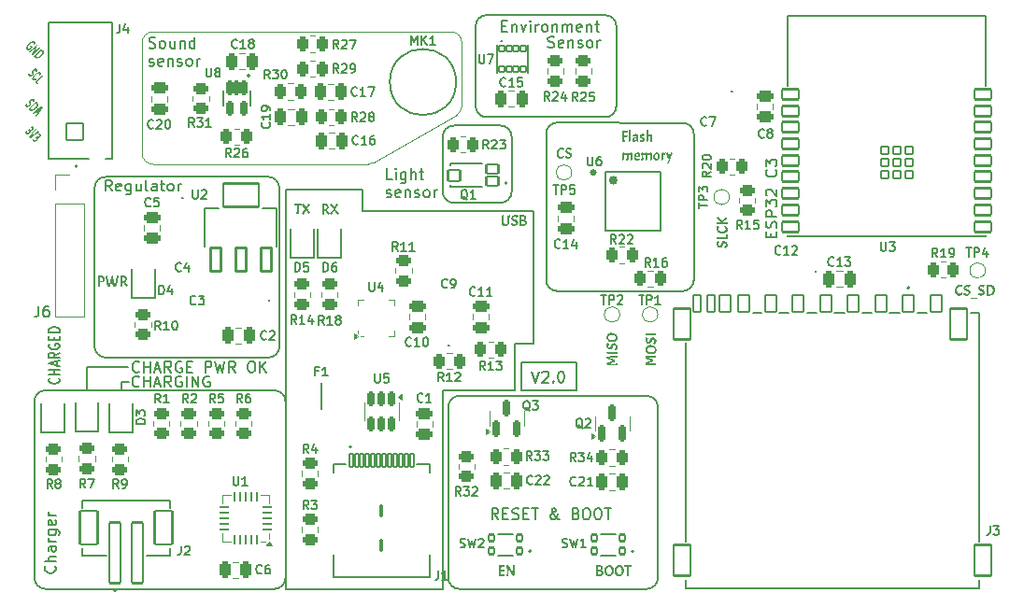
<source format=gbr>
%TF.GenerationSoftware,KiCad,Pcbnew,8.0.7*%
%TF.CreationDate,2024-12-27T11:50:54+11:00*%
%TF.ProjectId,ESP32 sensor board,45535033-3220-4736-956e-736f7220626f,rev?*%
%TF.SameCoordinates,Original*%
%TF.FileFunction,Legend,Top*%
%TF.FilePolarity,Positive*%
%FSLAX46Y46*%
G04 Gerber Fmt 4.6, Leading zero omitted, Abs format (unit mm)*
G04 Created by KiCad (PCBNEW 8.0.7) date 2024-12-27 11:50:54*
%MOMM*%
%LPD*%
G01*
G04 APERTURE LIST*
G04 Aperture macros list*
%AMRoundRect*
0 Rectangle with rounded corners*
0 $1 Rounding radius*
0 $2 $3 $4 $5 $6 $7 $8 $9 X,Y pos of 4 corners*
0 Add a 4 corners polygon primitive as box body*
4,1,4,$2,$3,$4,$5,$6,$7,$8,$9,$2,$3,0*
0 Add four circle primitives for the rounded corners*
1,1,$1+$1,$2,$3*
1,1,$1+$1,$4,$5*
1,1,$1+$1,$6,$7*
1,1,$1+$1,$8,$9*
0 Add four rect primitives between the rounded corners*
20,1,$1+$1,$2,$3,$4,$5,0*
20,1,$1+$1,$4,$5,$6,$7,0*
20,1,$1+$1,$6,$7,$8,$9,0*
20,1,$1+$1,$8,$9,$2,$3,0*%
G04 Aperture macros list end*
%ADD10C,0.150000*%
%ADD11C,0.100000*%
%ADD12C,0.200000*%
%ADD13C,0.120000*%
%ADD14C,0.127000*%
%ADD15C,0.203200*%
%ADD16C,0.152400*%
%ADD17R,1.230000X1.800000*%
%ADD18RoundRect,0.250000X0.450000X-0.262500X0.450000X0.262500X-0.450000X0.262500X-0.450000X-0.262500X0*%
%ADD19RoundRect,0.250000X-0.475000X0.250000X-0.475000X-0.250000X0.475000X-0.250000X0.475000X0.250000X0*%
%ADD20C,1.000000*%
%ADD21RoundRect,0.150000X0.150000X-0.587500X0.150000X0.587500X-0.150000X0.587500X-0.150000X-0.587500X0*%
%ADD22R,1.400000X1.000000*%
%ADD23R,1.800000X1.230000*%
%ADD24RoundRect,0.250000X0.475000X-0.250000X0.475000X0.250000X-0.475000X0.250000X-0.475000X-0.250000X0*%
%ADD25RoundRect,0.250000X-0.262500X-0.450000X0.262500X-0.450000X0.262500X0.450000X-0.262500X0.450000X0*%
%ADD26RoundRect,0.250000X-0.450000X0.262500X-0.450000X-0.262500X0.450000X-0.262500X0.450000X0.262500X0*%
%ADD27RoundRect,0.102000X-0.150000X-0.600000X0.150000X-0.600000X0.150000X0.600000X-0.150000X0.600000X0*%
%ADD28C,0.854000*%
%ADD29RoundRect,0.102000X-0.100000X-0.500000X0.100000X-0.500000X0.100000X0.500000X-0.100000X0.500000X0*%
%ADD30O,1.254000X2.304000*%
%ADD31RoundRect,0.250000X0.262500X0.450000X-0.262500X0.450000X-0.262500X-0.450000X0.262500X-0.450000X0*%
%ADD32RoundRect,0.102000X0.475000X-1.075000X0.475000X1.075000X-0.475000X1.075000X-0.475000X-1.075000X0*%
%ADD33RoundRect,0.102000X1.625000X-1.075000X1.625000X1.075000X-1.625000X1.075000X-1.625000X-1.075000X0*%
%ADD34R,0.910000X2.810000*%
%ADD35RoundRect,0.250000X0.250000X0.475000X-0.250000X0.475000X-0.250000X-0.475000X0.250000X-0.475000X0*%
%ADD36RoundRect,0.150000X-0.150000X0.512500X-0.150000X-0.512500X0.150000X-0.512500X0.150000X0.512500X0*%
%ADD37RoundRect,0.151000X-0.151000X0.546000X-0.151000X-0.546000X0.151000X-0.546000X0.151000X0.546000X0*%
%ADD38RoundRect,0.102000X-0.750000X-0.450000X0.750000X-0.450000X0.750000X0.450000X-0.750000X0.450000X0*%
%ADD39RoundRect,0.102000X-0.350000X-0.350000X0.350000X-0.350000X0.350000X0.350000X-0.350000X0.350000X0*%
%ADD40C,1.300000*%
%ADD41RoundRect,0.102000X-0.754000X0.754000X-0.754000X-0.754000X0.754000X-0.754000X0.754000X0.754000X0*%
%ADD42C,1.712000*%
%ADD43RoundRect,0.102000X-0.500000X-2.750000X0.500000X-2.750000X0.500000X2.750000X-0.500000X2.750000X0*%
%ADD44RoundRect,0.102000X-0.800000X-1.500000X0.800000X-1.500000X0.800000X1.500000X-0.800000X1.500000X0*%
%ADD45RoundRect,0.081750X0.245250X-0.265250X0.245250X0.265250X-0.245250X0.265250X-0.245250X-0.265250X0*%
%ADD46RoundRect,0.102000X0.275000X0.285000X-0.275000X0.285000X-0.275000X-0.285000X0.275000X-0.285000X0*%
%ADD47C,1.412000*%
%ADD48RoundRect,0.102000X0.550000X0.400000X-0.550000X0.400000X-0.550000X-0.400000X0.550000X-0.400000X0*%
%ADD49RoundRect,0.102000X0.550000X0.500000X-0.550000X0.500000X-0.550000X-0.500000X0.550000X-0.500000X0*%
%ADD50RoundRect,0.250000X-0.250000X-0.475000X0.250000X-0.475000X0.250000X0.475000X-0.250000X0.475000X0*%
%ADD51RoundRect,0.062500X0.350000X0.062500X-0.350000X0.062500X-0.350000X-0.062500X0.350000X-0.062500X0*%
%ADD52RoundRect,0.062500X0.062500X0.350000X-0.062500X0.350000X-0.062500X-0.350000X0.062500X-0.350000X0*%
%ADD53R,2.500000X2.500000*%
%ADD54R,0.300000X0.300000*%
%ADD55R,0.300000X0.900000*%
%ADD56R,0.900000X0.300000*%
%ADD57R,1.800000X1.800000*%
%ADD58R,1.700000X1.700000*%
%ADD59O,1.700000X1.700000*%
%ADD60O,1.804000X0.804000*%
%ADD61C,1.150000*%
%ADD62C,1.650000*%
%ADD63RoundRect,0.102000X-0.500000X-0.750000X0.500000X-0.750000X0.500000X0.750000X-0.500000X0.750000X0*%
%ADD64RoundRect,0.102000X-0.350000X-0.750000X0.350000X-0.750000X0.350000X0.750000X-0.350000X0.750000X0*%
%ADD65RoundRect,0.102000X-0.750000X-1.400000X0.750000X-1.400000X0.750000X1.400000X-0.750000X1.400000X0*%
G04 APERTURE END LIST*
D10*
X150250000Y-124750000D02*
G75*
G02*
X149250000Y-123750000I0J1000000D01*
G01*
X155250000Y-106750000D02*
X155250000Y-102500000D01*
X154000000Y-89750000D02*
X149750000Y-89750000D01*
X134500000Y-123750000D02*
G75*
G02*
X133500000Y-124750000I-1000000J0D01*
G01*
X112750000Y-124750000D02*
G75*
G02*
X111750000Y-123750000I0J1000000D01*
G01*
D11*
X150500000Y-80921853D02*
G75*
G02*
X149998935Y-81788424I-999800J-47D01*
G01*
D10*
X134500000Y-124750000D02*
X148750000Y-124750000D01*
X159125000Y-97750000D02*
G75*
G02*
X158125000Y-96750000I0J1000000D01*
G01*
X158125000Y-83475000D02*
G75*
G02*
X159125000Y-82475000I1000000J0D01*
G01*
X168250000Y-123750000D02*
G75*
G02*
X167250000Y-124750000I-1000000J0D01*
G01*
D11*
X122500000Y-86250000D02*
X141982691Y-86250000D01*
D10*
X116500000Y-104600000D02*
X116500000Y-106700000D01*
X118200000Y-87400000D02*
X132950000Y-87400000D01*
X168250000Y-108250000D02*
X168250000Y-123750000D01*
X111750000Y-107750000D02*
G75*
G02*
X112750000Y-106750000I1000000J0D01*
G01*
X132950000Y-87400000D02*
G75*
G02*
X133950000Y-88400000I0J-1000000D01*
G01*
X118200000Y-103775000D02*
G75*
G02*
X117200000Y-102775000I0J1000000D01*
G01*
D11*
X149500000Y-74250000D02*
X122500000Y-74250000D01*
D10*
X133500000Y-124750000D02*
X112750000Y-124750000D01*
X141500000Y-88550000D02*
X134500000Y-88550000D01*
X163485000Y-81985000D02*
X152735000Y-81985000D01*
X167250000Y-107250000D02*
G75*
G02*
X168250000Y-108250000I0J-1000000D01*
G01*
X167250000Y-124750000D02*
X150250000Y-124750000D01*
X133950000Y-102775000D02*
G75*
G02*
X132950000Y-103775000I-1000000J0D01*
G01*
X120200000Y-104600000D02*
X116500000Y-104600000D01*
D11*
X142481656Y-86116623D02*
X149998964Y-81788475D01*
X122500000Y-86250000D02*
G75*
G02*
X121500000Y-85250000I0J1000000D01*
G01*
D10*
X171500000Y-83500000D02*
X171500000Y-96750000D01*
X149750000Y-82750000D02*
X154000000Y-82750000D01*
X111750000Y-123750000D02*
X111750000Y-107750000D01*
D11*
X150500000Y-80921853D02*
X150500000Y-75250000D01*
D10*
X148750000Y-124750000D02*
X148750000Y-106750000D01*
X170500000Y-97750000D02*
X159125000Y-97750000D01*
D11*
X149500000Y-74250000D02*
G75*
G02*
X150500000Y-75250000I0J-1000000D01*
G01*
D10*
X133950000Y-94650000D02*
X133950000Y-102775000D01*
X164485000Y-73735000D02*
X164485000Y-80985000D01*
X152735000Y-81985000D02*
G75*
G02*
X151735000Y-80985000I0J1000000D01*
G01*
X149250000Y-123750000D02*
X149250000Y-108250000D01*
X154000000Y-82750000D02*
G75*
G02*
X155000000Y-83750000I0J-1000000D01*
G01*
X120300000Y-106000000D02*
X119600000Y-106000000D01*
D11*
X142481656Y-86116623D02*
G75*
G02*
X141982691Y-86249996I-498956J866623D01*
G01*
D10*
X170500000Y-82500000D02*
G75*
G02*
X171500000Y-83500000I0J-1000000D01*
G01*
X152735000Y-72735000D02*
X163485000Y-72735000D01*
X117200000Y-102775000D02*
X117200000Y-88400000D01*
X151735000Y-73735000D02*
G75*
G02*
X152735000Y-72735000I1000000J0D01*
G01*
X151735000Y-80985000D02*
X151735000Y-73735000D01*
X117200000Y-88400000D02*
G75*
G02*
X118200000Y-87400000I1000000J0D01*
G01*
X112750000Y-106750000D02*
X133500000Y-106750000D01*
X163485000Y-72735000D02*
G75*
G02*
X164485000Y-73735000I0J-1000000D01*
G01*
X164485000Y-80985000D02*
G75*
G02*
X163485000Y-81985000I-1000000J0D01*
G01*
D11*
X121500000Y-75250000D02*
G75*
G02*
X122500000Y-74250000I1000000J0D01*
G01*
D10*
X150250000Y-107250000D02*
X167250000Y-107250000D01*
X148750000Y-88750000D02*
X148750000Y-83750000D01*
X149250000Y-108250000D02*
G75*
G02*
X150250000Y-107250000I1000000J0D01*
G01*
X157000000Y-102500000D02*
X157000000Y-90500000D01*
X155000000Y-88750000D02*
G75*
G02*
X154000000Y-89750000I-1000000J0D01*
G01*
X133500000Y-106750000D02*
G75*
G02*
X134500000Y-107750000I0J-1000000D01*
G01*
X134500000Y-88550000D02*
X134500000Y-107750000D01*
X155000000Y-83750000D02*
X155000000Y-88750000D01*
X119600000Y-106700000D02*
X119600000Y-106000000D01*
X148750000Y-83750000D02*
G75*
G02*
X149750000Y-82750000I1000000J0D01*
G01*
X155250000Y-102500000D02*
X157000000Y-102500000D01*
X148750000Y-106750000D02*
X155250000Y-106750000D01*
X149750000Y-89750000D02*
G75*
G02*
X148750000Y-88750000I0J1000000D01*
G01*
D11*
X121500000Y-75250000D02*
X121500000Y-85250000D01*
D10*
X157000000Y-90500000D02*
X141500000Y-90500000D01*
X134500000Y-123750000D02*
X134500000Y-124750000D01*
X171500000Y-96750000D02*
G75*
G02*
X170500000Y-97750000I-1000000J0D01*
G01*
X133950000Y-88400000D02*
X133950000Y-102775000D01*
X158125000Y-96725000D02*
X158125000Y-83475000D01*
X132950000Y-103775000D02*
X118200000Y-103775000D01*
X141500000Y-90500000D02*
X141500000Y-88550000D01*
X134500000Y-107750000D02*
X134500000Y-123750000D01*
X159125000Y-82475000D02*
X170500000Y-82500000D01*
G36*
X111372427Y-77986169D02*
G01*
X111363962Y-78026364D01*
X111359241Y-78069147D01*
X111360450Y-78105985D01*
X111369357Y-78141449D01*
X111386337Y-78168820D01*
X111389421Y-78172070D01*
X111414329Y-78189176D01*
X111447394Y-78194219D01*
X111451872Y-78193762D01*
X111493511Y-78178598D01*
X111520401Y-78156941D01*
X111547499Y-78117712D01*
X111555806Y-78083195D01*
X111556163Y-78046377D01*
X111551830Y-78011313D01*
X111548967Y-77997602D01*
X111541974Y-77963959D01*
X111536331Y-77929140D01*
X111533320Y-77905274D01*
X111532905Y-77867587D01*
X111539796Y-77826909D01*
X111548449Y-77798127D01*
X111569107Y-77754231D01*
X111596894Y-77714565D01*
X111625925Y-77682518D01*
X111666041Y-77646686D01*
X111708111Y-77617468D01*
X111752135Y-77594866D01*
X111798112Y-77578878D01*
X111825262Y-77572712D01*
X111864825Y-77567903D01*
X111900978Y-77568865D01*
X111933721Y-77575597D01*
X111963055Y-77588100D01*
X111988979Y-77606373D01*
X111996862Y-77613746D01*
X112016190Y-77635891D01*
X112033389Y-77662501D01*
X112041040Y-77677959D01*
X112052609Y-77708545D01*
X112060540Y-77741537D01*
X112062974Y-77757576D01*
X111877212Y-77862305D01*
X111878576Y-77824137D01*
X111874159Y-77788038D01*
X111871754Y-77776366D01*
X111862323Y-77744413D01*
X111847255Y-77716208D01*
X111839458Y-77707111D01*
X111813754Y-77691253D01*
X111786783Y-77689323D01*
X111745505Y-77706477D01*
X111727303Y-77722068D01*
X111701195Y-77763072D01*
X111695076Y-77792428D01*
X111694790Y-77829317D01*
X111699154Y-77864411D01*
X111702019Y-77878124D01*
X111709282Y-77911585D01*
X111715477Y-77946114D01*
X111719013Y-77969728D01*
X111720234Y-78006958D01*
X111713741Y-78047355D01*
X111705128Y-78076045D01*
X111684613Y-78119923D01*
X111656848Y-78159633D01*
X111627755Y-78191758D01*
X111585852Y-78229378D01*
X111541895Y-78260482D01*
X111495886Y-78285070D01*
X111454815Y-78300960D01*
X111419438Y-78310545D01*
X111378297Y-78317063D01*
X111341037Y-78317601D01*
X111307658Y-78312160D01*
X111278160Y-78300740D01*
X111252543Y-78283340D01*
X111244867Y-78276211D01*
X111225347Y-78252222D01*
X111211552Y-78225021D01*
X111202876Y-78190580D01*
X111201138Y-78160982D01*
X111202787Y-78121798D01*
X111208009Y-78083077D01*
X111212985Y-78063334D01*
X111218477Y-78047065D01*
X111372427Y-77986169D01*
G37*
G36*
X111582679Y-78614024D02*
G01*
X111561794Y-78586642D01*
X111548877Y-78554235D01*
X111543928Y-78516803D01*
X111546949Y-78474346D01*
X111555552Y-78435127D01*
X111563371Y-78409920D01*
X111580274Y-78366926D01*
X111601429Y-78324102D01*
X111626835Y-78281449D01*
X111656494Y-78238966D01*
X111690405Y-78196653D01*
X111728567Y-78154511D01*
X111745023Y-78137701D01*
X111786087Y-78098344D01*
X111827244Y-78062307D01*
X111868493Y-78029590D01*
X111909836Y-78000193D01*
X111951271Y-77974117D01*
X111992799Y-77951360D01*
X112034420Y-77931925D01*
X112076134Y-77915809D01*
X112116525Y-77903497D01*
X112163160Y-77894137D01*
X112205515Y-77891475D01*
X112243590Y-77895513D01*
X112277384Y-77906250D01*
X112306897Y-77923685D01*
X112322551Y-77937363D01*
X112342080Y-77959382D01*
X112359345Y-77985042D01*
X112369527Y-78005409D01*
X112380714Y-78034995D01*
X112386141Y-78064854D01*
X112385934Y-78086408D01*
X112207080Y-78184228D01*
X112209755Y-78145891D01*
X112205999Y-78110703D01*
X112205525Y-78108065D01*
X112197231Y-78077183D01*
X112182461Y-78050659D01*
X112177581Y-78045235D01*
X112151255Y-78027870D01*
X112118557Y-78022058D01*
X112079488Y-78027797D01*
X112055029Y-78035978D01*
X112012848Y-78056489D01*
X111967718Y-78086140D01*
X111925810Y-78119583D01*
X111888092Y-78153818D01*
X111868611Y-78172864D01*
X111831463Y-78211811D01*
X111798775Y-78249898D01*
X111766274Y-78293247D01*
X111739843Y-78335425D01*
X111722018Y-78370647D01*
X111706704Y-78413966D01*
X111702243Y-78455443D01*
X111711301Y-78489238D01*
X111724851Y-78507499D01*
X111749783Y-78524077D01*
X111784479Y-78530866D01*
X111806471Y-78529709D01*
X111847221Y-78520056D01*
X111889681Y-78500940D01*
X111918937Y-78482940D01*
X111920803Y-78580139D01*
X111874714Y-78606997D01*
X111830291Y-78628183D01*
X111787534Y-78643696D01*
X111746443Y-78653537D01*
X111723711Y-78656613D01*
X111686290Y-78657550D01*
X111652549Y-78652745D01*
X111622486Y-78642199D01*
X111596103Y-78625910D01*
X111582679Y-78614024D01*
G37*
G36*
X111793449Y-78803033D02*
G01*
X112042387Y-78568395D01*
X112459921Y-78136561D01*
X112569555Y-78196456D01*
X112128533Y-78620690D01*
X111971371Y-78786142D01*
X112109812Y-78892460D01*
X111989816Y-78999399D01*
X111793449Y-78803033D01*
G37*
G36*
X174275097Y-93747016D02*
G01*
X174309505Y-93709623D01*
X174343096Y-93664766D01*
X174368289Y-93619926D01*
X174387067Y-93567635D01*
X174394415Y-93515367D01*
X174394532Y-93507903D01*
X174389015Y-93458388D01*
X174369201Y-93413478D01*
X174365711Y-93408740D01*
X174325546Y-93377538D01*
X174291217Y-93371371D01*
X174244317Y-93385668D01*
X174214036Y-93416556D01*
X174187750Y-93459525D01*
X174166020Y-93505956D01*
X174158349Y-93525488D01*
X174139504Y-93573379D01*
X174118873Y-93621063D01*
X174104127Y-93652739D01*
X174077772Y-93697641D01*
X174044135Y-93737460D01*
X174017665Y-93761182D01*
X173972019Y-93788568D01*
X173924322Y-93802568D01*
X173881133Y-93806123D01*
X173827430Y-93801074D01*
X173777022Y-93785927D01*
X173729910Y-93760682D01*
X173686094Y-93725340D01*
X173662536Y-93700610D01*
X173631160Y-93659652D01*
X173606276Y-93615911D01*
X173587884Y-93569389D01*
X173575983Y-93520084D01*
X173570573Y-93467997D01*
X173570212Y-93450017D01*
X173572204Y-93401142D01*
X173578859Y-93349511D01*
X173584378Y-93322278D01*
X173597826Y-93272598D01*
X173615547Y-93224369D01*
X173625167Y-93202599D01*
X173830575Y-93298098D01*
X173802622Y-93341471D01*
X173780219Y-93389220D01*
X173773667Y-93405809D01*
X173757741Y-93454581D01*
X173748451Y-93505578D01*
X173747533Y-93525488D01*
X173754495Y-93574470D01*
X173772201Y-93608531D01*
X173813519Y-93636961D01*
X173837414Y-93640038D01*
X173884870Y-93622483D01*
X173909954Y-93595097D01*
X173936241Y-93551961D01*
X173957971Y-93505459D01*
X173965642Y-93485921D01*
X173984166Y-93437927D01*
X174004201Y-93389933D01*
X174018398Y-93357937D01*
X174043860Y-93312623D01*
X174077016Y-93272666D01*
X174103394Y-93249005D01*
X174148927Y-93221471D01*
X174196639Y-93207394D01*
X174239926Y-93203820D01*
X174296158Y-93208869D01*
X174349233Y-93224016D01*
X174399154Y-93249261D01*
X174439431Y-93278936D01*
X174471224Y-93309333D01*
X174504924Y-93350137D01*
X174531651Y-93393414D01*
X174551406Y-93439163D01*
X174564189Y-93487386D01*
X174569999Y-93538082D01*
X174570387Y-93555530D01*
X174567227Y-93606806D01*
X174557747Y-93655120D01*
X174539528Y-93705934D01*
X174519829Y-93742864D01*
X174490955Y-93787100D01*
X174459882Y-93826578D01*
X174442404Y-93843981D01*
X174427016Y-93856681D01*
X174275097Y-93747016D01*
G37*
G36*
X174555000Y-93058984D02*
G01*
X174213060Y-93042131D01*
X173612466Y-93058984D01*
X173577295Y-92859193D01*
X174189124Y-92878977D01*
X174417247Y-92869207D01*
X174394532Y-92580757D01*
X174555000Y-92596144D01*
X174555000Y-93058984D01*
G37*
G36*
X174570387Y-92163346D02*
G01*
X174565793Y-92220229D01*
X174552011Y-92273644D01*
X174529042Y-92323590D01*
X174496885Y-92370067D01*
X174463069Y-92406147D01*
X174439717Y-92426639D01*
X174397363Y-92457388D01*
X174352123Y-92482925D01*
X174303998Y-92503250D01*
X174252986Y-92518364D01*
X174199088Y-92528266D01*
X174142304Y-92532957D01*
X174118782Y-92533374D01*
X174061915Y-92531362D01*
X174007331Y-92525329D01*
X173955028Y-92515273D01*
X173905008Y-92501195D01*
X173857270Y-92483094D01*
X173811814Y-92460971D01*
X173768641Y-92434825D01*
X173727749Y-92404658D01*
X173690483Y-92371566D01*
X173650888Y-92327637D01*
X173619056Y-92280858D01*
X173594988Y-92231228D01*
X173578685Y-92178748D01*
X173570144Y-92123418D01*
X173568747Y-92088852D01*
X173570507Y-92039885D01*
X173576444Y-91989299D01*
X173583646Y-91953297D01*
X173596655Y-91905245D01*
X173613932Y-91863660D01*
X173629319Y-91838503D01*
X173824958Y-91934002D01*
X173795958Y-91976030D01*
X173773732Y-92021924D01*
X173772201Y-92025593D01*
X173756229Y-92071763D01*
X173747918Y-92120428D01*
X173747533Y-92132571D01*
X173753870Y-92184061D01*
X173772880Y-92229446D01*
X173804565Y-92268725D01*
X173827644Y-92287909D01*
X173871974Y-92313448D01*
X173924853Y-92331690D01*
X173978134Y-92341666D01*
X174029013Y-92345770D01*
X174056256Y-92346284D01*
X174110062Y-92344163D01*
X174160108Y-92337800D01*
X174213742Y-92325016D01*
X174262256Y-92306458D01*
X174299766Y-92285956D01*
X174341226Y-92252952D01*
X174373709Y-92209328D01*
X174391200Y-92158825D01*
X174394532Y-92121336D01*
X174388624Y-92072415D01*
X174368891Y-92023525D01*
X174352522Y-91998970D01*
X174316882Y-91962322D01*
X174273342Y-91934811D01*
X174239926Y-91921545D01*
X174307337Y-91804797D01*
X174358919Y-91827461D01*
X174405311Y-91854846D01*
X174446514Y-91886953D01*
X174482528Y-91923782D01*
X174500778Y-91946946D01*
X174527901Y-91989943D01*
X174548362Y-92035370D01*
X174562161Y-92083228D01*
X174569299Y-92133517D01*
X174570387Y-92163346D01*
G37*
G36*
X173577295Y-91492411D02*
G01*
X174035983Y-91508042D01*
X173579982Y-91149249D01*
X173675725Y-91005635D01*
X174051371Y-91329256D01*
X174458035Y-90986095D01*
X174570387Y-91166102D01*
X174085076Y-91509263D01*
X174189124Y-91512194D01*
X174555000Y-91495341D01*
X174555000Y-91692201D01*
X174213060Y-91675348D01*
X173612466Y-91692201D01*
X173577295Y-91492411D01*
G37*
G36*
X111523312Y-82799431D02*
G01*
X111556866Y-82809701D01*
X111587502Y-82822772D01*
X111615218Y-82838642D01*
X111640016Y-82857313D01*
X111652876Y-82869239D01*
X111671688Y-82892051D01*
X111686190Y-82920919D01*
X111693226Y-82952771D01*
X111692218Y-82992171D01*
X111682315Y-83032729D01*
X111661391Y-83075949D01*
X111630023Y-83117226D01*
X111618576Y-83129230D01*
X111580835Y-83162600D01*
X111538961Y-83189871D01*
X111515989Y-83200730D01*
X111473917Y-83213235D01*
X111436619Y-83215589D01*
X111415543Y-83212888D01*
X111421236Y-83246042D01*
X111422299Y-83281713D01*
X111415917Y-83322974D01*
X111411502Y-83337340D01*
X111391289Y-83380159D01*
X111363100Y-83419905D01*
X111333163Y-83452777D01*
X111293536Y-83488437D01*
X111252933Y-83517139D01*
X111211356Y-83538882D01*
X111168804Y-83553667D01*
X111144050Y-83558991D01*
X111102162Y-83562459D01*
X111063691Y-83558205D01*
X111033437Y-83548413D01*
X111005695Y-83532947D01*
X110980463Y-83511808D01*
X110961320Y-83489522D01*
X110944384Y-83461989D01*
X110934385Y-83439133D01*
X110924423Y-83407109D01*
X110919188Y-83372508D01*
X110919152Y-83368980D01*
X110919291Y-83341485D01*
X111064743Y-83246186D01*
X111059182Y-83280347D01*
X111058689Y-83318425D01*
X111061186Y-83346943D01*
X111068653Y-83380799D01*
X111082915Y-83407997D01*
X111091789Y-83418305D01*
X111117469Y-83435059D01*
X111152070Y-83440288D01*
X111159870Y-83439755D01*
X111199862Y-83427283D01*
X111239854Y-83397961D01*
X111245186Y-83392779D01*
X111275503Y-83353893D01*
X111291500Y-83312192D01*
X111293440Y-83299759D01*
X111291313Y-83263533D01*
X111278251Y-83233040D01*
X111259659Y-83210022D01*
X111208262Y-83158624D01*
X111315409Y-83073031D01*
X111348257Y-83105880D01*
X111372077Y-83123823D01*
X111403417Y-83133062D01*
X111424420Y-83132304D01*
X111466699Y-83117849D01*
X111506698Y-83087124D01*
X111537266Y-83048783D01*
X111551256Y-83011479D01*
X111549696Y-82976499D01*
X111535367Y-82952759D01*
X111511960Y-82934817D01*
X111482543Y-82921793D01*
X111478167Y-82920429D01*
X111446585Y-82913158D01*
X111412484Y-82908784D01*
X111390397Y-82907268D01*
X111523312Y-82799431D01*
G37*
G36*
X111460965Y-83721852D02*
G01*
X111468115Y-83729002D01*
X111669110Y-83587695D01*
X112128680Y-83253509D01*
X112182944Y-83343696D01*
X111717053Y-83667416D01*
X111398860Y-83892555D01*
X111275548Y-83795149D01*
X111498788Y-83487145D01*
X111836358Y-83010926D01*
X111945992Y-83070821D01*
X111616366Y-83509044D01*
X111460965Y-83721852D01*
G37*
G36*
X112168679Y-83444798D02*
G01*
X112202233Y-83455068D01*
X112232869Y-83468139D01*
X112260585Y-83484009D01*
X112285383Y-83502680D01*
X112298243Y-83514605D01*
X112317055Y-83537418D01*
X112331556Y-83566286D01*
X112338593Y-83598138D01*
X112337585Y-83637537D01*
X112327682Y-83678096D01*
X112306758Y-83721316D01*
X112275390Y-83762593D01*
X112263943Y-83774597D01*
X112226202Y-83807967D01*
X112184328Y-83835238D01*
X112161356Y-83846097D01*
X112119284Y-83858602D01*
X112081986Y-83860956D01*
X112060910Y-83858255D01*
X112066603Y-83891408D01*
X112067666Y-83927080D01*
X112061284Y-83968341D01*
X112056869Y-83982707D01*
X112036656Y-84025526D01*
X112008467Y-84065272D01*
X111978530Y-84098144D01*
X111938903Y-84133804D01*
X111898300Y-84162506D01*
X111856723Y-84184249D01*
X111814170Y-84199034D01*
X111789417Y-84204358D01*
X111747528Y-84207826D01*
X111709058Y-84203572D01*
X111678804Y-84193780D01*
X111651061Y-84178314D01*
X111625830Y-84157175D01*
X111606687Y-84134889D01*
X111589751Y-84107356D01*
X111579752Y-84084500D01*
X111569790Y-84052476D01*
X111564555Y-84017875D01*
X111564519Y-84014347D01*
X111564658Y-83986852D01*
X111710110Y-83891553D01*
X111704549Y-83925714D01*
X111704056Y-83963792D01*
X111706553Y-83992310D01*
X111714020Y-84026166D01*
X111728282Y-84053364D01*
X111737156Y-84063672D01*
X111762836Y-84080426D01*
X111797437Y-84085655D01*
X111805237Y-84085122D01*
X111845229Y-84072649D01*
X111885221Y-84043328D01*
X111890553Y-84038146D01*
X111920870Y-83999260D01*
X111936867Y-83957559D01*
X111938807Y-83945126D01*
X111936680Y-83908900D01*
X111923618Y-83878407D01*
X111905026Y-83855389D01*
X111853629Y-83803991D01*
X111960776Y-83718398D01*
X111993624Y-83751247D01*
X112017444Y-83769190D01*
X112048784Y-83778429D01*
X112069787Y-83777671D01*
X112112066Y-83763215D01*
X112152064Y-83732491D01*
X112182633Y-83694150D01*
X112196623Y-83656846D01*
X112195063Y-83621866D01*
X112180734Y-83598126D01*
X112157327Y-83580184D01*
X112127910Y-83567160D01*
X112123533Y-83565795D01*
X112091951Y-83558525D01*
X112057850Y-83554150D01*
X112035764Y-83552635D01*
X112168679Y-83444798D01*
G37*
X122139160Y-75687256D02*
X122282017Y-75734875D01*
X122282017Y-75734875D02*
X122520112Y-75734875D01*
X122520112Y-75734875D02*
X122615350Y-75687256D01*
X122615350Y-75687256D02*
X122662969Y-75639636D01*
X122662969Y-75639636D02*
X122710588Y-75544398D01*
X122710588Y-75544398D02*
X122710588Y-75449160D01*
X122710588Y-75449160D02*
X122662969Y-75353922D01*
X122662969Y-75353922D02*
X122615350Y-75306303D01*
X122615350Y-75306303D02*
X122520112Y-75258684D01*
X122520112Y-75258684D02*
X122329636Y-75211065D01*
X122329636Y-75211065D02*
X122234398Y-75163446D01*
X122234398Y-75163446D02*
X122186779Y-75115827D01*
X122186779Y-75115827D02*
X122139160Y-75020589D01*
X122139160Y-75020589D02*
X122139160Y-74925351D01*
X122139160Y-74925351D02*
X122186779Y-74830113D01*
X122186779Y-74830113D02*
X122234398Y-74782494D01*
X122234398Y-74782494D02*
X122329636Y-74734875D01*
X122329636Y-74734875D02*
X122567731Y-74734875D01*
X122567731Y-74734875D02*
X122710588Y-74782494D01*
X123282017Y-75734875D02*
X123186779Y-75687256D01*
X123186779Y-75687256D02*
X123139160Y-75639636D01*
X123139160Y-75639636D02*
X123091541Y-75544398D01*
X123091541Y-75544398D02*
X123091541Y-75258684D01*
X123091541Y-75258684D02*
X123139160Y-75163446D01*
X123139160Y-75163446D02*
X123186779Y-75115827D01*
X123186779Y-75115827D02*
X123282017Y-75068208D01*
X123282017Y-75068208D02*
X123424874Y-75068208D01*
X123424874Y-75068208D02*
X123520112Y-75115827D01*
X123520112Y-75115827D02*
X123567731Y-75163446D01*
X123567731Y-75163446D02*
X123615350Y-75258684D01*
X123615350Y-75258684D02*
X123615350Y-75544398D01*
X123615350Y-75544398D02*
X123567731Y-75639636D01*
X123567731Y-75639636D02*
X123520112Y-75687256D01*
X123520112Y-75687256D02*
X123424874Y-75734875D01*
X123424874Y-75734875D02*
X123282017Y-75734875D01*
X124472493Y-75068208D02*
X124472493Y-75734875D01*
X124043922Y-75068208D02*
X124043922Y-75592017D01*
X124043922Y-75592017D02*
X124091541Y-75687256D01*
X124091541Y-75687256D02*
X124186779Y-75734875D01*
X124186779Y-75734875D02*
X124329636Y-75734875D01*
X124329636Y-75734875D02*
X124424874Y-75687256D01*
X124424874Y-75687256D02*
X124472493Y-75639636D01*
X124948684Y-75068208D02*
X124948684Y-75734875D01*
X124948684Y-75163446D02*
X124996303Y-75115827D01*
X124996303Y-75115827D02*
X125091541Y-75068208D01*
X125091541Y-75068208D02*
X125234398Y-75068208D01*
X125234398Y-75068208D02*
X125329636Y-75115827D01*
X125329636Y-75115827D02*
X125377255Y-75211065D01*
X125377255Y-75211065D02*
X125377255Y-75734875D01*
X126282017Y-75734875D02*
X126282017Y-74734875D01*
X126282017Y-75687256D02*
X126186779Y-75734875D01*
X126186779Y-75734875D02*
X125996303Y-75734875D01*
X125996303Y-75734875D02*
X125901065Y-75687256D01*
X125901065Y-75687256D02*
X125853446Y-75639636D01*
X125853446Y-75639636D02*
X125805827Y-75544398D01*
X125805827Y-75544398D02*
X125805827Y-75258684D01*
X125805827Y-75258684D02*
X125853446Y-75163446D01*
X125853446Y-75163446D02*
X125901065Y-75115827D01*
X125901065Y-75115827D02*
X125996303Y-75068208D01*
X125996303Y-75068208D02*
X126186779Y-75068208D01*
X126186779Y-75068208D02*
X126282017Y-75115827D01*
X122139160Y-77297200D02*
X122234398Y-77344819D01*
X122234398Y-77344819D02*
X122424874Y-77344819D01*
X122424874Y-77344819D02*
X122520112Y-77297200D01*
X122520112Y-77297200D02*
X122567731Y-77201961D01*
X122567731Y-77201961D02*
X122567731Y-77154342D01*
X122567731Y-77154342D02*
X122520112Y-77059104D01*
X122520112Y-77059104D02*
X122424874Y-77011485D01*
X122424874Y-77011485D02*
X122282017Y-77011485D01*
X122282017Y-77011485D02*
X122186779Y-76963866D01*
X122186779Y-76963866D02*
X122139160Y-76868628D01*
X122139160Y-76868628D02*
X122139160Y-76821009D01*
X122139160Y-76821009D02*
X122186779Y-76725771D01*
X122186779Y-76725771D02*
X122282017Y-76678152D01*
X122282017Y-76678152D02*
X122424874Y-76678152D01*
X122424874Y-76678152D02*
X122520112Y-76725771D01*
X123377255Y-77297200D02*
X123282017Y-77344819D01*
X123282017Y-77344819D02*
X123091541Y-77344819D01*
X123091541Y-77344819D02*
X122996303Y-77297200D01*
X122996303Y-77297200D02*
X122948684Y-77201961D01*
X122948684Y-77201961D02*
X122948684Y-76821009D01*
X122948684Y-76821009D02*
X122996303Y-76725771D01*
X122996303Y-76725771D02*
X123091541Y-76678152D01*
X123091541Y-76678152D02*
X123282017Y-76678152D01*
X123282017Y-76678152D02*
X123377255Y-76725771D01*
X123377255Y-76725771D02*
X123424874Y-76821009D01*
X123424874Y-76821009D02*
X123424874Y-76916247D01*
X123424874Y-76916247D02*
X122948684Y-77011485D01*
X123853446Y-76678152D02*
X123853446Y-77344819D01*
X123853446Y-76773390D02*
X123901065Y-76725771D01*
X123901065Y-76725771D02*
X123996303Y-76678152D01*
X123996303Y-76678152D02*
X124139160Y-76678152D01*
X124139160Y-76678152D02*
X124234398Y-76725771D01*
X124234398Y-76725771D02*
X124282017Y-76821009D01*
X124282017Y-76821009D02*
X124282017Y-77344819D01*
X124710589Y-77297200D02*
X124805827Y-77344819D01*
X124805827Y-77344819D02*
X124996303Y-77344819D01*
X124996303Y-77344819D02*
X125091541Y-77297200D01*
X125091541Y-77297200D02*
X125139160Y-77201961D01*
X125139160Y-77201961D02*
X125139160Y-77154342D01*
X125139160Y-77154342D02*
X125091541Y-77059104D01*
X125091541Y-77059104D02*
X124996303Y-77011485D01*
X124996303Y-77011485D02*
X124853446Y-77011485D01*
X124853446Y-77011485D02*
X124758208Y-76963866D01*
X124758208Y-76963866D02*
X124710589Y-76868628D01*
X124710589Y-76868628D02*
X124710589Y-76821009D01*
X124710589Y-76821009D02*
X124758208Y-76725771D01*
X124758208Y-76725771D02*
X124853446Y-76678152D01*
X124853446Y-76678152D02*
X124996303Y-76678152D01*
X124996303Y-76678152D02*
X125091541Y-76725771D01*
X125710589Y-77344819D02*
X125615351Y-77297200D01*
X125615351Y-77297200D02*
X125567732Y-77249580D01*
X125567732Y-77249580D02*
X125520113Y-77154342D01*
X125520113Y-77154342D02*
X125520113Y-76868628D01*
X125520113Y-76868628D02*
X125567732Y-76773390D01*
X125567732Y-76773390D02*
X125615351Y-76725771D01*
X125615351Y-76725771D02*
X125710589Y-76678152D01*
X125710589Y-76678152D02*
X125853446Y-76678152D01*
X125853446Y-76678152D02*
X125948684Y-76725771D01*
X125948684Y-76725771D02*
X125996303Y-76773390D01*
X125996303Y-76773390D02*
X126043922Y-76868628D01*
X126043922Y-76868628D02*
X126043922Y-77154342D01*
X126043922Y-77154342D02*
X125996303Y-77249580D01*
X125996303Y-77249580D02*
X125948684Y-77297200D01*
X125948684Y-77297200D02*
X125853446Y-77344819D01*
X125853446Y-77344819D02*
X125710589Y-77344819D01*
X126472494Y-77344819D02*
X126472494Y-76678152D01*
X126472494Y-76868628D02*
X126520113Y-76773390D01*
X126520113Y-76773390D02*
X126567732Y-76725771D01*
X126567732Y-76725771D02*
X126662970Y-76678152D01*
X126662970Y-76678152D02*
X126758208Y-76678152D01*
X178506009Y-92853220D02*
X178506009Y-92519887D01*
X179029819Y-92377030D02*
X179029819Y-92853220D01*
X179029819Y-92853220D02*
X178029819Y-92853220D01*
X178029819Y-92853220D02*
X178029819Y-92377030D01*
X178982200Y-91996077D02*
X179029819Y-91853220D01*
X179029819Y-91853220D02*
X179029819Y-91615125D01*
X179029819Y-91615125D02*
X178982200Y-91519887D01*
X178982200Y-91519887D02*
X178934580Y-91472268D01*
X178934580Y-91472268D02*
X178839342Y-91424649D01*
X178839342Y-91424649D02*
X178744104Y-91424649D01*
X178744104Y-91424649D02*
X178648866Y-91472268D01*
X178648866Y-91472268D02*
X178601247Y-91519887D01*
X178601247Y-91519887D02*
X178553628Y-91615125D01*
X178553628Y-91615125D02*
X178506009Y-91805601D01*
X178506009Y-91805601D02*
X178458390Y-91900839D01*
X178458390Y-91900839D02*
X178410771Y-91948458D01*
X178410771Y-91948458D02*
X178315533Y-91996077D01*
X178315533Y-91996077D02*
X178220295Y-91996077D01*
X178220295Y-91996077D02*
X178125057Y-91948458D01*
X178125057Y-91948458D02*
X178077438Y-91900839D01*
X178077438Y-91900839D02*
X178029819Y-91805601D01*
X178029819Y-91805601D02*
X178029819Y-91567506D01*
X178029819Y-91567506D02*
X178077438Y-91424649D01*
X179029819Y-90996077D02*
X178029819Y-90996077D01*
X178029819Y-90996077D02*
X178029819Y-90615125D01*
X178029819Y-90615125D02*
X178077438Y-90519887D01*
X178077438Y-90519887D02*
X178125057Y-90472268D01*
X178125057Y-90472268D02*
X178220295Y-90424649D01*
X178220295Y-90424649D02*
X178363152Y-90424649D01*
X178363152Y-90424649D02*
X178458390Y-90472268D01*
X178458390Y-90472268D02*
X178506009Y-90519887D01*
X178506009Y-90519887D02*
X178553628Y-90615125D01*
X178553628Y-90615125D02*
X178553628Y-90996077D01*
X178029819Y-90091315D02*
X178029819Y-89472268D01*
X178029819Y-89472268D02*
X178410771Y-89805601D01*
X178410771Y-89805601D02*
X178410771Y-89662744D01*
X178410771Y-89662744D02*
X178458390Y-89567506D01*
X178458390Y-89567506D02*
X178506009Y-89519887D01*
X178506009Y-89519887D02*
X178601247Y-89472268D01*
X178601247Y-89472268D02*
X178839342Y-89472268D01*
X178839342Y-89472268D02*
X178934580Y-89519887D01*
X178934580Y-89519887D02*
X178982200Y-89567506D01*
X178982200Y-89567506D02*
X179029819Y-89662744D01*
X179029819Y-89662744D02*
X179029819Y-89948458D01*
X179029819Y-89948458D02*
X178982200Y-90043696D01*
X178982200Y-90043696D02*
X178934580Y-90091315D01*
X178125057Y-89091315D02*
X178077438Y-89043696D01*
X178077438Y-89043696D02*
X178029819Y-88948458D01*
X178029819Y-88948458D02*
X178029819Y-88710363D01*
X178029819Y-88710363D02*
X178077438Y-88615125D01*
X178077438Y-88615125D02*
X178125057Y-88567506D01*
X178125057Y-88567506D02*
X178220295Y-88519887D01*
X178220295Y-88519887D02*
X178315533Y-88519887D01*
X178315533Y-88519887D02*
X178458390Y-88567506D01*
X178458390Y-88567506D02*
X179029819Y-89138934D01*
X179029819Y-89138934D02*
X179029819Y-88519887D01*
X178934580Y-86757982D02*
X178982200Y-86805601D01*
X178982200Y-86805601D02*
X179029819Y-86948458D01*
X179029819Y-86948458D02*
X179029819Y-87043696D01*
X179029819Y-87043696D02*
X178982200Y-87186553D01*
X178982200Y-87186553D02*
X178886961Y-87281791D01*
X178886961Y-87281791D02*
X178791723Y-87329410D01*
X178791723Y-87329410D02*
X178601247Y-87377029D01*
X178601247Y-87377029D02*
X178458390Y-87377029D01*
X178458390Y-87377029D02*
X178267914Y-87329410D01*
X178267914Y-87329410D02*
X178172676Y-87281791D01*
X178172676Y-87281791D02*
X178077438Y-87186553D01*
X178077438Y-87186553D02*
X178029819Y-87043696D01*
X178029819Y-87043696D02*
X178029819Y-86948458D01*
X178029819Y-86948458D02*
X178077438Y-86805601D01*
X178077438Y-86805601D02*
X178125057Y-86757982D01*
X178029819Y-86424648D02*
X178029819Y-85805601D01*
X178029819Y-85805601D02*
X178410771Y-86138934D01*
X178410771Y-86138934D02*
X178410771Y-85996077D01*
X178410771Y-85996077D02*
X178458390Y-85900839D01*
X178458390Y-85900839D02*
X178506009Y-85853220D01*
X178506009Y-85853220D02*
X178601247Y-85805601D01*
X178601247Y-85805601D02*
X178839342Y-85805601D01*
X178839342Y-85805601D02*
X178934580Y-85853220D01*
X178934580Y-85853220D02*
X178982200Y-85900839D01*
X178982200Y-85900839D02*
X179029819Y-85996077D01*
X179029819Y-85996077D02*
X179029819Y-86281791D01*
X179029819Y-86281791D02*
X178982200Y-86377029D01*
X178982200Y-86377029D02*
X178934580Y-86424648D01*
G36*
X111122427Y-80736169D02*
G01*
X111113962Y-80776364D01*
X111109241Y-80819147D01*
X111110450Y-80855985D01*
X111119357Y-80891449D01*
X111136337Y-80918820D01*
X111139421Y-80922070D01*
X111164329Y-80939176D01*
X111197394Y-80944219D01*
X111201872Y-80943762D01*
X111243511Y-80928598D01*
X111270401Y-80906941D01*
X111297499Y-80867712D01*
X111305806Y-80833195D01*
X111306163Y-80796377D01*
X111301830Y-80761313D01*
X111298967Y-80747602D01*
X111291974Y-80713959D01*
X111286331Y-80679140D01*
X111283320Y-80655274D01*
X111282905Y-80617587D01*
X111289796Y-80576909D01*
X111298449Y-80548127D01*
X111319107Y-80504231D01*
X111346894Y-80464565D01*
X111375925Y-80432518D01*
X111416041Y-80396686D01*
X111458111Y-80367468D01*
X111502135Y-80344866D01*
X111548112Y-80328878D01*
X111575262Y-80322712D01*
X111614825Y-80317903D01*
X111650978Y-80318865D01*
X111683721Y-80325597D01*
X111713055Y-80338100D01*
X111738979Y-80356373D01*
X111746862Y-80363746D01*
X111766190Y-80385891D01*
X111783389Y-80412501D01*
X111791040Y-80427959D01*
X111802609Y-80458545D01*
X111810540Y-80491537D01*
X111812974Y-80507576D01*
X111627212Y-80612305D01*
X111628576Y-80574137D01*
X111624159Y-80538038D01*
X111621754Y-80526366D01*
X111612323Y-80494413D01*
X111597255Y-80466208D01*
X111589458Y-80457111D01*
X111563754Y-80441253D01*
X111536783Y-80439323D01*
X111495505Y-80456477D01*
X111477303Y-80472068D01*
X111451195Y-80513072D01*
X111445076Y-80542428D01*
X111444790Y-80579317D01*
X111449154Y-80614411D01*
X111452019Y-80628124D01*
X111459282Y-80661585D01*
X111465477Y-80696114D01*
X111469013Y-80719728D01*
X111470234Y-80756958D01*
X111463741Y-80797355D01*
X111455128Y-80826045D01*
X111434613Y-80869923D01*
X111406848Y-80909633D01*
X111377755Y-80941758D01*
X111335852Y-80979378D01*
X111291895Y-81010482D01*
X111245886Y-81035070D01*
X111204815Y-81050960D01*
X111169438Y-81060545D01*
X111128297Y-81067063D01*
X111091037Y-81067601D01*
X111057658Y-81062160D01*
X111028160Y-81050740D01*
X111002543Y-81033340D01*
X110994867Y-81026211D01*
X110975347Y-81002222D01*
X110961552Y-80975021D01*
X110952876Y-80940580D01*
X110951138Y-80910982D01*
X110952787Y-80871798D01*
X110958009Y-80833077D01*
X110962985Y-80813334D01*
X110968477Y-80797065D01*
X111122427Y-80736169D01*
G37*
G36*
X112062119Y-80699037D02*
G01*
X112084454Y-80725310D01*
X112101135Y-80753805D01*
X112112162Y-80784524D01*
X112117536Y-80817465D01*
X112116523Y-80859929D01*
X112107368Y-80905594D01*
X112090408Y-80953402D01*
X112070470Y-80994173D01*
X112045255Y-81035788D01*
X112014762Y-81078248D01*
X111978992Y-81121553D01*
X111937944Y-81165703D01*
X111929101Y-81174635D01*
X111884146Y-81217835D01*
X111839778Y-81256938D01*
X111795997Y-81291943D01*
X111752803Y-81322851D01*
X111710197Y-81349661D01*
X111668177Y-81372374D01*
X111626745Y-81390990D01*
X111585900Y-81405508D01*
X111546447Y-81415681D01*
X111500026Y-81421987D01*
X111456820Y-81421170D01*
X111416832Y-81413231D01*
X111387156Y-81401752D01*
X111359539Y-81385714D01*
X111333981Y-81365118D01*
X111327912Y-81359257D01*
X111305051Y-81335035D01*
X111285711Y-81312890D01*
X111264492Y-81287336D01*
X111245373Y-81263436D01*
X111224949Y-81237168D01*
X111216414Y-81225997D01*
X111234333Y-81209107D01*
X111394335Y-81209107D01*
X111414790Y-81234700D01*
X111433771Y-81257706D01*
X111453653Y-81280123D01*
X111455922Y-81282438D01*
X111482219Y-81300790D01*
X111513960Y-81308698D01*
X111551146Y-81306161D01*
X111593776Y-81293180D01*
X111634996Y-81273117D01*
X111679138Y-81244936D01*
X111719300Y-81214318D01*
X111761610Y-81177736D01*
X111798507Y-81142694D01*
X111806066Y-81135189D01*
X111841825Y-81098134D01*
X111878974Y-81056012D01*
X111909837Y-81016444D01*
X111937901Y-80973510D01*
X111959498Y-80928702D01*
X111969922Y-80887747D01*
X111969005Y-80850129D01*
X111958898Y-80819952D01*
X111940107Y-80792330D01*
X111933143Y-80784907D01*
X111910725Y-80762657D01*
X111889611Y-80742192D01*
X111876841Y-80730332D01*
X111551497Y-81043655D01*
X111394335Y-81209107D01*
X111234333Y-81209107D01*
X111465352Y-80991359D01*
X111902746Y-80539665D01*
X112062119Y-80699037D01*
G37*
G36*
X112503486Y-81128315D02*
G01*
X112154759Y-81631027D01*
X111954558Y-81930291D01*
X111846721Y-81866321D01*
X112011447Y-81643151D01*
X111868758Y-81500461D01*
X111648213Y-81657796D01*
X111581755Y-81571305D01*
X111827276Y-81413487D01*
X111992830Y-81413487D01*
X112099044Y-81519701D01*
X112320453Y-81203995D01*
X112312681Y-81196223D01*
X111992830Y-81413487D01*
X111827276Y-81413487D01*
X111875908Y-81382227D01*
X112383697Y-81034432D01*
X112503486Y-81128315D01*
G37*
G36*
X153862595Y-123580000D02*
G01*
X153879448Y-123238060D01*
X153862595Y-122609378D01*
X154390160Y-122609378D01*
X154374528Y-122759832D01*
X154057990Y-122759832D01*
X154049685Y-123008715D01*
X154331053Y-123008715D01*
X154315666Y-123157948D01*
X154044068Y-123157948D01*
X154042602Y-123214124D01*
X154052372Y-123430767D01*
X154392847Y-123430767D01*
X154377459Y-123580000D01*
X153862595Y-123580000D01*
G37*
G36*
X155295568Y-122606448D02*
G01*
X155277250Y-123214124D01*
X155292637Y-123548981D01*
X155126796Y-123584152D01*
X154707431Y-122906133D01*
X154707431Y-123214124D01*
X154727215Y-123580000D01*
X154551360Y-123580000D01*
X154568213Y-123238060D01*
X154551360Y-122613531D01*
X154720132Y-122604982D01*
X155138032Y-123293014D01*
X155123866Y-122627452D01*
X155295568Y-122606448D01*
G37*
X113594580Y-122691792D02*
X113642200Y-122739411D01*
X113642200Y-122739411D02*
X113689819Y-122882268D01*
X113689819Y-122882268D02*
X113689819Y-122977506D01*
X113689819Y-122977506D02*
X113642200Y-123120363D01*
X113642200Y-123120363D02*
X113546961Y-123215601D01*
X113546961Y-123215601D02*
X113451723Y-123263220D01*
X113451723Y-123263220D02*
X113261247Y-123310839D01*
X113261247Y-123310839D02*
X113118390Y-123310839D01*
X113118390Y-123310839D02*
X112927914Y-123263220D01*
X112927914Y-123263220D02*
X112832676Y-123215601D01*
X112832676Y-123215601D02*
X112737438Y-123120363D01*
X112737438Y-123120363D02*
X112689819Y-122977506D01*
X112689819Y-122977506D02*
X112689819Y-122882268D01*
X112689819Y-122882268D02*
X112737438Y-122739411D01*
X112737438Y-122739411D02*
X112785057Y-122691792D01*
X113689819Y-122263220D02*
X112689819Y-122263220D01*
X113689819Y-121834649D02*
X113166009Y-121834649D01*
X113166009Y-121834649D02*
X113070771Y-121882268D01*
X113070771Y-121882268D02*
X113023152Y-121977506D01*
X113023152Y-121977506D02*
X113023152Y-122120363D01*
X113023152Y-122120363D02*
X113070771Y-122215601D01*
X113070771Y-122215601D02*
X113118390Y-122263220D01*
X113689819Y-120929887D02*
X113166009Y-120929887D01*
X113166009Y-120929887D02*
X113070771Y-120977506D01*
X113070771Y-120977506D02*
X113023152Y-121072744D01*
X113023152Y-121072744D02*
X113023152Y-121263220D01*
X113023152Y-121263220D02*
X113070771Y-121358458D01*
X113642200Y-120929887D02*
X113689819Y-121025125D01*
X113689819Y-121025125D02*
X113689819Y-121263220D01*
X113689819Y-121263220D02*
X113642200Y-121358458D01*
X113642200Y-121358458D02*
X113546961Y-121406077D01*
X113546961Y-121406077D02*
X113451723Y-121406077D01*
X113451723Y-121406077D02*
X113356485Y-121358458D01*
X113356485Y-121358458D02*
X113308866Y-121263220D01*
X113308866Y-121263220D02*
X113308866Y-121025125D01*
X113308866Y-121025125D02*
X113261247Y-120929887D01*
X113689819Y-120453696D02*
X113023152Y-120453696D01*
X113213628Y-120453696D02*
X113118390Y-120406077D01*
X113118390Y-120406077D02*
X113070771Y-120358458D01*
X113070771Y-120358458D02*
X113023152Y-120263220D01*
X113023152Y-120263220D02*
X113023152Y-120167982D01*
X113023152Y-119406077D02*
X113832676Y-119406077D01*
X113832676Y-119406077D02*
X113927914Y-119453696D01*
X113927914Y-119453696D02*
X113975533Y-119501315D01*
X113975533Y-119501315D02*
X114023152Y-119596553D01*
X114023152Y-119596553D02*
X114023152Y-119739410D01*
X114023152Y-119739410D02*
X113975533Y-119834648D01*
X113642200Y-119406077D02*
X113689819Y-119501315D01*
X113689819Y-119501315D02*
X113689819Y-119691791D01*
X113689819Y-119691791D02*
X113642200Y-119787029D01*
X113642200Y-119787029D02*
X113594580Y-119834648D01*
X113594580Y-119834648D02*
X113499342Y-119882267D01*
X113499342Y-119882267D02*
X113213628Y-119882267D01*
X113213628Y-119882267D02*
X113118390Y-119834648D01*
X113118390Y-119834648D02*
X113070771Y-119787029D01*
X113070771Y-119787029D02*
X113023152Y-119691791D01*
X113023152Y-119691791D02*
X113023152Y-119501315D01*
X113023152Y-119501315D02*
X113070771Y-119406077D01*
X113642200Y-118548934D02*
X113689819Y-118644172D01*
X113689819Y-118644172D02*
X113689819Y-118834648D01*
X113689819Y-118834648D02*
X113642200Y-118929886D01*
X113642200Y-118929886D02*
X113546961Y-118977505D01*
X113546961Y-118977505D02*
X113166009Y-118977505D01*
X113166009Y-118977505D02*
X113070771Y-118929886D01*
X113070771Y-118929886D02*
X113023152Y-118834648D01*
X113023152Y-118834648D02*
X113023152Y-118644172D01*
X113023152Y-118644172D02*
X113070771Y-118548934D01*
X113070771Y-118548934D02*
X113166009Y-118501315D01*
X113166009Y-118501315D02*
X113261247Y-118501315D01*
X113261247Y-118501315D02*
X113356485Y-118977505D01*
X113689819Y-118072743D02*
X113023152Y-118072743D01*
X113213628Y-118072743D02*
X113118390Y-118025124D01*
X113118390Y-118025124D02*
X113070771Y-117977505D01*
X113070771Y-117977505D02*
X113023152Y-117882267D01*
X113023152Y-117882267D02*
X113023152Y-117787029D01*
G36*
X154409351Y-91845387D02*
G01*
X154355904Y-91841694D01*
X154306268Y-91830614D01*
X154260441Y-91812148D01*
X154218425Y-91786295D01*
X154196127Y-91768206D01*
X154162437Y-91732580D01*
X154134066Y-91687570D01*
X154116504Y-91637981D01*
X154109749Y-91583813D01*
X154109665Y-91576720D01*
X154095743Y-90887466D01*
X154298220Y-90852295D01*
X154275750Y-91468520D01*
X154279363Y-91520448D01*
X154291851Y-91570079D01*
X154315892Y-91614865D01*
X154321423Y-91621905D01*
X154362719Y-91655244D01*
X154412945Y-91672287D01*
X154462840Y-91676615D01*
X154512445Y-91672384D01*
X154561529Y-91655721D01*
X154600593Y-91623126D01*
X154624649Y-91577232D01*
X154636905Y-91526116D01*
X154642186Y-91470428D01*
X154642847Y-91438967D01*
X154625994Y-90887466D01*
X154823098Y-90852295D01*
X154807466Y-91471207D01*
X154804753Y-91521594D01*
X154794335Y-91578060D01*
X154776102Y-91630164D01*
X154750056Y-91677905D01*
X154716196Y-91721285D01*
X154696336Y-91741339D01*
X154652386Y-91776699D01*
X154603886Y-91804743D01*
X154550835Y-91825471D01*
X154503149Y-91837156D01*
X154452303Y-91843761D01*
X154409351Y-91845387D01*
G37*
G36*
X155039497Y-91550097D02*
G01*
X155076891Y-91584505D01*
X155121748Y-91618096D01*
X155166587Y-91643289D01*
X155218878Y-91662067D01*
X155271146Y-91669415D01*
X155278611Y-91669532D01*
X155328125Y-91664015D01*
X155373035Y-91644201D01*
X155377773Y-91640711D01*
X155408975Y-91600546D01*
X155415143Y-91566217D01*
X155400846Y-91519317D01*
X155369958Y-91489036D01*
X155326988Y-91462750D01*
X155280558Y-91441020D01*
X155261025Y-91433349D01*
X155213135Y-91414504D01*
X155165450Y-91393873D01*
X155133775Y-91379127D01*
X155088872Y-91352772D01*
X155049053Y-91319135D01*
X155025331Y-91292665D01*
X154997945Y-91247019D01*
X154983945Y-91199322D01*
X154980390Y-91156133D01*
X154985439Y-91102430D01*
X155000586Y-91052022D01*
X155025831Y-91004910D01*
X155061174Y-90961094D01*
X155085903Y-90937536D01*
X155126862Y-90906160D01*
X155170602Y-90881276D01*
X155217125Y-90862884D01*
X155266429Y-90850983D01*
X155318516Y-90845573D01*
X155336496Y-90845212D01*
X155385372Y-90847204D01*
X155437002Y-90853859D01*
X155464235Y-90859378D01*
X155513915Y-90872826D01*
X155562144Y-90890547D01*
X155583914Y-90900167D01*
X155488415Y-91105575D01*
X155445042Y-91077622D01*
X155397294Y-91055219D01*
X155380704Y-91048667D01*
X155331932Y-91032741D01*
X155280935Y-91023451D01*
X155261025Y-91022533D01*
X155212043Y-91029495D01*
X155177983Y-91047201D01*
X155149552Y-91088519D01*
X155146475Y-91112414D01*
X155164030Y-91159870D01*
X155191416Y-91184954D01*
X155234553Y-91211241D01*
X155281054Y-91232971D01*
X155300593Y-91240642D01*
X155348586Y-91259166D01*
X155396580Y-91279201D01*
X155428576Y-91293398D01*
X155473891Y-91318860D01*
X155513847Y-91352016D01*
X155537508Y-91378394D01*
X155565043Y-91423927D01*
X155579119Y-91471639D01*
X155582693Y-91514926D01*
X155577644Y-91571158D01*
X155562497Y-91624233D01*
X155537253Y-91674154D01*
X155507577Y-91714431D01*
X155477180Y-91746224D01*
X155436376Y-91779924D01*
X155393100Y-91806651D01*
X155347350Y-91826406D01*
X155299127Y-91839189D01*
X155248432Y-91844999D01*
X155230983Y-91845387D01*
X155179708Y-91842227D01*
X155131393Y-91832747D01*
X155080580Y-91814528D01*
X155043649Y-91794829D01*
X154999414Y-91765955D01*
X154959935Y-91734882D01*
X154942533Y-91717404D01*
X154929832Y-91702016D01*
X155039497Y-91550097D01*
G37*
G36*
X156089224Y-90862312D02*
G01*
X156140217Y-90871113D01*
X156191882Y-90888355D01*
X156236494Y-90913260D01*
X156246545Y-90920683D01*
X156284681Y-90958314D01*
X156310336Y-91002514D01*
X156323510Y-91053283D01*
X156325436Y-91084326D01*
X156322138Y-91133331D01*
X156309476Y-91185698D01*
X156287316Y-91231041D01*
X156255660Y-91269361D01*
X156214507Y-91300656D01*
X156190369Y-91313670D01*
X156243071Y-91336050D01*
X156286841Y-91363654D01*
X156327573Y-91403674D01*
X156355442Y-91451215D01*
X156370449Y-91506279D01*
X156373307Y-91547166D01*
X156368048Y-91601114D01*
X156352270Y-91650970D01*
X156325973Y-91696737D01*
X156289158Y-91738412D01*
X156263398Y-91760390D01*
X156220290Y-91789276D01*
X156173215Y-91812185D01*
X156122173Y-91829118D01*
X156067164Y-91840075D01*
X156018293Y-91844640D01*
X155987648Y-91845387D01*
X155938692Y-91844425D01*
X155887066Y-91842006D01*
X155836284Y-91838760D01*
X155779475Y-91834432D01*
X155727529Y-91830000D01*
X155744382Y-91488060D01*
X155743740Y-91464124D01*
X155899232Y-91464124D01*
X155909002Y-91693468D01*
X155960584Y-91697500D01*
X156009935Y-91700108D01*
X156034054Y-91700551D01*
X156085437Y-91695330D01*
X156133575Y-91676043D01*
X156150314Y-91663426D01*
X156180116Y-91620825D01*
X156191186Y-91571663D01*
X156191835Y-91554249D01*
X156185893Y-91505546D01*
X156163941Y-91461748D01*
X156149581Y-91447271D01*
X156102931Y-91423228D01*
X156052701Y-91413783D01*
X156014515Y-91412100D01*
X155900453Y-91412100D01*
X155899232Y-91464124D01*
X155743740Y-91464124D01*
X155738692Y-91275812D01*
X155904849Y-91275812D01*
X155996196Y-91275812D01*
X156045278Y-91270386D01*
X156090471Y-91250337D01*
X156105861Y-91237222D01*
X156133210Y-91193570D01*
X156143368Y-91144017D01*
X156143963Y-91126580D01*
X156136214Y-91077758D01*
X156108382Y-91036646D01*
X156060308Y-91011195D01*
X156010969Y-91002385D01*
X155982030Y-91001284D01*
X155913154Y-91001284D01*
X155904849Y-91275812D01*
X155738692Y-91275812D01*
X155727529Y-90859378D01*
X156032833Y-90859378D01*
X156089224Y-90862312D01*
G37*
X121233207Y-105024580D02*
X121185588Y-105072200D01*
X121185588Y-105072200D02*
X121042731Y-105119819D01*
X121042731Y-105119819D02*
X120947493Y-105119819D01*
X120947493Y-105119819D02*
X120804636Y-105072200D01*
X120804636Y-105072200D02*
X120709398Y-104976961D01*
X120709398Y-104976961D02*
X120661779Y-104881723D01*
X120661779Y-104881723D02*
X120614160Y-104691247D01*
X120614160Y-104691247D02*
X120614160Y-104548390D01*
X120614160Y-104548390D02*
X120661779Y-104357914D01*
X120661779Y-104357914D02*
X120709398Y-104262676D01*
X120709398Y-104262676D02*
X120804636Y-104167438D01*
X120804636Y-104167438D02*
X120947493Y-104119819D01*
X120947493Y-104119819D02*
X121042731Y-104119819D01*
X121042731Y-104119819D02*
X121185588Y-104167438D01*
X121185588Y-104167438D02*
X121233207Y-104215057D01*
X121661779Y-105119819D02*
X121661779Y-104119819D01*
X121661779Y-104596009D02*
X122233207Y-104596009D01*
X122233207Y-105119819D02*
X122233207Y-104119819D01*
X122661779Y-104834104D02*
X123137969Y-104834104D01*
X122566541Y-105119819D02*
X122899874Y-104119819D01*
X122899874Y-104119819D02*
X123233207Y-105119819D01*
X124137969Y-105119819D02*
X123804636Y-104643628D01*
X123566541Y-105119819D02*
X123566541Y-104119819D01*
X123566541Y-104119819D02*
X123947493Y-104119819D01*
X123947493Y-104119819D02*
X124042731Y-104167438D01*
X124042731Y-104167438D02*
X124090350Y-104215057D01*
X124090350Y-104215057D02*
X124137969Y-104310295D01*
X124137969Y-104310295D02*
X124137969Y-104453152D01*
X124137969Y-104453152D02*
X124090350Y-104548390D01*
X124090350Y-104548390D02*
X124042731Y-104596009D01*
X124042731Y-104596009D02*
X123947493Y-104643628D01*
X123947493Y-104643628D02*
X123566541Y-104643628D01*
X125090350Y-104167438D02*
X124995112Y-104119819D01*
X124995112Y-104119819D02*
X124852255Y-104119819D01*
X124852255Y-104119819D02*
X124709398Y-104167438D01*
X124709398Y-104167438D02*
X124614160Y-104262676D01*
X124614160Y-104262676D02*
X124566541Y-104357914D01*
X124566541Y-104357914D02*
X124518922Y-104548390D01*
X124518922Y-104548390D02*
X124518922Y-104691247D01*
X124518922Y-104691247D02*
X124566541Y-104881723D01*
X124566541Y-104881723D02*
X124614160Y-104976961D01*
X124614160Y-104976961D02*
X124709398Y-105072200D01*
X124709398Y-105072200D02*
X124852255Y-105119819D01*
X124852255Y-105119819D02*
X124947493Y-105119819D01*
X124947493Y-105119819D02*
X125090350Y-105072200D01*
X125090350Y-105072200D02*
X125137969Y-105024580D01*
X125137969Y-105024580D02*
X125137969Y-104691247D01*
X125137969Y-104691247D02*
X124947493Y-104691247D01*
X125566541Y-104596009D02*
X125899874Y-104596009D01*
X126042731Y-105119819D02*
X125566541Y-105119819D01*
X125566541Y-105119819D02*
X125566541Y-104119819D01*
X125566541Y-104119819D02*
X126042731Y-104119819D01*
X127233208Y-105119819D02*
X127233208Y-104119819D01*
X127233208Y-104119819D02*
X127614160Y-104119819D01*
X127614160Y-104119819D02*
X127709398Y-104167438D01*
X127709398Y-104167438D02*
X127757017Y-104215057D01*
X127757017Y-104215057D02*
X127804636Y-104310295D01*
X127804636Y-104310295D02*
X127804636Y-104453152D01*
X127804636Y-104453152D02*
X127757017Y-104548390D01*
X127757017Y-104548390D02*
X127709398Y-104596009D01*
X127709398Y-104596009D02*
X127614160Y-104643628D01*
X127614160Y-104643628D02*
X127233208Y-104643628D01*
X128137970Y-104119819D02*
X128376065Y-105119819D01*
X128376065Y-105119819D02*
X128566541Y-104405533D01*
X128566541Y-104405533D02*
X128757017Y-105119819D01*
X128757017Y-105119819D02*
X128995113Y-104119819D01*
X129947493Y-105119819D02*
X129614160Y-104643628D01*
X129376065Y-105119819D02*
X129376065Y-104119819D01*
X129376065Y-104119819D02*
X129757017Y-104119819D01*
X129757017Y-104119819D02*
X129852255Y-104167438D01*
X129852255Y-104167438D02*
X129899874Y-104215057D01*
X129899874Y-104215057D02*
X129947493Y-104310295D01*
X129947493Y-104310295D02*
X129947493Y-104453152D01*
X129947493Y-104453152D02*
X129899874Y-104548390D01*
X129899874Y-104548390D02*
X129852255Y-104596009D01*
X129852255Y-104596009D02*
X129757017Y-104643628D01*
X129757017Y-104643628D02*
X129376065Y-104643628D01*
X131328446Y-104119819D02*
X131518922Y-104119819D01*
X131518922Y-104119819D02*
X131614160Y-104167438D01*
X131614160Y-104167438D02*
X131709398Y-104262676D01*
X131709398Y-104262676D02*
X131757017Y-104453152D01*
X131757017Y-104453152D02*
X131757017Y-104786485D01*
X131757017Y-104786485D02*
X131709398Y-104976961D01*
X131709398Y-104976961D02*
X131614160Y-105072200D01*
X131614160Y-105072200D02*
X131518922Y-105119819D01*
X131518922Y-105119819D02*
X131328446Y-105119819D01*
X131328446Y-105119819D02*
X131233208Y-105072200D01*
X131233208Y-105072200D02*
X131137970Y-104976961D01*
X131137970Y-104976961D02*
X131090351Y-104786485D01*
X131090351Y-104786485D02*
X131090351Y-104453152D01*
X131090351Y-104453152D02*
X131137970Y-104262676D01*
X131137970Y-104262676D02*
X131233208Y-104167438D01*
X131233208Y-104167438D02*
X131328446Y-104119819D01*
X132185589Y-105119819D02*
X132185589Y-104119819D01*
X132757017Y-105119819D02*
X132328446Y-104548390D01*
X132757017Y-104119819D02*
X132185589Y-104691247D01*
X118783207Y-88669819D02*
X118449874Y-88193628D01*
X118211779Y-88669819D02*
X118211779Y-87669819D01*
X118211779Y-87669819D02*
X118592731Y-87669819D01*
X118592731Y-87669819D02*
X118687969Y-87717438D01*
X118687969Y-87717438D02*
X118735588Y-87765057D01*
X118735588Y-87765057D02*
X118783207Y-87860295D01*
X118783207Y-87860295D02*
X118783207Y-88003152D01*
X118783207Y-88003152D02*
X118735588Y-88098390D01*
X118735588Y-88098390D02*
X118687969Y-88146009D01*
X118687969Y-88146009D02*
X118592731Y-88193628D01*
X118592731Y-88193628D02*
X118211779Y-88193628D01*
X119592731Y-88622200D02*
X119497493Y-88669819D01*
X119497493Y-88669819D02*
X119307017Y-88669819D01*
X119307017Y-88669819D02*
X119211779Y-88622200D01*
X119211779Y-88622200D02*
X119164160Y-88526961D01*
X119164160Y-88526961D02*
X119164160Y-88146009D01*
X119164160Y-88146009D02*
X119211779Y-88050771D01*
X119211779Y-88050771D02*
X119307017Y-88003152D01*
X119307017Y-88003152D02*
X119497493Y-88003152D01*
X119497493Y-88003152D02*
X119592731Y-88050771D01*
X119592731Y-88050771D02*
X119640350Y-88146009D01*
X119640350Y-88146009D02*
X119640350Y-88241247D01*
X119640350Y-88241247D02*
X119164160Y-88336485D01*
X120497493Y-88003152D02*
X120497493Y-88812676D01*
X120497493Y-88812676D02*
X120449874Y-88907914D01*
X120449874Y-88907914D02*
X120402255Y-88955533D01*
X120402255Y-88955533D02*
X120307017Y-89003152D01*
X120307017Y-89003152D02*
X120164160Y-89003152D01*
X120164160Y-89003152D02*
X120068922Y-88955533D01*
X120497493Y-88622200D02*
X120402255Y-88669819D01*
X120402255Y-88669819D02*
X120211779Y-88669819D01*
X120211779Y-88669819D02*
X120116541Y-88622200D01*
X120116541Y-88622200D02*
X120068922Y-88574580D01*
X120068922Y-88574580D02*
X120021303Y-88479342D01*
X120021303Y-88479342D02*
X120021303Y-88193628D01*
X120021303Y-88193628D02*
X120068922Y-88098390D01*
X120068922Y-88098390D02*
X120116541Y-88050771D01*
X120116541Y-88050771D02*
X120211779Y-88003152D01*
X120211779Y-88003152D02*
X120402255Y-88003152D01*
X120402255Y-88003152D02*
X120497493Y-88050771D01*
X121402255Y-88003152D02*
X121402255Y-88669819D01*
X120973684Y-88003152D02*
X120973684Y-88526961D01*
X120973684Y-88526961D02*
X121021303Y-88622200D01*
X121021303Y-88622200D02*
X121116541Y-88669819D01*
X121116541Y-88669819D02*
X121259398Y-88669819D01*
X121259398Y-88669819D02*
X121354636Y-88622200D01*
X121354636Y-88622200D02*
X121402255Y-88574580D01*
X122021303Y-88669819D02*
X121926065Y-88622200D01*
X121926065Y-88622200D02*
X121878446Y-88526961D01*
X121878446Y-88526961D02*
X121878446Y-87669819D01*
X122830827Y-88669819D02*
X122830827Y-88146009D01*
X122830827Y-88146009D02*
X122783208Y-88050771D01*
X122783208Y-88050771D02*
X122687970Y-88003152D01*
X122687970Y-88003152D02*
X122497494Y-88003152D01*
X122497494Y-88003152D02*
X122402256Y-88050771D01*
X122830827Y-88622200D02*
X122735589Y-88669819D01*
X122735589Y-88669819D02*
X122497494Y-88669819D01*
X122497494Y-88669819D02*
X122402256Y-88622200D01*
X122402256Y-88622200D02*
X122354637Y-88526961D01*
X122354637Y-88526961D02*
X122354637Y-88431723D01*
X122354637Y-88431723D02*
X122402256Y-88336485D01*
X122402256Y-88336485D02*
X122497494Y-88288866D01*
X122497494Y-88288866D02*
X122735589Y-88288866D01*
X122735589Y-88288866D02*
X122830827Y-88241247D01*
X123164161Y-88003152D02*
X123545113Y-88003152D01*
X123307018Y-87669819D02*
X123307018Y-88526961D01*
X123307018Y-88526961D02*
X123354637Y-88622200D01*
X123354637Y-88622200D02*
X123449875Y-88669819D01*
X123449875Y-88669819D02*
X123545113Y-88669819D01*
X124021304Y-88669819D02*
X123926066Y-88622200D01*
X123926066Y-88622200D02*
X123878447Y-88574580D01*
X123878447Y-88574580D02*
X123830828Y-88479342D01*
X123830828Y-88479342D02*
X123830828Y-88193628D01*
X123830828Y-88193628D02*
X123878447Y-88098390D01*
X123878447Y-88098390D02*
X123926066Y-88050771D01*
X123926066Y-88050771D02*
X124021304Y-88003152D01*
X124021304Y-88003152D02*
X124164161Y-88003152D01*
X124164161Y-88003152D02*
X124259399Y-88050771D01*
X124259399Y-88050771D02*
X124307018Y-88098390D01*
X124307018Y-88098390D02*
X124354637Y-88193628D01*
X124354637Y-88193628D02*
X124354637Y-88479342D01*
X124354637Y-88479342D02*
X124307018Y-88574580D01*
X124307018Y-88574580D02*
X124259399Y-88622200D01*
X124259399Y-88622200D02*
X124164161Y-88669819D01*
X124164161Y-88669819D02*
X124021304Y-88669819D01*
X124783209Y-88669819D02*
X124783209Y-88003152D01*
X124783209Y-88193628D02*
X124830828Y-88098390D01*
X124830828Y-88098390D02*
X124878447Y-88050771D01*
X124878447Y-88050771D02*
X124973685Y-88003152D01*
X124973685Y-88003152D02*
X125068923Y-88003152D01*
X121233207Y-106349580D02*
X121185588Y-106397200D01*
X121185588Y-106397200D02*
X121042731Y-106444819D01*
X121042731Y-106444819D02*
X120947493Y-106444819D01*
X120947493Y-106444819D02*
X120804636Y-106397200D01*
X120804636Y-106397200D02*
X120709398Y-106301961D01*
X120709398Y-106301961D02*
X120661779Y-106206723D01*
X120661779Y-106206723D02*
X120614160Y-106016247D01*
X120614160Y-106016247D02*
X120614160Y-105873390D01*
X120614160Y-105873390D02*
X120661779Y-105682914D01*
X120661779Y-105682914D02*
X120709398Y-105587676D01*
X120709398Y-105587676D02*
X120804636Y-105492438D01*
X120804636Y-105492438D02*
X120947493Y-105444819D01*
X120947493Y-105444819D02*
X121042731Y-105444819D01*
X121042731Y-105444819D02*
X121185588Y-105492438D01*
X121185588Y-105492438D02*
X121233207Y-105540057D01*
X121661779Y-106444819D02*
X121661779Y-105444819D01*
X121661779Y-105921009D02*
X122233207Y-105921009D01*
X122233207Y-106444819D02*
X122233207Y-105444819D01*
X122661779Y-106159104D02*
X123137969Y-106159104D01*
X122566541Y-106444819D02*
X122899874Y-105444819D01*
X122899874Y-105444819D02*
X123233207Y-106444819D01*
X124137969Y-106444819D02*
X123804636Y-105968628D01*
X123566541Y-106444819D02*
X123566541Y-105444819D01*
X123566541Y-105444819D02*
X123947493Y-105444819D01*
X123947493Y-105444819D02*
X124042731Y-105492438D01*
X124042731Y-105492438D02*
X124090350Y-105540057D01*
X124090350Y-105540057D02*
X124137969Y-105635295D01*
X124137969Y-105635295D02*
X124137969Y-105778152D01*
X124137969Y-105778152D02*
X124090350Y-105873390D01*
X124090350Y-105873390D02*
X124042731Y-105921009D01*
X124042731Y-105921009D02*
X123947493Y-105968628D01*
X123947493Y-105968628D02*
X123566541Y-105968628D01*
X125090350Y-105492438D02*
X124995112Y-105444819D01*
X124995112Y-105444819D02*
X124852255Y-105444819D01*
X124852255Y-105444819D02*
X124709398Y-105492438D01*
X124709398Y-105492438D02*
X124614160Y-105587676D01*
X124614160Y-105587676D02*
X124566541Y-105682914D01*
X124566541Y-105682914D02*
X124518922Y-105873390D01*
X124518922Y-105873390D02*
X124518922Y-106016247D01*
X124518922Y-106016247D02*
X124566541Y-106206723D01*
X124566541Y-106206723D02*
X124614160Y-106301961D01*
X124614160Y-106301961D02*
X124709398Y-106397200D01*
X124709398Y-106397200D02*
X124852255Y-106444819D01*
X124852255Y-106444819D02*
X124947493Y-106444819D01*
X124947493Y-106444819D02*
X125090350Y-106397200D01*
X125090350Y-106397200D02*
X125137969Y-106349580D01*
X125137969Y-106349580D02*
X125137969Y-106016247D01*
X125137969Y-106016247D02*
X124947493Y-106016247D01*
X125566541Y-106444819D02*
X125566541Y-105444819D01*
X126042731Y-106444819D02*
X126042731Y-105444819D01*
X126042731Y-105444819D02*
X126614159Y-106444819D01*
X126614159Y-106444819D02*
X126614159Y-105444819D01*
X127614159Y-105492438D02*
X127518921Y-105444819D01*
X127518921Y-105444819D02*
X127376064Y-105444819D01*
X127376064Y-105444819D02*
X127233207Y-105492438D01*
X127233207Y-105492438D02*
X127137969Y-105587676D01*
X127137969Y-105587676D02*
X127090350Y-105682914D01*
X127090350Y-105682914D02*
X127042731Y-105873390D01*
X127042731Y-105873390D02*
X127042731Y-106016247D01*
X127042731Y-106016247D02*
X127090350Y-106206723D01*
X127090350Y-106206723D02*
X127137969Y-106301961D01*
X127137969Y-106301961D02*
X127233207Y-106397200D01*
X127233207Y-106397200D02*
X127376064Y-106444819D01*
X127376064Y-106444819D02*
X127471302Y-106444819D01*
X127471302Y-106444819D02*
X127614159Y-106397200D01*
X127614159Y-106397200D02*
X127661778Y-106349580D01*
X127661778Y-106349580D02*
X127661778Y-106016247D01*
X127661778Y-106016247D02*
X127471302Y-106016247D01*
G36*
X165531454Y-83404832D02*
G01*
X165231769Y-83404832D01*
X165223220Y-83663729D01*
X165491887Y-83663729D01*
X165476500Y-83812718D01*
X165219068Y-83812718D01*
X165217602Y-83859124D01*
X165234455Y-84225000D01*
X165037595Y-84225000D01*
X165054448Y-83883060D01*
X165037595Y-83254378D01*
X165546842Y-83254378D01*
X165531454Y-83404832D01*
G37*
G36*
X165817707Y-83136165D02*
G01*
X165799389Y-83859124D01*
X165815020Y-84189829D01*
X165625000Y-84225000D01*
X165641852Y-83883060D01*
X165625000Y-83171336D01*
X165817707Y-83136165D01*
G37*
G36*
X166297671Y-83503914D02*
G01*
X166352715Y-83517480D01*
X166396966Y-83541481D01*
X166435821Y-83584057D01*
X166456327Y-83631015D01*
X166466041Y-83688408D01*
X166466905Y-83714288D01*
X166466905Y-83990038D01*
X166471699Y-84041109D01*
X166484212Y-84090092D01*
X166501854Y-84136033D01*
X166515997Y-84165893D01*
X166367009Y-84229152D01*
X166344994Y-84184452D01*
X166325914Y-84139440D01*
X166314986Y-84108251D01*
X166284517Y-84147928D01*
X166245346Y-84183841D01*
X166202271Y-84208582D01*
X166155293Y-84222149D01*
X166119347Y-84225000D01*
X166070403Y-84219848D01*
X166023397Y-84202279D01*
X165983548Y-84172243D01*
X165953512Y-84131644D01*
X165935944Y-84082386D01*
X165930792Y-84030094D01*
X165936537Y-83991503D01*
X166096877Y-83991503D01*
X166107497Y-84039968D01*
X166119347Y-84056960D01*
X166163103Y-84080216D01*
X166178454Y-84081385D01*
X166226676Y-84071872D01*
X166271510Y-84048961D01*
X166306437Y-84023743D01*
X166306437Y-83929466D01*
X166254516Y-83919196D01*
X166203927Y-83913205D01*
X166185537Y-83912613D01*
X166135059Y-83921935D01*
X166101119Y-83960764D01*
X166096877Y-83991503D01*
X165936537Y-83991503D01*
X165938758Y-83976584D01*
X165962658Y-83927798D01*
X165997790Y-83887928D01*
X166012369Y-83875488D01*
X166055355Y-83846851D01*
X166102739Y-83826395D01*
X166154518Y-83814122D01*
X166203431Y-83810095D01*
X166210694Y-83810031D01*
X166306437Y-83810031D01*
X166306437Y-83786095D01*
X166301801Y-83737308D01*
X166280077Y-83693447D01*
X166278349Y-83691817D01*
X166231140Y-83671278D01*
X166182322Y-83666515D01*
X166172836Y-83666416D01*
X166122629Y-83672765D01*
X166096144Y-83679849D01*
X166049249Y-83696946D01*
X166003809Y-83717917D01*
X165996981Y-83721371D01*
X165956193Y-83610240D01*
X166000895Y-83582201D01*
X166046844Y-83558463D01*
X166092520Y-83538527D01*
X166103227Y-83534281D01*
X166149466Y-83517988D01*
X166199474Y-83505315D01*
X166245865Y-83500575D01*
X166297671Y-83503914D01*
G37*
G36*
X166847679Y-84094085D02*
G01*
X166897601Y-84081697D01*
X166920423Y-84037199D01*
X166920708Y-84029361D01*
X166890910Y-83988575D01*
X166888956Y-83987351D01*
X166844038Y-83962717D01*
X166811775Y-83948028D01*
X166766041Y-83927023D01*
X166720184Y-83903576D01*
X166677991Y-83874206D01*
X166644758Y-83838131D01*
X166642759Y-83835432D01*
X166620144Y-83791708D01*
X166611375Y-83742510D01*
X166611252Y-83735537D01*
X166617821Y-83684399D01*
X166637527Y-83637048D01*
X166670371Y-83593483D01*
X166694295Y-83570917D01*
X166737388Y-83540143D01*
X166783627Y-83518161D01*
X166833009Y-83504972D01*
X166885537Y-83500575D01*
X166935729Y-83503567D01*
X166984699Y-83512543D01*
X167032388Y-83527808D01*
X167078244Y-83549668D01*
X166984211Y-83721371D01*
X166958810Y-83700366D01*
X166915585Y-83674729D01*
X166900436Y-83667393D01*
X166852833Y-83650263D01*
X166824232Y-83646877D01*
X166775932Y-83659971D01*
X166773674Y-83661775D01*
X166756088Y-83702564D01*
X166785754Y-83743166D01*
X166804692Y-83754588D01*
X166848951Y-83776447D01*
X166896669Y-83796716D01*
X166910938Y-83802215D01*
X166956280Y-83824553D01*
X166998639Y-83856242D01*
X167017184Y-83874023D01*
X167046802Y-83914105D01*
X167063462Y-83963652D01*
X167065788Y-83992969D01*
X167059374Y-84046442D01*
X167040131Y-84096129D01*
X167012257Y-84137116D01*
X166984699Y-84165893D01*
X166942735Y-84198484D01*
X166897688Y-84221763D01*
X166849557Y-84235731D01*
X166798342Y-84240387D01*
X166749055Y-84236231D01*
X166698528Y-84222349D01*
X166672557Y-84210833D01*
X166627791Y-84184974D01*
X166588782Y-84151727D01*
X166563381Y-84122418D01*
X166674511Y-83992969D01*
X166698447Y-84021057D01*
X166738793Y-84052656D01*
X166759752Y-84065997D01*
X166804570Y-84087063D01*
X166847679Y-84094085D01*
G37*
G36*
X167597016Y-83869138D02*
G01*
X167595683Y-83819597D01*
X167589758Y-83769531D01*
X167580163Y-83739689D01*
X167538585Y-83711043D01*
X167501273Y-83707205D01*
X167452524Y-83714143D01*
X167403613Y-83732692D01*
X167360589Y-83756542D01*
X167360589Y-83859124D01*
X167376221Y-84189829D01*
X167186200Y-84225000D01*
X167203053Y-83883060D01*
X167186200Y-83171336D01*
X167378907Y-83136165D01*
X167360589Y-83500575D01*
X167360589Y-83665195D01*
X167392346Y-83627046D01*
X167408461Y-83610240D01*
X167447959Y-83577851D01*
X167491503Y-83549668D01*
X167538436Y-83527845D01*
X167587949Y-83517147D01*
X167611671Y-83515963D01*
X167660436Y-83524226D01*
X167705289Y-83551608D01*
X167719382Y-83566032D01*
X167746023Y-83608450D01*
X167759643Y-83656204D01*
X167763101Y-83701587D01*
X167754553Y-83859124D01*
X167769940Y-84196912D01*
X167580163Y-84232083D01*
X167597016Y-83869138D01*
G37*
G36*
X165414462Y-85549138D02*
G01*
X165413129Y-85499597D01*
X165407204Y-85449531D01*
X165397609Y-85419689D01*
X165356031Y-85391043D01*
X165318719Y-85387205D01*
X165270004Y-85394143D01*
X165221185Y-85412692D01*
X165178279Y-85436542D01*
X165178279Y-85539124D01*
X165193667Y-85869829D01*
X165005111Y-85905000D01*
X165021964Y-85563060D01*
X165019731Y-85505102D01*
X165016545Y-85449076D01*
X165012404Y-85394983D01*
X165007309Y-85342821D01*
X165001261Y-85292592D01*
X164992743Y-85234866D01*
X164991189Y-85225516D01*
X165161427Y-85188879D01*
X165166984Y-85239460D01*
X165171444Y-85289229D01*
X165174807Y-85338187D01*
X165175348Y-85347882D01*
X165207106Y-85309607D01*
X165223220Y-85292438D01*
X165263182Y-85259225D01*
X165304156Y-85232546D01*
X165307728Y-85230401D01*
X165354803Y-85208103D01*
X165406041Y-85196803D01*
X165424476Y-85195963D01*
X165475864Y-85204335D01*
X165519201Y-85229450D01*
X165524371Y-85234064D01*
X165554405Y-85272613D01*
X165573125Y-85322007D01*
X165576395Y-85338112D01*
X165612951Y-85297161D01*
X165649649Y-85263150D01*
X165693876Y-85231500D01*
X165738309Y-85209844D01*
X165790408Y-85197212D01*
X165812822Y-85195963D01*
X165864331Y-85203004D01*
X165910287Y-85226523D01*
X165930792Y-85246032D01*
X165957433Y-85288450D01*
X165971053Y-85336204D01*
X165974511Y-85381587D01*
X165965963Y-85539124D01*
X165981594Y-85876912D01*
X165791573Y-85912083D01*
X165808426Y-85549138D01*
X165807093Y-85499597D01*
X165801168Y-85449531D01*
X165791573Y-85419689D01*
X165750625Y-85391043D01*
X165714148Y-85387205D01*
X165662552Y-85394863D01*
X165614863Y-85413308D01*
X165577861Y-85433611D01*
X165572243Y-85539124D01*
X165587630Y-85876912D01*
X165397609Y-85912083D01*
X165414462Y-85549138D01*
G37*
G36*
X166472634Y-85185135D02*
G01*
X166524259Y-85200896D01*
X166566963Y-85227915D01*
X166578035Y-85238217D01*
X166608174Y-85278774D01*
X166627151Y-85328396D01*
X166634686Y-85380804D01*
X166635188Y-85399905D01*
X166632234Y-85448769D01*
X166624337Y-85497664D01*
X166614183Y-85540589D01*
X166585851Y-85570143D01*
X166234141Y-85602627D01*
X166246681Y-85656580D01*
X166270317Y-85705416D01*
X166309209Y-85742625D01*
X166360771Y-85759989D01*
X166383374Y-85761385D01*
X166433274Y-85753980D01*
X166469103Y-85740380D01*
X166513599Y-85716672D01*
X166539445Y-85698126D01*
X166564846Y-85677121D01*
X166629570Y-85755767D01*
X166599666Y-85795655D01*
X166585851Y-85810722D01*
X166548623Y-85845870D01*
X166526011Y-85863478D01*
X166483276Y-85887828D01*
X166445900Y-85902801D01*
X166398383Y-85915424D01*
X166349257Y-85920318D01*
X166342585Y-85920387D01*
X166288195Y-85914983D01*
X166239087Y-85898771D01*
X166195261Y-85871752D01*
X166156716Y-85833925D01*
X166128832Y-85793702D01*
X166107796Y-85748687D01*
X166093609Y-85698880D01*
X166086271Y-85644282D01*
X166085153Y-85610931D01*
X166087592Y-85558312D01*
X166094908Y-85507767D01*
X166096175Y-85502732D01*
X166229989Y-85502732D01*
X166469103Y-85473178D01*
X166473461Y-85423728D01*
X166473499Y-85419689D01*
X166464698Y-85369972D01*
X166430901Y-85334618D01*
X166383374Y-85325411D01*
X166332877Y-85334995D01*
X166289954Y-85363746D01*
X166279082Y-85375481D01*
X166252486Y-85416731D01*
X166235713Y-85465744D01*
X166229989Y-85502732D01*
X166096175Y-85502732D01*
X166107103Y-85459298D01*
X166124175Y-85412904D01*
X166146124Y-85368584D01*
X166172952Y-85326340D01*
X166185048Y-85310024D01*
X166217089Y-85272732D01*
X166257709Y-85236324D01*
X166300700Y-85209019D01*
X166346060Y-85190815D01*
X166401976Y-85181081D01*
X166418545Y-85180575D01*
X166472634Y-85185135D01*
G37*
G36*
X167162264Y-85549138D02*
G01*
X167160931Y-85499597D01*
X167155006Y-85449531D01*
X167145411Y-85419689D01*
X167103832Y-85391043D01*
X167066521Y-85387205D01*
X167017806Y-85394143D01*
X166968987Y-85412692D01*
X166926081Y-85436542D01*
X166926081Y-85539124D01*
X166941468Y-85869829D01*
X166752913Y-85905000D01*
X166769766Y-85563060D01*
X166767533Y-85505102D01*
X166764347Y-85449076D01*
X166760206Y-85394983D01*
X166755111Y-85342821D01*
X166749062Y-85292592D01*
X166740544Y-85234866D01*
X166738991Y-85225516D01*
X166909228Y-85188879D01*
X166914786Y-85239460D01*
X166919246Y-85289229D01*
X166922609Y-85338187D01*
X166923150Y-85347882D01*
X166954908Y-85309607D01*
X166971022Y-85292438D01*
X167010984Y-85259225D01*
X167051957Y-85232546D01*
X167055530Y-85230401D01*
X167102605Y-85208103D01*
X167153843Y-85196803D01*
X167172278Y-85195963D01*
X167223666Y-85204335D01*
X167267003Y-85229450D01*
X167272173Y-85234064D01*
X167302207Y-85272613D01*
X167320926Y-85322007D01*
X167324197Y-85338112D01*
X167360752Y-85297161D01*
X167397451Y-85263150D01*
X167441678Y-85231500D01*
X167486111Y-85209844D01*
X167538210Y-85197212D01*
X167560624Y-85195963D01*
X167612133Y-85203004D01*
X167658089Y-85226523D01*
X167678593Y-85246032D01*
X167705235Y-85288450D01*
X167718855Y-85336204D01*
X167722313Y-85381587D01*
X167713764Y-85539124D01*
X167729396Y-85876912D01*
X167539375Y-85912083D01*
X167556228Y-85549138D01*
X167554895Y-85499597D01*
X167548970Y-85449531D01*
X167539375Y-85419689D01*
X167498427Y-85391043D01*
X167461950Y-85387205D01*
X167410354Y-85394863D01*
X167362665Y-85413308D01*
X167325662Y-85433611D01*
X167320045Y-85539124D01*
X167335432Y-85876912D01*
X167145411Y-85912083D01*
X167162264Y-85549138D01*
G37*
G36*
X168214180Y-85184619D02*
G01*
X168262825Y-85196751D01*
X168311636Y-85220518D01*
X168353210Y-85254850D01*
X168362473Y-85265083D01*
X168394210Y-85310650D01*
X168414541Y-85356156D01*
X168427929Y-85406921D01*
X168434376Y-85462945D01*
X168435013Y-85488565D01*
X168432730Y-85545047D01*
X168425878Y-85598475D01*
X168414459Y-85648850D01*
X168398472Y-85696172D01*
X168373259Y-85748928D01*
X168341468Y-85797288D01*
X168304680Y-85839123D01*
X168264475Y-85872301D01*
X168220852Y-85896825D01*
X168173811Y-85912693D01*
X168123353Y-85919906D01*
X168105774Y-85920387D01*
X168056614Y-85916179D01*
X168005124Y-85901067D01*
X167958642Y-85874963D01*
X167917166Y-85837869D01*
X167912334Y-85832459D01*
X167882451Y-85791806D01*
X167859907Y-85746781D01*
X167844704Y-85697385D01*
X167836840Y-85643618D01*
X167835642Y-85610931D01*
X167838009Y-85556021D01*
X167838945Y-85549138D01*
X167993178Y-85549138D01*
X167996405Y-85601871D01*
X168007558Y-85652351D01*
X168029027Y-85698016D01*
X168033967Y-85705209D01*
X168071421Y-85741581D01*
X168117501Y-85759410D01*
X168141678Y-85761385D01*
X168190691Y-85752920D01*
X168231484Y-85724870D01*
X168243039Y-85710094D01*
X168264024Y-85665203D01*
X168274753Y-85612768D01*
X168277477Y-85561838D01*
X168274078Y-85503015D01*
X168263881Y-85454162D01*
X168242672Y-85408698D01*
X168205556Y-85373803D01*
X168155117Y-85358449D01*
X168138258Y-85357651D01*
X168088954Y-85364383D01*
X168044325Y-85389254D01*
X168013580Y-85432451D01*
X167998279Y-85484062D01*
X167993320Y-85537357D01*
X167993178Y-85549138D01*
X167838945Y-85549138D01*
X167845111Y-85503793D01*
X167856947Y-85454250D01*
X167873518Y-85407389D01*
X167894824Y-85363212D01*
X167920864Y-85321718D01*
X167932606Y-85305872D01*
X167970218Y-85263291D01*
X168010149Y-85229519D01*
X168052398Y-85204558D01*
X168104619Y-85186571D01*
X168159996Y-85180575D01*
X168214180Y-85184619D01*
G37*
G36*
X168536618Y-85225516D02*
G01*
X168706856Y-85188879D01*
X168712672Y-85242384D01*
X168717419Y-85294453D01*
X168721098Y-85345088D01*
X168723709Y-85394288D01*
X168755464Y-85347805D01*
X168786738Y-85307520D01*
X168825155Y-85265880D01*
X168862821Y-85233923D01*
X168907028Y-85208358D01*
X168957235Y-85196156D01*
X168964288Y-85195963D01*
X168948656Y-85415537D01*
X168896641Y-85417268D01*
X168845662Y-85423780D01*
X168819940Y-85430191D01*
X168775318Y-85450316D01*
X168732896Y-85480623D01*
X168723709Y-85488565D01*
X168723709Y-85539124D01*
X168739096Y-85869829D01*
X168550540Y-85905000D01*
X168567393Y-85563060D01*
X168565161Y-85505102D01*
X168561974Y-85449076D01*
X168557833Y-85394983D01*
X168552739Y-85342821D01*
X168546690Y-85292592D01*
X168538172Y-85234866D01*
X168536618Y-85225516D01*
G37*
G36*
X169070045Y-86176598D02*
G01*
X169214881Y-85851510D01*
X169110833Y-85567456D01*
X168968684Y-85225516D01*
X169155774Y-85190345D01*
X169245900Y-85490031D01*
X169292306Y-85632180D01*
X169310624Y-85632180D01*
X169344330Y-85529354D01*
X169445690Y-85188879D01*
X169618614Y-85210129D01*
X169369731Y-85864211D01*
X169251517Y-86214455D01*
X169070045Y-86176598D01*
G37*
G36*
X159437281Y-85745387D02*
G01*
X159380398Y-85740793D01*
X159326983Y-85727011D01*
X159277037Y-85704042D01*
X159230560Y-85671885D01*
X159194480Y-85638069D01*
X159173988Y-85614717D01*
X159143239Y-85572363D01*
X159117702Y-85527123D01*
X159097377Y-85478998D01*
X159082263Y-85427986D01*
X159072361Y-85374088D01*
X159067670Y-85317304D01*
X159067254Y-85293782D01*
X159069265Y-85236915D01*
X159075298Y-85182331D01*
X159085354Y-85130028D01*
X159099433Y-85080008D01*
X159117533Y-85032270D01*
X159139656Y-84986814D01*
X159165802Y-84943641D01*
X159195969Y-84902749D01*
X159229061Y-84865483D01*
X159272990Y-84825888D01*
X159319769Y-84794056D01*
X159369399Y-84769988D01*
X159421879Y-84753685D01*
X159477209Y-84745144D01*
X159511775Y-84743747D01*
X159560742Y-84745507D01*
X159611329Y-84751444D01*
X159647330Y-84758646D01*
X159695382Y-84771655D01*
X159736967Y-84788932D01*
X159762124Y-84804319D01*
X159666625Y-84999958D01*
X159624597Y-84970958D01*
X159578703Y-84948732D01*
X159575034Y-84947201D01*
X159528864Y-84931229D01*
X159480199Y-84922918D01*
X159468056Y-84922533D01*
X159416566Y-84928870D01*
X159371181Y-84947880D01*
X159331902Y-84979565D01*
X159312718Y-85002644D01*
X159287179Y-85046974D01*
X159268937Y-85099853D01*
X159258961Y-85153134D01*
X159254857Y-85204013D01*
X159254344Y-85231256D01*
X159256464Y-85285062D01*
X159262827Y-85335108D01*
X159275612Y-85388742D01*
X159294169Y-85437256D01*
X159314672Y-85474766D01*
X159347675Y-85516226D01*
X159391299Y-85548709D01*
X159441802Y-85566200D01*
X159479291Y-85569532D01*
X159528212Y-85563624D01*
X159577102Y-85543891D01*
X159601657Y-85527522D01*
X159638305Y-85491882D01*
X159665816Y-85448342D01*
X159679082Y-85414926D01*
X159795830Y-85482337D01*
X159773166Y-85533919D01*
X159745781Y-85580311D01*
X159713674Y-85621514D01*
X159676845Y-85657528D01*
X159653681Y-85675778D01*
X159610684Y-85702901D01*
X159565257Y-85723362D01*
X159517399Y-85737161D01*
X159467110Y-85744299D01*
X159437281Y-85745387D01*
G37*
G36*
X159923813Y-85450097D02*
G01*
X159961207Y-85484505D01*
X160006064Y-85518096D01*
X160050903Y-85543289D01*
X160103194Y-85562067D01*
X160155462Y-85569415D01*
X160162927Y-85569532D01*
X160212441Y-85564015D01*
X160257352Y-85544201D01*
X160262090Y-85540711D01*
X160293291Y-85500546D01*
X160299459Y-85466217D01*
X160285162Y-85419317D01*
X160254274Y-85389036D01*
X160211304Y-85362750D01*
X160164874Y-85341020D01*
X160145341Y-85333349D01*
X160097451Y-85314504D01*
X160049766Y-85293873D01*
X160018091Y-85279127D01*
X159973188Y-85252772D01*
X159933369Y-85219135D01*
X159909647Y-85192665D01*
X159882261Y-85147019D01*
X159868261Y-85099322D01*
X159864706Y-85056133D01*
X159869755Y-85002430D01*
X159884902Y-84952022D01*
X159910147Y-84904910D01*
X159945490Y-84861094D01*
X159970219Y-84837536D01*
X160011178Y-84806160D01*
X160054918Y-84781276D01*
X160101441Y-84762884D01*
X160150745Y-84750983D01*
X160202832Y-84745573D01*
X160220812Y-84745212D01*
X160269688Y-84747204D01*
X160321318Y-84753859D01*
X160348551Y-84759378D01*
X160398232Y-84772826D01*
X160446460Y-84790547D01*
X160468230Y-84800167D01*
X160372732Y-85005575D01*
X160329358Y-84977622D01*
X160281610Y-84955219D01*
X160265020Y-84948667D01*
X160216248Y-84932741D01*
X160165251Y-84923451D01*
X160145341Y-84922533D01*
X160096359Y-84929495D01*
X160062299Y-84947201D01*
X160033868Y-84988519D01*
X160030792Y-85012414D01*
X160048346Y-85059870D01*
X160075732Y-85084954D01*
X160118869Y-85111241D01*
X160165371Y-85132971D01*
X160184909Y-85140642D01*
X160232903Y-85159166D01*
X160280896Y-85179201D01*
X160312892Y-85193398D01*
X160358207Y-85218860D01*
X160398163Y-85252016D01*
X160421824Y-85278394D01*
X160449359Y-85323927D01*
X160463435Y-85371639D01*
X160467009Y-85414926D01*
X160461960Y-85471158D01*
X160446813Y-85524233D01*
X160421569Y-85574154D01*
X160391893Y-85614431D01*
X160361496Y-85646224D01*
X160320693Y-85679924D01*
X160277416Y-85706651D01*
X160231666Y-85726406D01*
X160183443Y-85739189D01*
X160132748Y-85744999D01*
X160115300Y-85745387D01*
X160064024Y-85742227D01*
X160015710Y-85732747D01*
X159964896Y-85714528D01*
X159927965Y-85694829D01*
X159883730Y-85665955D01*
X159844251Y-85634882D01*
X159826849Y-85617404D01*
X159814148Y-85602016D01*
X159923813Y-85450097D01*
G37*
G36*
X163024291Y-122612312D02*
G01*
X163075283Y-122621113D01*
X163126948Y-122638355D01*
X163171560Y-122663260D01*
X163181612Y-122670683D01*
X163219747Y-122708314D01*
X163245402Y-122752514D01*
X163258576Y-122803283D01*
X163260502Y-122834326D01*
X163257204Y-122883331D01*
X163244542Y-122935698D01*
X163222383Y-122981041D01*
X163190726Y-123019361D01*
X163149573Y-123050656D01*
X163125436Y-123063670D01*
X163178137Y-123086050D01*
X163221907Y-123113654D01*
X163262639Y-123153674D01*
X163290509Y-123201215D01*
X163305515Y-123256279D01*
X163308374Y-123297166D01*
X163303114Y-123351114D01*
X163287336Y-123400970D01*
X163261040Y-123446737D01*
X163224224Y-123488412D01*
X163198464Y-123510390D01*
X163155356Y-123539276D01*
X163108281Y-123562185D01*
X163057239Y-123579118D01*
X163002230Y-123590075D01*
X162953359Y-123594640D01*
X162922714Y-123595387D01*
X162873759Y-123594425D01*
X162822132Y-123592006D01*
X162771351Y-123588760D01*
X162714541Y-123584432D01*
X162662595Y-123580000D01*
X162679448Y-123238060D01*
X162678806Y-123214124D01*
X162834298Y-123214124D01*
X162844068Y-123443468D01*
X162895650Y-123447500D01*
X162945001Y-123450108D01*
X162969120Y-123450551D01*
X163020503Y-123445330D01*
X163068642Y-123426043D01*
X163085380Y-123413426D01*
X163115183Y-123370825D01*
X163126252Y-123321663D01*
X163126901Y-123304249D01*
X163120959Y-123255546D01*
X163099007Y-123211748D01*
X163084647Y-123197271D01*
X163037998Y-123173228D01*
X162987767Y-123163783D01*
X162949581Y-123162100D01*
X162835519Y-123162100D01*
X162834298Y-123214124D01*
X162678806Y-123214124D01*
X162673758Y-123025812D01*
X162839916Y-123025812D01*
X162931263Y-123025812D01*
X162980344Y-123020386D01*
X163025537Y-123000337D01*
X163040928Y-122987222D01*
X163068276Y-122943570D01*
X163078434Y-122894017D01*
X163079030Y-122876580D01*
X163071281Y-122827758D01*
X163043449Y-122786646D01*
X162995375Y-122761195D01*
X162946036Y-122752385D01*
X162917096Y-122751284D01*
X162848220Y-122751284D01*
X162839916Y-123025812D01*
X162673758Y-123025812D01*
X162662595Y-122609378D01*
X162967899Y-122609378D01*
X163024291Y-122612312D01*
G37*
G36*
X163918828Y-122598307D02*
G01*
X163975569Y-122610191D01*
X164028223Y-122630988D01*
X164076789Y-122660698D01*
X164114138Y-122692265D01*
X164141974Y-122721974D01*
X164173004Y-122763193D01*
X164198775Y-122807774D01*
X164219287Y-122855719D01*
X164234539Y-122907026D01*
X164244531Y-122961697D01*
X164249265Y-123019731D01*
X164249685Y-123043886D01*
X164247682Y-123104306D01*
X164241671Y-123161734D01*
X164231653Y-123216169D01*
X164217629Y-123267613D01*
X164199597Y-123316065D01*
X164177558Y-123361524D01*
X164151511Y-123403992D01*
X164121458Y-123443468D01*
X164079507Y-123487233D01*
X164033645Y-123523581D01*
X163983871Y-123552511D01*
X163930185Y-123574023D01*
X163872588Y-123588117D01*
X163823694Y-123594052D01*
X163785380Y-123595387D01*
X163736052Y-123592215D01*
X163680227Y-123580033D01*
X163628077Y-123558715D01*
X163579603Y-123528261D01*
X163542015Y-123495904D01*
X163513782Y-123465450D01*
X163482189Y-123423271D01*
X163455951Y-123378099D01*
X163435067Y-123329934D01*
X163419538Y-123278776D01*
X163409364Y-123224624D01*
X163404545Y-123167478D01*
X163404117Y-123143782D01*
X163406158Y-123085324D01*
X163406283Y-123084187D01*
X163595359Y-123084187D01*
X163597660Y-123141563D01*
X163604564Y-123194989D01*
X163616070Y-123244465D01*
X163635311Y-123297195D01*
X163660816Y-123344549D01*
X163691464Y-123384235D01*
X163731413Y-123417654D01*
X163776613Y-123438342D01*
X163827064Y-123446299D01*
X163833740Y-123446399D01*
X163884512Y-123440995D01*
X163934259Y-123421997D01*
X163976200Y-123389320D01*
X163999825Y-123359937D01*
X164025364Y-123312599D01*
X164041724Y-123264643D01*
X164052498Y-123210585D01*
X164057287Y-123159394D01*
X164058199Y-123122777D01*
X164056147Y-123059180D01*
X164049990Y-123001839D01*
X164039729Y-122950754D01*
X164019663Y-122892370D01*
X163992300Y-122845107D01*
X163957641Y-122808965D01*
X163915684Y-122783944D01*
X163866431Y-122770043D01*
X163824703Y-122766915D01*
X163774068Y-122771892D01*
X163723929Y-122789387D01*
X163681015Y-122819479D01*
X163656420Y-122846538D01*
X163629706Y-122891158D01*
X163612592Y-122938290D01*
X163601322Y-122992972D01*
X163596313Y-123045852D01*
X163595359Y-123084187D01*
X163406283Y-123084187D01*
X163412284Y-123029507D01*
X163422492Y-122976330D01*
X163436784Y-122925795D01*
X163455160Y-122877901D01*
X163477619Y-122832647D01*
X163504161Y-122790034D01*
X163534787Y-122750062D01*
X163568637Y-122713769D01*
X163614106Y-122675208D01*
X163663081Y-122644208D01*
X163715562Y-122620769D01*
X163771550Y-122604890D01*
X163831043Y-122596573D01*
X163868422Y-122595212D01*
X163918828Y-122598307D01*
G37*
G36*
X164844020Y-122598307D02*
G01*
X164900761Y-122610191D01*
X164953414Y-122630988D01*
X165001981Y-122660698D01*
X165039330Y-122692265D01*
X165067166Y-122721974D01*
X165098196Y-122763193D01*
X165123967Y-122807774D01*
X165144478Y-122855719D01*
X165159731Y-122907026D01*
X165169723Y-122961697D01*
X165174457Y-123019731D01*
X165174877Y-123043886D01*
X165172874Y-123104306D01*
X165166863Y-123161734D01*
X165156845Y-123216169D01*
X165142821Y-123267613D01*
X165124789Y-123316065D01*
X165102749Y-123361524D01*
X165076703Y-123403992D01*
X165046650Y-123443468D01*
X165004699Y-123487233D01*
X164958837Y-123523581D01*
X164909063Y-123552511D01*
X164855377Y-123574023D01*
X164797780Y-123588117D01*
X164748885Y-123594052D01*
X164710572Y-123595387D01*
X164661244Y-123592215D01*
X164605419Y-123580033D01*
X164553269Y-123558715D01*
X164504795Y-123528261D01*
X164467207Y-123495904D01*
X164438974Y-123465450D01*
X164407381Y-123423271D01*
X164381143Y-123378099D01*
X164360259Y-123329934D01*
X164344730Y-123278776D01*
X164334556Y-123224624D01*
X164329737Y-123167478D01*
X164329309Y-123143782D01*
X164331350Y-123085324D01*
X164331475Y-123084187D01*
X164520551Y-123084187D01*
X164522852Y-123141563D01*
X164529756Y-123194989D01*
X164541262Y-123244465D01*
X164560503Y-123297195D01*
X164586008Y-123344549D01*
X164616656Y-123384235D01*
X164656605Y-123417654D01*
X164701805Y-123438342D01*
X164752256Y-123446299D01*
X164758932Y-123446399D01*
X164809704Y-123440995D01*
X164859451Y-123421997D01*
X164901392Y-123389320D01*
X164925017Y-123359937D01*
X164950556Y-123312599D01*
X164966916Y-123264643D01*
X164977690Y-123210585D01*
X164982479Y-123159394D01*
X164983391Y-123122777D01*
X164981339Y-123059180D01*
X164975182Y-123001839D01*
X164964921Y-122950754D01*
X164944855Y-122892370D01*
X164917492Y-122845107D01*
X164882833Y-122808965D01*
X164840876Y-122783944D01*
X164791623Y-122770043D01*
X164749895Y-122766915D01*
X164699260Y-122771892D01*
X164649121Y-122789387D01*
X164606207Y-122819479D01*
X164581612Y-122846538D01*
X164554897Y-122891158D01*
X164537784Y-122938290D01*
X164526514Y-122992972D01*
X164521505Y-123045852D01*
X164520551Y-123084187D01*
X164331475Y-123084187D01*
X164337476Y-123029507D01*
X164347684Y-122976330D01*
X164361976Y-122925795D01*
X164380352Y-122877901D01*
X164402810Y-122832647D01*
X164429353Y-122790034D01*
X164459979Y-122750062D01*
X164493829Y-122713769D01*
X164539298Y-122675208D01*
X164588273Y-122644208D01*
X164640754Y-122620769D01*
X164696741Y-122604890D01*
X164756235Y-122596573D01*
X164793614Y-122595212D01*
X164844020Y-122598307D01*
G37*
G36*
X165212247Y-122771067D02*
G01*
X165227634Y-122609378D01*
X165895882Y-122609378D01*
X165880495Y-122771067D01*
X165635764Y-122750062D01*
X165630146Y-123214124D01*
X165646999Y-123580000D01*
X165449895Y-123580000D01*
X165466992Y-123238060D01*
X165461374Y-122751284D01*
X165212247Y-122771067D01*
G37*
G36*
X167666095Y-104054518D02*
G01*
X167666095Y-104040352D01*
X167131448Y-103834944D01*
X167137065Y-103640771D01*
X167742055Y-103635153D01*
X168105000Y-103608531D01*
X168105000Y-103798307D01*
X167739124Y-103791468D01*
X167369340Y-103806856D01*
X167834867Y-103975628D01*
X167843415Y-104148796D01*
X167369340Y-104306332D01*
X167739124Y-104319033D01*
X168105000Y-104309019D01*
X168105000Y-104483653D01*
X167763060Y-104463869D01*
X167159535Y-104455321D01*
X167124364Y-104231838D01*
X167666095Y-104054518D01*
G37*
G36*
X167629306Y-102643821D02*
G01*
X167686734Y-102649832D01*
X167741169Y-102659849D01*
X167792613Y-102673874D01*
X167841065Y-102691906D01*
X167886524Y-102713945D01*
X167928992Y-102739992D01*
X167968468Y-102770045D01*
X168012233Y-102811995D01*
X168048581Y-102857858D01*
X168077511Y-102907632D01*
X168099023Y-102961318D01*
X168113117Y-103018915D01*
X168119052Y-103067809D01*
X168120387Y-103106123D01*
X168117215Y-103155451D01*
X168105033Y-103211276D01*
X168083715Y-103263425D01*
X168053261Y-103311900D01*
X168020904Y-103349488D01*
X167990450Y-103377721D01*
X167948271Y-103409314D01*
X167903099Y-103435552D01*
X167854934Y-103456436D01*
X167803776Y-103471964D01*
X167749624Y-103482138D01*
X167692478Y-103486958D01*
X167668782Y-103487386D01*
X167610324Y-103485344D01*
X167554507Y-103479219D01*
X167501330Y-103469011D01*
X167450795Y-103454719D01*
X167402901Y-103436343D01*
X167357647Y-103413884D01*
X167315034Y-103387342D01*
X167275062Y-103356716D01*
X167238769Y-103322866D01*
X167200208Y-103277397D01*
X167169208Y-103228422D01*
X167145769Y-103175941D01*
X167129890Y-103119953D01*
X167122459Y-103066800D01*
X167291915Y-103066800D01*
X167296892Y-103117435D01*
X167314387Y-103167574D01*
X167344479Y-103210488D01*
X167371538Y-103235083D01*
X167416158Y-103261797D01*
X167463290Y-103278911D01*
X167517972Y-103290181D01*
X167570852Y-103295190D01*
X167609187Y-103296144D01*
X167666563Y-103293843D01*
X167719989Y-103286939D01*
X167769465Y-103275433D01*
X167822195Y-103256192D01*
X167869549Y-103230687D01*
X167909235Y-103200039D01*
X167942654Y-103160090D01*
X167963342Y-103114890D01*
X167971299Y-103064439D01*
X167971399Y-103057763D01*
X167965995Y-103006991D01*
X167946997Y-102957244D01*
X167914320Y-102915303D01*
X167884937Y-102891678D01*
X167837599Y-102866139D01*
X167789643Y-102849778D01*
X167735585Y-102839004D01*
X167684394Y-102834216D01*
X167647777Y-102833304D01*
X167584180Y-102835356D01*
X167526839Y-102841513D01*
X167475754Y-102851774D01*
X167417370Y-102871840D01*
X167370107Y-102899203D01*
X167333965Y-102933862D01*
X167308944Y-102975819D01*
X167295043Y-103025072D01*
X167291915Y-103066800D01*
X167122459Y-103066800D01*
X167121573Y-103060460D01*
X167120212Y-103023080D01*
X167123307Y-102972674D01*
X167135191Y-102915934D01*
X167155988Y-102863280D01*
X167185698Y-102814714D01*
X167217265Y-102777365D01*
X167246974Y-102749528D01*
X167288193Y-102718498D01*
X167332774Y-102692728D01*
X167380719Y-102672216D01*
X167432026Y-102656964D01*
X167486697Y-102646972D01*
X167544731Y-102642238D01*
X167568886Y-102641817D01*
X167629306Y-102643821D01*
G37*
G36*
X167825097Y-102476465D02*
G01*
X167859505Y-102439071D01*
X167893096Y-102394215D01*
X167918289Y-102349375D01*
X167937067Y-102297084D01*
X167944415Y-102244816D01*
X167944532Y-102237351D01*
X167939015Y-102187837D01*
X167919201Y-102142927D01*
X167915711Y-102138189D01*
X167875546Y-102106987D01*
X167841217Y-102100819D01*
X167794317Y-102115116D01*
X167764036Y-102146004D01*
X167737750Y-102188974D01*
X167716020Y-102235404D01*
X167708349Y-102254937D01*
X167689504Y-102302827D01*
X167668873Y-102350512D01*
X167654127Y-102382187D01*
X167627772Y-102427090D01*
X167594135Y-102466909D01*
X167567665Y-102490631D01*
X167522019Y-102518017D01*
X167474322Y-102532017D01*
X167431133Y-102535572D01*
X167377430Y-102530523D01*
X167327022Y-102515376D01*
X167279910Y-102490131D01*
X167236094Y-102454788D01*
X167212536Y-102430059D01*
X167181160Y-102389100D01*
X167156276Y-102345360D01*
X167137884Y-102298837D01*
X167125983Y-102249533D01*
X167120573Y-102197446D01*
X167120212Y-102179466D01*
X167122204Y-102130590D01*
X167128859Y-102078960D01*
X167134378Y-102051727D01*
X167147826Y-102002047D01*
X167165547Y-101953818D01*
X167175167Y-101932048D01*
X167380575Y-102027547D01*
X167352622Y-102070920D01*
X167330219Y-102118668D01*
X167323667Y-102135258D01*
X167307741Y-102184030D01*
X167298451Y-102235027D01*
X167297533Y-102254937D01*
X167304495Y-102303919D01*
X167322201Y-102337979D01*
X167363519Y-102366410D01*
X167387414Y-102369487D01*
X167434870Y-102351932D01*
X167459954Y-102324546D01*
X167486241Y-102281409D01*
X167507971Y-102234908D01*
X167515642Y-102215369D01*
X167534166Y-102167376D01*
X167554201Y-102119382D01*
X167568398Y-102087386D01*
X167593860Y-102042071D01*
X167627016Y-102002115D01*
X167653394Y-101978454D01*
X167698927Y-101950919D01*
X167746639Y-101936843D01*
X167789926Y-101933269D01*
X167846158Y-101938318D01*
X167899233Y-101953465D01*
X167949154Y-101978709D01*
X167989431Y-102008385D01*
X168021224Y-102038782D01*
X168054924Y-102079586D01*
X168081651Y-102122862D01*
X168101406Y-102168612D01*
X168114189Y-102216835D01*
X168119999Y-102267530D01*
X168120387Y-102284979D01*
X168117227Y-102336254D01*
X168107747Y-102384569D01*
X168089528Y-102435382D01*
X168069829Y-102472313D01*
X168040955Y-102516548D01*
X168009882Y-102556027D01*
X167992404Y-102573429D01*
X167977016Y-102586130D01*
X167825097Y-102476465D01*
G37*
G36*
X167127295Y-101588642D02*
G01*
X167739124Y-101608426D01*
X168105000Y-101591573D01*
X168105000Y-101788433D01*
X167763060Y-101771580D01*
X167162466Y-101788433D01*
X167127295Y-101588642D01*
G37*
X154136779Y-73721009D02*
X154470112Y-73721009D01*
X154612969Y-74244819D02*
X154136779Y-74244819D01*
X154136779Y-74244819D02*
X154136779Y-73244819D01*
X154136779Y-73244819D02*
X154612969Y-73244819D01*
X155041541Y-73578152D02*
X155041541Y-74244819D01*
X155041541Y-73673390D02*
X155089160Y-73625771D01*
X155089160Y-73625771D02*
X155184398Y-73578152D01*
X155184398Y-73578152D02*
X155327255Y-73578152D01*
X155327255Y-73578152D02*
X155422493Y-73625771D01*
X155422493Y-73625771D02*
X155470112Y-73721009D01*
X155470112Y-73721009D02*
X155470112Y-74244819D01*
X155851065Y-73578152D02*
X156089160Y-74244819D01*
X156089160Y-74244819D02*
X156327255Y-73578152D01*
X156708208Y-74244819D02*
X156708208Y-73578152D01*
X156708208Y-73244819D02*
X156660589Y-73292438D01*
X156660589Y-73292438D02*
X156708208Y-73340057D01*
X156708208Y-73340057D02*
X156755827Y-73292438D01*
X156755827Y-73292438D02*
X156708208Y-73244819D01*
X156708208Y-73244819D02*
X156708208Y-73340057D01*
X157184398Y-74244819D02*
X157184398Y-73578152D01*
X157184398Y-73768628D02*
X157232017Y-73673390D01*
X157232017Y-73673390D02*
X157279636Y-73625771D01*
X157279636Y-73625771D02*
X157374874Y-73578152D01*
X157374874Y-73578152D02*
X157470112Y-73578152D01*
X157946303Y-74244819D02*
X157851065Y-74197200D01*
X157851065Y-74197200D02*
X157803446Y-74149580D01*
X157803446Y-74149580D02*
X157755827Y-74054342D01*
X157755827Y-74054342D02*
X157755827Y-73768628D01*
X157755827Y-73768628D02*
X157803446Y-73673390D01*
X157803446Y-73673390D02*
X157851065Y-73625771D01*
X157851065Y-73625771D02*
X157946303Y-73578152D01*
X157946303Y-73578152D02*
X158089160Y-73578152D01*
X158089160Y-73578152D02*
X158184398Y-73625771D01*
X158184398Y-73625771D02*
X158232017Y-73673390D01*
X158232017Y-73673390D02*
X158279636Y-73768628D01*
X158279636Y-73768628D02*
X158279636Y-74054342D01*
X158279636Y-74054342D02*
X158232017Y-74149580D01*
X158232017Y-74149580D02*
X158184398Y-74197200D01*
X158184398Y-74197200D02*
X158089160Y-74244819D01*
X158089160Y-74244819D02*
X157946303Y-74244819D01*
X158708208Y-73578152D02*
X158708208Y-74244819D01*
X158708208Y-73673390D02*
X158755827Y-73625771D01*
X158755827Y-73625771D02*
X158851065Y-73578152D01*
X158851065Y-73578152D02*
X158993922Y-73578152D01*
X158993922Y-73578152D02*
X159089160Y-73625771D01*
X159089160Y-73625771D02*
X159136779Y-73721009D01*
X159136779Y-73721009D02*
X159136779Y-74244819D01*
X159612970Y-74244819D02*
X159612970Y-73578152D01*
X159612970Y-73673390D02*
X159660589Y-73625771D01*
X159660589Y-73625771D02*
X159755827Y-73578152D01*
X159755827Y-73578152D02*
X159898684Y-73578152D01*
X159898684Y-73578152D02*
X159993922Y-73625771D01*
X159993922Y-73625771D02*
X160041541Y-73721009D01*
X160041541Y-73721009D02*
X160041541Y-74244819D01*
X160041541Y-73721009D02*
X160089160Y-73625771D01*
X160089160Y-73625771D02*
X160184398Y-73578152D01*
X160184398Y-73578152D02*
X160327255Y-73578152D01*
X160327255Y-73578152D02*
X160422494Y-73625771D01*
X160422494Y-73625771D02*
X160470113Y-73721009D01*
X160470113Y-73721009D02*
X160470113Y-74244819D01*
X161327255Y-74197200D02*
X161232017Y-74244819D01*
X161232017Y-74244819D02*
X161041541Y-74244819D01*
X161041541Y-74244819D02*
X160946303Y-74197200D01*
X160946303Y-74197200D02*
X160898684Y-74101961D01*
X160898684Y-74101961D02*
X160898684Y-73721009D01*
X160898684Y-73721009D02*
X160946303Y-73625771D01*
X160946303Y-73625771D02*
X161041541Y-73578152D01*
X161041541Y-73578152D02*
X161232017Y-73578152D01*
X161232017Y-73578152D02*
X161327255Y-73625771D01*
X161327255Y-73625771D02*
X161374874Y-73721009D01*
X161374874Y-73721009D02*
X161374874Y-73816247D01*
X161374874Y-73816247D02*
X160898684Y-73911485D01*
X161803446Y-73578152D02*
X161803446Y-74244819D01*
X161803446Y-73673390D02*
X161851065Y-73625771D01*
X161851065Y-73625771D02*
X161946303Y-73578152D01*
X161946303Y-73578152D02*
X162089160Y-73578152D01*
X162089160Y-73578152D02*
X162184398Y-73625771D01*
X162184398Y-73625771D02*
X162232017Y-73721009D01*
X162232017Y-73721009D02*
X162232017Y-74244819D01*
X162565351Y-73578152D02*
X162946303Y-73578152D01*
X162708208Y-73244819D02*
X162708208Y-74101961D01*
X162708208Y-74101961D02*
X162755827Y-74197200D01*
X162755827Y-74197200D02*
X162851065Y-74244819D01*
X162851065Y-74244819D02*
X162946303Y-74244819D01*
X153783207Y-118444819D02*
X153449874Y-117968628D01*
X153211779Y-118444819D02*
X153211779Y-117444819D01*
X153211779Y-117444819D02*
X153592731Y-117444819D01*
X153592731Y-117444819D02*
X153687969Y-117492438D01*
X153687969Y-117492438D02*
X153735588Y-117540057D01*
X153735588Y-117540057D02*
X153783207Y-117635295D01*
X153783207Y-117635295D02*
X153783207Y-117778152D01*
X153783207Y-117778152D02*
X153735588Y-117873390D01*
X153735588Y-117873390D02*
X153687969Y-117921009D01*
X153687969Y-117921009D02*
X153592731Y-117968628D01*
X153592731Y-117968628D02*
X153211779Y-117968628D01*
X154211779Y-117921009D02*
X154545112Y-117921009D01*
X154687969Y-118444819D02*
X154211779Y-118444819D01*
X154211779Y-118444819D02*
X154211779Y-117444819D01*
X154211779Y-117444819D02*
X154687969Y-117444819D01*
X155068922Y-118397200D02*
X155211779Y-118444819D01*
X155211779Y-118444819D02*
X155449874Y-118444819D01*
X155449874Y-118444819D02*
X155545112Y-118397200D01*
X155545112Y-118397200D02*
X155592731Y-118349580D01*
X155592731Y-118349580D02*
X155640350Y-118254342D01*
X155640350Y-118254342D02*
X155640350Y-118159104D01*
X155640350Y-118159104D02*
X155592731Y-118063866D01*
X155592731Y-118063866D02*
X155545112Y-118016247D01*
X155545112Y-118016247D02*
X155449874Y-117968628D01*
X155449874Y-117968628D02*
X155259398Y-117921009D01*
X155259398Y-117921009D02*
X155164160Y-117873390D01*
X155164160Y-117873390D02*
X155116541Y-117825771D01*
X155116541Y-117825771D02*
X155068922Y-117730533D01*
X155068922Y-117730533D02*
X155068922Y-117635295D01*
X155068922Y-117635295D02*
X155116541Y-117540057D01*
X155116541Y-117540057D02*
X155164160Y-117492438D01*
X155164160Y-117492438D02*
X155259398Y-117444819D01*
X155259398Y-117444819D02*
X155497493Y-117444819D01*
X155497493Y-117444819D02*
X155640350Y-117492438D01*
X156068922Y-117921009D02*
X156402255Y-117921009D01*
X156545112Y-118444819D02*
X156068922Y-118444819D01*
X156068922Y-118444819D02*
X156068922Y-117444819D01*
X156068922Y-117444819D02*
X156545112Y-117444819D01*
X156830827Y-117444819D02*
X157402255Y-117444819D01*
X157116541Y-118444819D02*
X157116541Y-117444819D01*
X159307018Y-118444819D02*
X159259399Y-118444819D01*
X159259399Y-118444819D02*
X159164160Y-118397200D01*
X159164160Y-118397200D02*
X159021303Y-118254342D01*
X159021303Y-118254342D02*
X158783208Y-117968628D01*
X158783208Y-117968628D02*
X158687970Y-117825771D01*
X158687970Y-117825771D02*
X158640351Y-117682914D01*
X158640351Y-117682914D02*
X158640351Y-117587676D01*
X158640351Y-117587676D02*
X158687970Y-117492438D01*
X158687970Y-117492438D02*
X158783208Y-117444819D01*
X158783208Y-117444819D02*
X158830827Y-117444819D01*
X158830827Y-117444819D02*
X158926065Y-117492438D01*
X158926065Y-117492438D02*
X158973684Y-117587676D01*
X158973684Y-117587676D02*
X158973684Y-117635295D01*
X158973684Y-117635295D02*
X158926065Y-117730533D01*
X158926065Y-117730533D02*
X158878446Y-117778152D01*
X158878446Y-117778152D02*
X158592732Y-117968628D01*
X158592732Y-117968628D02*
X158545113Y-118016247D01*
X158545113Y-118016247D02*
X158497494Y-118111485D01*
X158497494Y-118111485D02*
X158497494Y-118254342D01*
X158497494Y-118254342D02*
X158545113Y-118349580D01*
X158545113Y-118349580D02*
X158592732Y-118397200D01*
X158592732Y-118397200D02*
X158687970Y-118444819D01*
X158687970Y-118444819D02*
X158830827Y-118444819D01*
X158830827Y-118444819D02*
X158926065Y-118397200D01*
X158926065Y-118397200D02*
X158973684Y-118349580D01*
X158973684Y-118349580D02*
X159116541Y-118159104D01*
X159116541Y-118159104D02*
X159164160Y-118016247D01*
X159164160Y-118016247D02*
X159164160Y-117921009D01*
X160830827Y-117921009D02*
X160973684Y-117968628D01*
X160973684Y-117968628D02*
X161021303Y-118016247D01*
X161021303Y-118016247D02*
X161068922Y-118111485D01*
X161068922Y-118111485D02*
X161068922Y-118254342D01*
X161068922Y-118254342D02*
X161021303Y-118349580D01*
X161021303Y-118349580D02*
X160973684Y-118397200D01*
X160973684Y-118397200D02*
X160878446Y-118444819D01*
X160878446Y-118444819D02*
X160497494Y-118444819D01*
X160497494Y-118444819D02*
X160497494Y-117444819D01*
X160497494Y-117444819D02*
X160830827Y-117444819D01*
X160830827Y-117444819D02*
X160926065Y-117492438D01*
X160926065Y-117492438D02*
X160973684Y-117540057D01*
X160973684Y-117540057D02*
X161021303Y-117635295D01*
X161021303Y-117635295D02*
X161021303Y-117730533D01*
X161021303Y-117730533D02*
X160973684Y-117825771D01*
X160973684Y-117825771D02*
X160926065Y-117873390D01*
X160926065Y-117873390D02*
X160830827Y-117921009D01*
X160830827Y-117921009D02*
X160497494Y-117921009D01*
X161687970Y-117444819D02*
X161878446Y-117444819D01*
X161878446Y-117444819D02*
X161973684Y-117492438D01*
X161973684Y-117492438D02*
X162068922Y-117587676D01*
X162068922Y-117587676D02*
X162116541Y-117778152D01*
X162116541Y-117778152D02*
X162116541Y-118111485D01*
X162116541Y-118111485D02*
X162068922Y-118301961D01*
X162068922Y-118301961D02*
X161973684Y-118397200D01*
X161973684Y-118397200D02*
X161878446Y-118444819D01*
X161878446Y-118444819D02*
X161687970Y-118444819D01*
X161687970Y-118444819D02*
X161592732Y-118397200D01*
X161592732Y-118397200D02*
X161497494Y-118301961D01*
X161497494Y-118301961D02*
X161449875Y-118111485D01*
X161449875Y-118111485D02*
X161449875Y-117778152D01*
X161449875Y-117778152D02*
X161497494Y-117587676D01*
X161497494Y-117587676D02*
X161592732Y-117492438D01*
X161592732Y-117492438D02*
X161687970Y-117444819D01*
X162735589Y-117444819D02*
X162926065Y-117444819D01*
X162926065Y-117444819D02*
X163021303Y-117492438D01*
X163021303Y-117492438D02*
X163116541Y-117587676D01*
X163116541Y-117587676D02*
X163164160Y-117778152D01*
X163164160Y-117778152D02*
X163164160Y-118111485D01*
X163164160Y-118111485D02*
X163116541Y-118301961D01*
X163116541Y-118301961D02*
X163021303Y-118397200D01*
X163021303Y-118397200D02*
X162926065Y-118444819D01*
X162926065Y-118444819D02*
X162735589Y-118444819D01*
X162735589Y-118444819D02*
X162640351Y-118397200D01*
X162640351Y-118397200D02*
X162545113Y-118301961D01*
X162545113Y-118301961D02*
X162497494Y-118111485D01*
X162497494Y-118111485D02*
X162497494Y-117778152D01*
X162497494Y-117778152D02*
X162545113Y-117587676D01*
X162545113Y-117587676D02*
X162640351Y-117492438D01*
X162640351Y-117492438D02*
X162735589Y-117444819D01*
X163449875Y-117444819D02*
X164021303Y-117444819D01*
X163735589Y-118444819D02*
X163735589Y-117444819D01*
X144172969Y-87629875D02*
X143696779Y-87629875D01*
X143696779Y-87629875D02*
X143696779Y-86629875D01*
X144506303Y-87629875D02*
X144506303Y-86963208D01*
X144506303Y-86629875D02*
X144458684Y-86677494D01*
X144458684Y-86677494D02*
X144506303Y-86725113D01*
X144506303Y-86725113D02*
X144553922Y-86677494D01*
X144553922Y-86677494D02*
X144506303Y-86629875D01*
X144506303Y-86629875D02*
X144506303Y-86725113D01*
X145411064Y-86963208D02*
X145411064Y-87772732D01*
X145411064Y-87772732D02*
X145363445Y-87867970D01*
X145363445Y-87867970D02*
X145315826Y-87915589D01*
X145315826Y-87915589D02*
X145220588Y-87963208D01*
X145220588Y-87963208D02*
X145077731Y-87963208D01*
X145077731Y-87963208D02*
X144982493Y-87915589D01*
X145411064Y-87582256D02*
X145315826Y-87629875D01*
X145315826Y-87629875D02*
X145125350Y-87629875D01*
X145125350Y-87629875D02*
X145030112Y-87582256D01*
X145030112Y-87582256D02*
X144982493Y-87534636D01*
X144982493Y-87534636D02*
X144934874Y-87439398D01*
X144934874Y-87439398D02*
X144934874Y-87153684D01*
X144934874Y-87153684D02*
X144982493Y-87058446D01*
X144982493Y-87058446D02*
X145030112Y-87010827D01*
X145030112Y-87010827D02*
X145125350Y-86963208D01*
X145125350Y-86963208D02*
X145315826Y-86963208D01*
X145315826Y-86963208D02*
X145411064Y-87010827D01*
X145887255Y-87629875D02*
X145887255Y-86629875D01*
X146315826Y-87629875D02*
X146315826Y-87106065D01*
X146315826Y-87106065D02*
X146268207Y-87010827D01*
X146268207Y-87010827D02*
X146172969Y-86963208D01*
X146172969Y-86963208D02*
X146030112Y-86963208D01*
X146030112Y-86963208D02*
X145934874Y-87010827D01*
X145934874Y-87010827D02*
X145887255Y-87058446D01*
X146649160Y-86963208D02*
X147030112Y-86963208D01*
X146792017Y-86629875D02*
X146792017Y-87487017D01*
X146792017Y-87487017D02*
X146839636Y-87582256D01*
X146839636Y-87582256D02*
X146934874Y-87629875D01*
X146934874Y-87629875D02*
X147030112Y-87629875D01*
X143649160Y-89192200D02*
X143744398Y-89239819D01*
X143744398Y-89239819D02*
X143934874Y-89239819D01*
X143934874Y-89239819D02*
X144030112Y-89192200D01*
X144030112Y-89192200D02*
X144077731Y-89096961D01*
X144077731Y-89096961D02*
X144077731Y-89049342D01*
X144077731Y-89049342D02*
X144030112Y-88954104D01*
X144030112Y-88954104D02*
X143934874Y-88906485D01*
X143934874Y-88906485D02*
X143792017Y-88906485D01*
X143792017Y-88906485D02*
X143696779Y-88858866D01*
X143696779Y-88858866D02*
X143649160Y-88763628D01*
X143649160Y-88763628D02*
X143649160Y-88716009D01*
X143649160Y-88716009D02*
X143696779Y-88620771D01*
X143696779Y-88620771D02*
X143792017Y-88573152D01*
X143792017Y-88573152D02*
X143934874Y-88573152D01*
X143934874Y-88573152D02*
X144030112Y-88620771D01*
X144887255Y-89192200D02*
X144792017Y-89239819D01*
X144792017Y-89239819D02*
X144601541Y-89239819D01*
X144601541Y-89239819D02*
X144506303Y-89192200D01*
X144506303Y-89192200D02*
X144458684Y-89096961D01*
X144458684Y-89096961D02*
X144458684Y-88716009D01*
X144458684Y-88716009D02*
X144506303Y-88620771D01*
X144506303Y-88620771D02*
X144601541Y-88573152D01*
X144601541Y-88573152D02*
X144792017Y-88573152D01*
X144792017Y-88573152D02*
X144887255Y-88620771D01*
X144887255Y-88620771D02*
X144934874Y-88716009D01*
X144934874Y-88716009D02*
X144934874Y-88811247D01*
X144934874Y-88811247D02*
X144458684Y-88906485D01*
X145363446Y-88573152D02*
X145363446Y-89239819D01*
X145363446Y-88668390D02*
X145411065Y-88620771D01*
X145411065Y-88620771D02*
X145506303Y-88573152D01*
X145506303Y-88573152D02*
X145649160Y-88573152D01*
X145649160Y-88573152D02*
X145744398Y-88620771D01*
X145744398Y-88620771D02*
X145792017Y-88716009D01*
X145792017Y-88716009D02*
X145792017Y-89239819D01*
X146220589Y-89192200D02*
X146315827Y-89239819D01*
X146315827Y-89239819D02*
X146506303Y-89239819D01*
X146506303Y-89239819D02*
X146601541Y-89192200D01*
X146601541Y-89192200D02*
X146649160Y-89096961D01*
X146649160Y-89096961D02*
X146649160Y-89049342D01*
X146649160Y-89049342D02*
X146601541Y-88954104D01*
X146601541Y-88954104D02*
X146506303Y-88906485D01*
X146506303Y-88906485D02*
X146363446Y-88906485D01*
X146363446Y-88906485D02*
X146268208Y-88858866D01*
X146268208Y-88858866D02*
X146220589Y-88763628D01*
X146220589Y-88763628D02*
X146220589Y-88716009D01*
X146220589Y-88716009D02*
X146268208Y-88620771D01*
X146268208Y-88620771D02*
X146363446Y-88573152D01*
X146363446Y-88573152D02*
X146506303Y-88573152D01*
X146506303Y-88573152D02*
X146601541Y-88620771D01*
X147220589Y-89239819D02*
X147125351Y-89192200D01*
X147125351Y-89192200D02*
X147077732Y-89144580D01*
X147077732Y-89144580D02*
X147030113Y-89049342D01*
X147030113Y-89049342D02*
X147030113Y-88763628D01*
X147030113Y-88763628D02*
X147077732Y-88668390D01*
X147077732Y-88668390D02*
X147125351Y-88620771D01*
X147125351Y-88620771D02*
X147220589Y-88573152D01*
X147220589Y-88573152D02*
X147363446Y-88573152D01*
X147363446Y-88573152D02*
X147458684Y-88620771D01*
X147458684Y-88620771D02*
X147506303Y-88668390D01*
X147506303Y-88668390D02*
X147553922Y-88763628D01*
X147553922Y-88763628D02*
X147553922Y-89049342D01*
X147553922Y-89049342D02*
X147506303Y-89144580D01*
X147506303Y-89144580D02*
X147458684Y-89192200D01*
X147458684Y-89192200D02*
X147363446Y-89239819D01*
X147363446Y-89239819D02*
X147220589Y-89239819D01*
X147982494Y-89239819D02*
X147982494Y-88573152D01*
X147982494Y-88763628D02*
X148030113Y-88668390D01*
X148030113Y-88668390D02*
X148077732Y-88620771D01*
X148077732Y-88620771D02*
X148172970Y-88573152D01*
X148172970Y-88573152D02*
X148268208Y-88573152D01*
X113949580Y-105653696D02*
X113997200Y-105691792D01*
X113997200Y-105691792D02*
X114044819Y-105806077D01*
X114044819Y-105806077D02*
X114044819Y-105882268D01*
X114044819Y-105882268D02*
X113997200Y-105996554D01*
X113997200Y-105996554D02*
X113901961Y-106072744D01*
X113901961Y-106072744D02*
X113806723Y-106110839D01*
X113806723Y-106110839D02*
X113616247Y-106148935D01*
X113616247Y-106148935D02*
X113473390Y-106148935D01*
X113473390Y-106148935D02*
X113282914Y-106110839D01*
X113282914Y-106110839D02*
X113187676Y-106072744D01*
X113187676Y-106072744D02*
X113092438Y-105996554D01*
X113092438Y-105996554D02*
X113044819Y-105882268D01*
X113044819Y-105882268D02*
X113044819Y-105806077D01*
X113044819Y-105806077D02*
X113092438Y-105691792D01*
X113092438Y-105691792D02*
X113140057Y-105653696D01*
X114044819Y-105310839D02*
X113044819Y-105310839D01*
X113521009Y-105310839D02*
X113521009Y-104853696D01*
X114044819Y-104853696D02*
X113044819Y-104853696D01*
X113759104Y-104510840D02*
X113759104Y-104129887D01*
X114044819Y-104587030D02*
X113044819Y-104320363D01*
X113044819Y-104320363D02*
X114044819Y-104053697D01*
X114044819Y-103329887D02*
X113568628Y-103596554D01*
X114044819Y-103787030D02*
X113044819Y-103787030D01*
X113044819Y-103787030D02*
X113044819Y-103482268D01*
X113044819Y-103482268D02*
X113092438Y-103406078D01*
X113092438Y-103406078D02*
X113140057Y-103367983D01*
X113140057Y-103367983D02*
X113235295Y-103329887D01*
X113235295Y-103329887D02*
X113378152Y-103329887D01*
X113378152Y-103329887D02*
X113473390Y-103367983D01*
X113473390Y-103367983D02*
X113521009Y-103406078D01*
X113521009Y-103406078D02*
X113568628Y-103482268D01*
X113568628Y-103482268D02*
X113568628Y-103787030D01*
X113092438Y-102567983D02*
X113044819Y-102644173D01*
X113044819Y-102644173D02*
X113044819Y-102758459D01*
X113044819Y-102758459D02*
X113092438Y-102872745D01*
X113092438Y-102872745D02*
X113187676Y-102948935D01*
X113187676Y-102948935D02*
X113282914Y-102987030D01*
X113282914Y-102987030D02*
X113473390Y-103025126D01*
X113473390Y-103025126D02*
X113616247Y-103025126D01*
X113616247Y-103025126D02*
X113806723Y-102987030D01*
X113806723Y-102987030D02*
X113901961Y-102948935D01*
X113901961Y-102948935D02*
X113997200Y-102872745D01*
X113997200Y-102872745D02*
X114044819Y-102758459D01*
X114044819Y-102758459D02*
X114044819Y-102682268D01*
X114044819Y-102682268D02*
X113997200Y-102567983D01*
X113997200Y-102567983D02*
X113949580Y-102529887D01*
X113949580Y-102529887D02*
X113616247Y-102529887D01*
X113616247Y-102529887D02*
X113616247Y-102682268D01*
X113521009Y-102187030D02*
X113521009Y-101920364D01*
X114044819Y-101806078D02*
X114044819Y-102187030D01*
X114044819Y-102187030D02*
X113044819Y-102187030D01*
X113044819Y-102187030D02*
X113044819Y-101806078D01*
X114044819Y-101463220D02*
X113044819Y-101463220D01*
X113044819Y-101463220D02*
X113044819Y-101272744D01*
X113044819Y-101272744D02*
X113092438Y-101158458D01*
X113092438Y-101158458D02*
X113187676Y-101082268D01*
X113187676Y-101082268D02*
X113282914Y-101044173D01*
X113282914Y-101044173D02*
X113473390Y-101006077D01*
X113473390Y-101006077D02*
X113616247Y-101006077D01*
X113616247Y-101006077D02*
X113806723Y-101044173D01*
X113806723Y-101044173D02*
X113901961Y-101082268D01*
X113901961Y-101082268D02*
X113997200Y-101158458D01*
X113997200Y-101158458D02*
X114044819Y-101272744D01*
X114044819Y-101272744D02*
X114044819Y-101463220D01*
G36*
X195537281Y-98170387D02*
G01*
X195480398Y-98165793D01*
X195426983Y-98152011D01*
X195377037Y-98129042D01*
X195330560Y-98096885D01*
X195294480Y-98063069D01*
X195273988Y-98039717D01*
X195243239Y-97997363D01*
X195217702Y-97952123D01*
X195197377Y-97903998D01*
X195182263Y-97852986D01*
X195172361Y-97799088D01*
X195167670Y-97742304D01*
X195167254Y-97718782D01*
X195169265Y-97661915D01*
X195175298Y-97607331D01*
X195185354Y-97555028D01*
X195199433Y-97505008D01*
X195217533Y-97457270D01*
X195239656Y-97411814D01*
X195265802Y-97368641D01*
X195295969Y-97327749D01*
X195329061Y-97290483D01*
X195372990Y-97250888D01*
X195419769Y-97219056D01*
X195469399Y-97194988D01*
X195521879Y-97178685D01*
X195577209Y-97170144D01*
X195611775Y-97168747D01*
X195660742Y-97170507D01*
X195711329Y-97176444D01*
X195747330Y-97183646D01*
X195795382Y-97196655D01*
X195836967Y-97213932D01*
X195862124Y-97229319D01*
X195766625Y-97424958D01*
X195724597Y-97395958D01*
X195678703Y-97373732D01*
X195675034Y-97372201D01*
X195628864Y-97356229D01*
X195580199Y-97347918D01*
X195568056Y-97347533D01*
X195516566Y-97353870D01*
X195471181Y-97372880D01*
X195431902Y-97404565D01*
X195412718Y-97427644D01*
X195387179Y-97471974D01*
X195368937Y-97524853D01*
X195358961Y-97578134D01*
X195354857Y-97629013D01*
X195354344Y-97656256D01*
X195356464Y-97710062D01*
X195362827Y-97760108D01*
X195375612Y-97813742D01*
X195394169Y-97862256D01*
X195414672Y-97899766D01*
X195447675Y-97941226D01*
X195491299Y-97973709D01*
X195541802Y-97991200D01*
X195579291Y-97994532D01*
X195628212Y-97988624D01*
X195677102Y-97968891D01*
X195701657Y-97952522D01*
X195738305Y-97916882D01*
X195765816Y-97873342D01*
X195779082Y-97839926D01*
X195895830Y-97907337D01*
X195873166Y-97958919D01*
X195845781Y-98005311D01*
X195813674Y-98046514D01*
X195776845Y-98082528D01*
X195753681Y-98100778D01*
X195710684Y-98127901D01*
X195665257Y-98148362D01*
X195617399Y-98162161D01*
X195567110Y-98169299D01*
X195537281Y-98170387D01*
G37*
G36*
X196023813Y-97875097D02*
G01*
X196061207Y-97909505D01*
X196106064Y-97943096D01*
X196150903Y-97968289D01*
X196203194Y-97987067D01*
X196255462Y-97994415D01*
X196262927Y-97994532D01*
X196312441Y-97989015D01*
X196357352Y-97969201D01*
X196362090Y-97965711D01*
X196393291Y-97925546D01*
X196399459Y-97891217D01*
X196385162Y-97844317D01*
X196354274Y-97814036D01*
X196311304Y-97787750D01*
X196264874Y-97766020D01*
X196245341Y-97758349D01*
X196197451Y-97739504D01*
X196149766Y-97718873D01*
X196118091Y-97704127D01*
X196073188Y-97677772D01*
X196033369Y-97644135D01*
X196009647Y-97617665D01*
X195982261Y-97572019D01*
X195968261Y-97524322D01*
X195964706Y-97481133D01*
X195969755Y-97427430D01*
X195984902Y-97377022D01*
X196010147Y-97329910D01*
X196045490Y-97286094D01*
X196070219Y-97262536D01*
X196111178Y-97231160D01*
X196154918Y-97206276D01*
X196201441Y-97187884D01*
X196250745Y-97175983D01*
X196302832Y-97170573D01*
X196320812Y-97170212D01*
X196369688Y-97172204D01*
X196421318Y-97178859D01*
X196448551Y-97184378D01*
X196498232Y-97197826D01*
X196546460Y-97215547D01*
X196568230Y-97225167D01*
X196472732Y-97430575D01*
X196429358Y-97402622D01*
X196381610Y-97380219D01*
X196365020Y-97373667D01*
X196316248Y-97357741D01*
X196265251Y-97348451D01*
X196245341Y-97347533D01*
X196196359Y-97354495D01*
X196162299Y-97372201D01*
X196133868Y-97413519D01*
X196130792Y-97437414D01*
X196148346Y-97484870D01*
X196175732Y-97509954D01*
X196218869Y-97536241D01*
X196265371Y-97557971D01*
X196284909Y-97565642D01*
X196332903Y-97584166D01*
X196380896Y-97604201D01*
X196412892Y-97618398D01*
X196458207Y-97643860D01*
X196498163Y-97677016D01*
X196521824Y-97703394D01*
X196549359Y-97748927D01*
X196563435Y-97796639D01*
X196567009Y-97839926D01*
X196561960Y-97896158D01*
X196546813Y-97949233D01*
X196521569Y-97999154D01*
X196491893Y-98039431D01*
X196461496Y-98071224D01*
X196420693Y-98104924D01*
X196377416Y-98131651D01*
X196331666Y-98151406D01*
X196283443Y-98164189D01*
X196232748Y-98169999D01*
X196215300Y-98170387D01*
X196164024Y-98167227D01*
X196115710Y-98157747D01*
X196064896Y-98139528D01*
X196027965Y-98119829D01*
X195983730Y-98090955D01*
X195944251Y-98059882D01*
X195926849Y-98042404D01*
X195914148Y-98027016D01*
X196023813Y-97875097D01*
G37*
G36*
X196588014Y-98464455D02*
G01*
X196599249Y-98339403D01*
X197208391Y-98339403D01*
X197197156Y-98464455D01*
X196588014Y-98464455D01*
G37*
G36*
X197322208Y-97875097D02*
G01*
X197359602Y-97909505D01*
X197404459Y-97943096D01*
X197449298Y-97968289D01*
X197501589Y-97987067D01*
X197553857Y-97994415D01*
X197561322Y-97994532D01*
X197610836Y-97989015D01*
X197655747Y-97969201D01*
X197660484Y-97965711D01*
X197691686Y-97925546D01*
X197697854Y-97891217D01*
X197683557Y-97844317D01*
X197652669Y-97814036D01*
X197609699Y-97787750D01*
X197563269Y-97766020D01*
X197543736Y-97758349D01*
X197495846Y-97739504D01*
X197448161Y-97718873D01*
X197416486Y-97704127D01*
X197371583Y-97677772D01*
X197331764Y-97644135D01*
X197308042Y-97617665D01*
X197280656Y-97572019D01*
X197266656Y-97524322D01*
X197263101Y-97481133D01*
X197268150Y-97427430D01*
X197283297Y-97377022D01*
X197308542Y-97329910D01*
X197343885Y-97286094D01*
X197368614Y-97262536D01*
X197409573Y-97231160D01*
X197453313Y-97206276D01*
X197499836Y-97187884D01*
X197549140Y-97175983D01*
X197601227Y-97170573D01*
X197619207Y-97170212D01*
X197668083Y-97172204D01*
X197719713Y-97178859D01*
X197746946Y-97184378D01*
X197796627Y-97197826D01*
X197844855Y-97215547D01*
X197866625Y-97225167D01*
X197771127Y-97430575D01*
X197727753Y-97402622D01*
X197680005Y-97380219D01*
X197663415Y-97373667D01*
X197614643Y-97357741D01*
X197563646Y-97348451D01*
X197543736Y-97347533D01*
X197494754Y-97354495D01*
X197460694Y-97372201D01*
X197432263Y-97413519D01*
X197429187Y-97437414D01*
X197446741Y-97484870D01*
X197474127Y-97509954D01*
X197517264Y-97536241D01*
X197563766Y-97557971D01*
X197583304Y-97565642D01*
X197631297Y-97584166D01*
X197679291Y-97604201D01*
X197711287Y-97618398D01*
X197756602Y-97643860D01*
X197796558Y-97677016D01*
X197820219Y-97703394D01*
X197847754Y-97748927D01*
X197861830Y-97796639D01*
X197865404Y-97839926D01*
X197860355Y-97896158D01*
X197845208Y-97949233D01*
X197819964Y-97999154D01*
X197790288Y-98039431D01*
X197759891Y-98071224D01*
X197719088Y-98104924D01*
X197675811Y-98131651D01*
X197630061Y-98151406D01*
X197581838Y-98164189D01*
X197531143Y-98169999D01*
X197513695Y-98170387D01*
X197462419Y-98167227D01*
X197414105Y-98157747D01*
X197363291Y-98139528D01*
X197326360Y-98119829D01*
X197282125Y-98090955D01*
X197242646Y-98059882D01*
X197225244Y-98042404D01*
X197212543Y-98027016D01*
X197322208Y-97875097D01*
G37*
G36*
X198443170Y-97187163D02*
G01*
X198496410Y-97195517D01*
X198545608Y-97209441D01*
X198590764Y-97228934D01*
X198639613Y-97259677D01*
X198682641Y-97298440D01*
X198718997Y-97344238D01*
X198743547Y-97387166D01*
X198762875Y-97434422D01*
X198776978Y-97486008D01*
X198785858Y-97541922D01*
X198789515Y-97602166D01*
X198789619Y-97614734D01*
X198787551Y-97677070D01*
X198781345Y-97736092D01*
X198771003Y-97791803D01*
X198756524Y-97844200D01*
X198737908Y-97893286D01*
X198715156Y-97939058D01*
X198688266Y-97981518D01*
X198657240Y-98020666D01*
X198622733Y-98055757D01*
X198575456Y-98093041D01*
X198523576Y-98123014D01*
X198467092Y-98145677D01*
X198418591Y-98158544D01*
X198367143Y-98166732D01*
X198312750Y-98170241D01*
X198298691Y-98170387D01*
X198243202Y-98169425D01*
X198194313Y-98167442D01*
X198139189Y-98164376D01*
X198088491Y-98160995D01*
X198033463Y-98156863D01*
X198010240Y-98155000D01*
X198027093Y-97813060D01*
X198026451Y-97789124D01*
X198190247Y-97789124D01*
X198200017Y-98017247D01*
X198254285Y-98020880D01*
X198303767Y-98023726D01*
X198353618Y-98025518D01*
X198359019Y-98025551D01*
X198411638Y-98019933D01*
X198458365Y-98003080D01*
X198499199Y-97974993D01*
X198534141Y-97935669D01*
X198559075Y-97892336D01*
X198577885Y-97841195D01*
X198589134Y-97791146D01*
X198595883Y-97735362D01*
X198598070Y-97684493D01*
X198598133Y-97673841D01*
X198596606Y-97622355D01*
X198590744Y-97566301D01*
X198580486Y-97516498D01*
X198562962Y-97466296D01*
X198535607Y-97419340D01*
X198499627Y-97383009D01*
X198454213Y-97357058D01*
X198406737Y-97342866D01*
X198352038Y-97336622D01*
X198335083Y-97336297D01*
X198282442Y-97336417D01*
X198233441Y-97336875D01*
X198204413Y-97337519D01*
X198190247Y-97789124D01*
X198026451Y-97789124D01*
X198010240Y-97184378D01*
X198385886Y-97184378D01*
X198443170Y-97187163D01*
G37*
G36*
X138174361Y-89837885D02*
G01*
X138225563Y-89848403D01*
X138271507Y-89865934D01*
X138317573Y-89894557D01*
X138333077Y-89907651D01*
X138368126Y-89947158D01*
X138393161Y-89992648D01*
X138408182Y-90044122D01*
X138413110Y-90094071D01*
X138413189Y-90101580D01*
X138409460Y-90151707D01*
X138398274Y-90199322D01*
X138377098Y-90249282D01*
X138366050Y-90268398D01*
X138336926Y-90308201D01*
X138302586Y-90342982D01*
X138263029Y-90372739D01*
X138238799Y-90387100D01*
X138483531Y-90733192D01*
X138313293Y-90820387D01*
X138093963Y-90429354D01*
X138064410Y-90430819D01*
X137984298Y-90430819D01*
X137984298Y-90439124D01*
X138001151Y-90805000D01*
X137812595Y-90805000D01*
X137829448Y-90463060D01*
X137824924Y-90294288D01*
X137988450Y-90294288D01*
X138083949Y-90294288D01*
X138135862Y-90286629D01*
X138180047Y-90261251D01*
X138192882Y-90247882D01*
X138218025Y-90203687D01*
X138229289Y-90156153D01*
X138231716Y-90115746D01*
X138223839Y-90061405D01*
X138195545Y-90015644D01*
X138153908Y-89989903D01*
X138105679Y-89978463D01*
X138067096Y-89976284D01*
X137998220Y-89976284D01*
X137988450Y-90294288D01*
X137824924Y-90294288D01*
X137812595Y-89834378D01*
X138117899Y-89834378D01*
X138174361Y-89837885D01*
G37*
G36*
X139161304Y-90817700D02*
G01*
X138926343Y-90453290D01*
X138699930Y-90819166D01*
X138548011Y-90744427D01*
X138824982Y-90322376D01*
X138526762Y-89939891D01*
X138701151Y-89825830D01*
X138927808Y-90177540D01*
X139145917Y-89820212D01*
X139293440Y-89907407D01*
X139036008Y-90308454D01*
X139334228Y-90708035D01*
X139161304Y-90817700D01*
G37*
G36*
X135275000Y-89971067D02*
G01*
X135290387Y-89809378D01*
X135958635Y-89809378D01*
X135943248Y-89971067D01*
X135698517Y-89950062D01*
X135692899Y-90414124D01*
X135709752Y-90780000D01*
X135512648Y-90780000D01*
X135529745Y-90438060D01*
X135524127Y-89951284D01*
X135275000Y-89971067D01*
G37*
G36*
X136606367Y-90792700D02*
G01*
X136371406Y-90428290D01*
X136144993Y-90794166D01*
X135993073Y-90719427D01*
X136270045Y-90297376D01*
X135971824Y-89914891D01*
X136146214Y-89800830D01*
X136372871Y-90152540D01*
X136590980Y-89795212D01*
X136738503Y-89882407D01*
X136481071Y-90283454D01*
X136779291Y-90683035D01*
X136606367Y-90792700D01*
G37*
G36*
X111050927Y-75832272D02*
G01*
X111029356Y-75806433D01*
X111013539Y-75777815D01*
X111003477Y-75746418D01*
X110999169Y-75712241D01*
X111000616Y-75675285D01*
X111007818Y-75635549D01*
X111012310Y-75618876D01*
X111027328Y-75576394D01*
X111047448Y-75533465D01*
X111072670Y-75490088D01*
X111102994Y-75446265D01*
X111138420Y-75401995D01*
X111178947Y-75357278D01*
X111196587Y-75339266D01*
X111237730Y-75299988D01*
X111279125Y-75264188D01*
X111320772Y-75231868D01*
X111362670Y-75203027D01*
X111404819Y-75177664D01*
X111447220Y-75155781D01*
X111489872Y-75137376D01*
X111532776Y-75122451D01*
X111574478Y-75111451D01*
X111613525Y-75104822D01*
X111658599Y-75102684D01*
X111699524Y-75107376D01*
X111736300Y-75118899D01*
X111768927Y-75137253D01*
X111792042Y-75156854D01*
X111812149Y-75179018D01*
X111830744Y-75204630D01*
X111845650Y-75231532D01*
X111858307Y-75261256D01*
X111866195Y-75293528D01*
X111866305Y-75295018D01*
X111867342Y-75317816D01*
X111694394Y-75421543D01*
X111693309Y-75386456D01*
X111687717Y-75353403D01*
X111683306Y-75335846D01*
X111673197Y-75305874D01*
X111658081Y-75277914D01*
X111647073Y-75264726D01*
X111620573Y-75245307D01*
X111589363Y-75235340D01*
X111553442Y-75234824D01*
X111512811Y-75243759D01*
X111469393Y-75261609D01*
X111425008Y-75287730D01*
X111385377Y-75317373D01*
X111345006Y-75353349D01*
X111333335Y-75364792D01*
X111295919Y-75403564D01*
X111262573Y-75440978D01*
X111227933Y-75484079D01*
X111199156Y-75525224D01*
X111172992Y-75570751D01*
X111164222Y-75589447D01*
X111149890Y-75630162D01*
X111144338Y-75670965D01*
X111150335Y-75705659D01*
X111167883Y-75734244D01*
X111170888Y-75737387D01*
X111194371Y-75757359D01*
X111220506Y-75772965D01*
X111246568Y-75783361D01*
X111400794Y-75629135D01*
X111323802Y-75552143D01*
X111430327Y-75457638D01*
X111573535Y-75600846D01*
X111406079Y-75757732D01*
X111238036Y-75934064D01*
X111206582Y-75922606D01*
X111177432Y-75910786D01*
X111144235Y-75895502D01*
X111114639Y-75879654D01*
X111088644Y-75863240D01*
X111062203Y-75842798D01*
X111050927Y-75832272D01*
G37*
G36*
X112299728Y-75682501D02*
G01*
X111862264Y-76104421D01*
X111632013Y-76347729D01*
X111536783Y-76302239D01*
X111838293Y-75644886D01*
X111620511Y-75862668D01*
X111370191Y-76129775D01*
X111295582Y-76055166D01*
X111544520Y-75820528D01*
X111978979Y-75371769D01*
X112056627Y-75437328D01*
X111747415Y-76101140D01*
X112212028Y-75624507D01*
X112299728Y-75682501D01*
G37*
G36*
X112550393Y-75937311D02*
G01*
X112572727Y-75963584D01*
X112589408Y-75992079D01*
X112600436Y-76022798D01*
X112605810Y-76055739D01*
X112604796Y-76098203D01*
X112595642Y-76143867D01*
X112578682Y-76191676D01*
X112558744Y-76232446D01*
X112533528Y-76274062D01*
X112503035Y-76316522D01*
X112467265Y-76359827D01*
X112426218Y-76403977D01*
X112417375Y-76412908D01*
X112372420Y-76456109D01*
X112328052Y-76495211D01*
X112284271Y-76530217D01*
X112241077Y-76561125D01*
X112198470Y-76587935D01*
X112156451Y-76610648D01*
X112115019Y-76629263D01*
X112074174Y-76643781D01*
X112034721Y-76653954D01*
X111988300Y-76660260D01*
X111945094Y-76659444D01*
X111905105Y-76651505D01*
X111875430Y-76640026D01*
X111847813Y-76623988D01*
X111822254Y-76603392D01*
X111816186Y-76597531D01*
X111793324Y-76573309D01*
X111773985Y-76551164D01*
X111752765Y-76525610D01*
X111733647Y-76501710D01*
X111713223Y-76475441D01*
X111704687Y-76464271D01*
X111722607Y-76447380D01*
X111882609Y-76447380D01*
X111903064Y-76472973D01*
X111922045Y-76495980D01*
X111941927Y-76518397D01*
X111944196Y-76520711D01*
X111970492Y-76539063D01*
X112002234Y-76546971D01*
X112039419Y-76544435D01*
X112082050Y-76531454D01*
X112123270Y-76511391D01*
X112167412Y-76483209D01*
X112207574Y-76452592D01*
X112249883Y-76416010D01*
X112286781Y-76380968D01*
X112294339Y-76373462D01*
X112330098Y-76336408D01*
X112367247Y-76294285D01*
X112398111Y-76254717D01*
X112426174Y-76211784D01*
X112447771Y-76166975D01*
X112458196Y-76126020D01*
X112457279Y-76088403D01*
X112447172Y-76058225D01*
X112428380Y-76030603D01*
X112421416Y-76023181D01*
X112398998Y-76000931D01*
X112377885Y-75980466D01*
X112365114Y-75968606D01*
X112039771Y-76281928D01*
X111882609Y-76447380D01*
X111722607Y-76447380D01*
X111953626Y-76229633D01*
X112391020Y-75777938D01*
X112550393Y-75937311D01*
G37*
X158289160Y-75622200D02*
X158432017Y-75669819D01*
X158432017Y-75669819D02*
X158670112Y-75669819D01*
X158670112Y-75669819D02*
X158765350Y-75622200D01*
X158765350Y-75622200D02*
X158812969Y-75574580D01*
X158812969Y-75574580D02*
X158860588Y-75479342D01*
X158860588Y-75479342D02*
X158860588Y-75384104D01*
X158860588Y-75384104D02*
X158812969Y-75288866D01*
X158812969Y-75288866D02*
X158765350Y-75241247D01*
X158765350Y-75241247D02*
X158670112Y-75193628D01*
X158670112Y-75193628D02*
X158479636Y-75146009D01*
X158479636Y-75146009D02*
X158384398Y-75098390D01*
X158384398Y-75098390D02*
X158336779Y-75050771D01*
X158336779Y-75050771D02*
X158289160Y-74955533D01*
X158289160Y-74955533D02*
X158289160Y-74860295D01*
X158289160Y-74860295D02*
X158336779Y-74765057D01*
X158336779Y-74765057D02*
X158384398Y-74717438D01*
X158384398Y-74717438D02*
X158479636Y-74669819D01*
X158479636Y-74669819D02*
X158717731Y-74669819D01*
X158717731Y-74669819D02*
X158860588Y-74717438D01*
X159670112Y-75622200D02*
X159574874Y-75669819D01*
X159574874Y-75669819D02*
X159384398Y-75669819D01*
X159384398Y-75669819D02*
X159289160Y-75622200D01*
X159289160Y-75622200D02*
X159241541Y-75526961D01*
X159241541Y-75526961D02*
X159241541Y-75146009D01*
X159241541Y-75146009D02*
X159289160Y-75050771D01*
X159289160Y-75050771D02*
X159384398Y-75003152D01*
X159384398Y-75003152D02*
X159574874Y-75003152D01*
X159574874Y-75003152D02*
X159670112Y-75050771D01*
X159670112Y-75050771D02*
X159717731Y-75146009D01*
X159717731Y-75146009D02*
X159717731Y-75241247D01*
X159717731Y-75241247D02*
X159241541Y-75336485D01*
X160146303Y-75003152D02*
X160146303Y-75669819D01*
X160146303Y-75098390D02*
X160193922Y-75050771D01*
X160193922Y-75050771D02*
X160289160Y-75003152D01*
X160289160Y-75003152D02*
X160432017Y-75003152D01*
X160432017Y-75003152D02*
X160527255Y-75050771D01*
X160527255Y-75050771D02*
X160574874Y-75146009D01*
X160574874Y-75146009D02*
X160574874Y-75669819D01*
X161003446Y-75622200D02*
X161098684Y-75669819D01*
X161098684Y-75669819D02*
X161289160Y-75669819D01*
X161289160Y-75669819D02*
X161384398Y-75622200D01*
X161384398Y-75622200D02*
X161432017Y-75526961D01*
X161432017Y-75526961D02*
X161432017Y-75479342D01*
X161432017Y-75479342D02*
X161384398Y-75384104D01*
X161384398Y-75384104D02*
X161289160Y-75336485D01*
X161289160Y-75336485D02*
X161146303Y-75336485D01*
X161146303Y-75336485D02*
X161051065Y-75288866D01*
X161051065Y-75288866D02*
X161003446Y-75193628D01*
X161003446Y-75193628D02*
X161003446Y-75146009D01*
X161003446Y-75146009D02*
X161051065Y-75050771D01*
X161051065Y-75050771D02*
X161146303Y-75003152D01*
X161146303Y-75003152D02*
X161289160Y-75003152D01*
X161289160Y-75003152D02*
X161384398Y-75050771D01*
X162003446Y-75669819D02*
X161908208Y-75622200D01*
X161908208Y-75622200D02*
X161860589Y-75574580D01*
X161860589Y-75574580D02*
X161812970Y-75479342D01*
X161812970Y-75479342D02*
X161812970Y-75193628D01*
X161812970Y-75193628D02*
X161860589Y-75098390D01*
X161860589Y-75098390D02*
X161908208Y-75050771D01*
X161908208Y-75050771D02*
X162003446Y-75003152D01*
X162003446Y-75003152D02*
X162146303Y-75003152D01*
X162146303Y-75003152D02*
X162241541Y-75050771D01*
X162241541Y-75050771D02*
X162289160Y-75098390D01*
X162289160Y-75098390D02*
X162336779Y-75193628D01*
X162336779Y-75193628D02*
X162336779Y-75479342D01*
X162336779Y-75479342D02*
X162289160Y-75574580D01*
X162289160Y-75574580D02*
X162241541Y-75622200D01*
X162241541Y-75622200D02*
X162146303Y-75669819D01*
X162146303Y-75669819D02*
X162003446Y-75669819D01*
X162765351Y-75669819D02*
X162765351Y-75003152D01*
X162765351Y-75193628D02*
X162812970Y-75098390D01*
X162812970Y-75098390D02*
X162860589Y-75050771D01*
X162860589Y-75050771D02*
X162955827Y-75003152D01*
X162955827Y-75003152D02*
X163051065Y-75003152D01*
G36*
X117899361Y-96363048D02*
G01*
X117950563Y-96374058D01*
X117996507Y-96392407D01*
X118042573Y-96422365D01*
X118058077Y-96436071D01*
X118093126Y-96477882D01*
X118118161Y-96526868D01*
X118131852Y-96575616D01*
X118137876Y-96629857D01*
X118138189Y-96646364D01*
X118134625Y-96695107D01*
X118121460Y-96748546D01*
X118098595Y-96798290D01*
X118066028Y-96844342D01*
X118036828Y-96874975D01*
X117997321Y-96907181D01*
X117954636Y-96932723D01*
X117908775Y-96951602D01*
X117859737Y-96963818D01*
X117807521Y-96969371D01*
X117789410Y-96969741D01*
X117709298Y-96969741D01*
X117726151Y-97330000D01*
X117537595Y-97330000D01*
X117554448Y-96988060D01*
X117550303Y-96833454D01*
X117713450Y-96833454D01*
X117808949Y-96833454D01*
X117860862Y-96825795D01*
X117905047Y-96800417D01*
X117917882Y-96787048D01*
X117943025Y-96742813D01*
X117954289Y-96695182D01*
X117956716Y-96654668D01*
X117950929Y-96602541D01*
X117929548Y-96555358D01*
X117892412Y-96522853D01*
X117839521Y-96505028D01*
X117792096Y-96501284D01*
X117723220Y-96501284D01*
X117713450Y-96833454D01*
X117550303Y-96833454D01*
X117537595Y-96359378D01*
X117842899Y-96359378D01*
X117899361Y-96363048D01*
G37*
G36*
X119038956Y-97154145D02*
G01*
X119054588Y-97154145D01*
X119120533Y-96912100D01*
X119255600Y-96350830D01*
X119414602Y-96376231D01*
X119261217Y-96934570D01*
X119166939Y-97318764D01*
X118909508Y-97337083D01*
X118829396Y-96961437D01*
X118781524Y-96775812D01*
X118739270Y-96934570D01*
X118644993Y-97318764D01*
X118391957Y-97337083D01*
X118307449Y-96961437D01*
X118161147Y-96386001D01*
X118344085Y-96350830D01*
X118457903Y-96893782D01*
X118521161Y-97154145D01*
X118536793Y-97154145D01*
X118611287Y-96893782D01*
X118714113Y-96513984D01*
X118681629Y-96386001D01*
X118867254Y-96350830D01*
X118978384Y-96893782D01*
X119038956Y-97154145D01*
G37*
G36*
X119906060Y-96362885D02*
G01*
X119957263Y-96373403D01*
X120003206Y-96390934D01*
X120049272Y-96419557D01*
X120064776Y-96432651D01*
X120099825Y-96472158D01*
X120124860Y-96517648D01*
X120139881Y-96569122D01*
X120144810Y-96619071D01*
X120144888Y-96626580D01*
X120141159Y-96676707D01*
X120129973Y-96724322D01*
X120108797Y-96774282D01*
X120097749Y-96793398D01*
X120068625Y-96833201D01*
X120034285Y-96867982D01*
X119994728Y-96897739D01*
X119970498Y-96912100D01*
X120215230Y-97258192D01*
X120044993Y-97345387D01*
X119825662Y-96954354D01*
X119796109Y-96955819D01*
X119715997Y-96955819D01*
X119715997Y-96964124D01*
X119732850Y-97330000D01*
X119544295Y-97330000D01*
X119561147Y-96988060D01*
X119556623Y-96819288D01*
X119720150Y-96819288D01*
X119815648Y-96819288D01*
X119867561Y-96811629D01*
X119911746Y-96786251D01*
X119924581Y-96772882D01*
X119949725Y-96728687D01*
X119960988Y-96681153D01*
X119963415Y-96640746D01*
X119955538Y-96586405D01*
X119927244Y-96540644D01*
X119885607Y-96514903D01*
X119837378Y-96503463D01*
X119798796Y-96501284D01*
X119729919Y-96501284D01*
X119720150Y-96819288D01*
X119556623Y-96819288D01*
X119544295Y-96359378D01*
X119849598Y-96359378D01*
X119906060Y-96362885D01*
G37*
G36*
X164141095Y-104079518D02*
G01*
X164141095Y-104065352D01*
X163606448Y-103859944D01*
X163612065Y-103665771D01*
X164217055Y-103660153D01*
X164580000Y-103633531D01*
X164580000Y-103823307D01*
X164214124Y-103816468D01*
X163844340Y-103831856D01*
X164309867Y-104000628D01*
X164318415Y-104173796D01*
X163844340Y-104331332D01*
X164214124Y-104344033D01*
X164580000Y-104334019D01*
X164580000Y-104508653D01*
X164238060Y-104488869D01*
X163634535Y-104480321D01*
X163599364Y-104256838D01*
X164141095Y-104079518D01*
G37*
G36*
X163602295Y-103242254D02*
G01*
X164214124Y-103262037D01*
X164580000Y-103245184D01*
X164580000Y-103442044D01*
X164238060Y-103425191D01*
X163637466Y-103442044D01*
X163602295Y-103242254D01*
G37*
G36*
X164300097Y-103004605D02*
G01*
X164334505Y-102967211D01*
X164368096Y-102922355D01*
X164393289Y-102877515D01*
X164412067Y-102825224D01*
X164419415Y-102772956D01*
X164419532Y-102765491D01*
X164414015Y-102715977D01*
X164394201Y-102671067D01*
X164390711Y-102666329D01*
X164350546Y-102635127D01*
X164316217Y-102628960D01*
X164269317Y-102643257D01*
X164239036Y-102674145D01*
X164212750Y-102717114D01*
X164191020Y-102763545D01*
X164183349Y-102783077D01*
X164164504Y-102830968D01*
X164143873Y-102878652D01*
X164129127Y-102910327D01*
X164102772Y-102955230D01*
X164069135Y-102995049D01*
X164042665Y-103018771D01*
X163997019Y-103046157D01*
X163949322Y-103060157D01*
X163906133Y-103063712D01*
X163852430Y-103058663D01*
X163802022Y-103043516D01*
X163754910Y-103018271D01*
X163711094Y-102982929D01*
X163687536Y-102958199D01*
X163656160Y-102917241D01*
X163631276Y-102873500D01*
X163612884Y-102826978D01*
X163600983Y-102777673D01*
X163595573Y-102725586D01*
X163595212Y-102707606D01*
X163597204Y-102658731D01*
X163603859Y-102607100D01*
X163609378Y-102579867D01*
X163622826Y-102530187D01*
X163640547Y-102481958D01*
X163650167Y-102460188D01*
X163855575Y-102555687D01*
X163827622Y-102599060D01*
X163805219Y-102646809D01*
X163798667Y-102663398D01*
X163782741Y-102712170D01*
X163773451Y-102763167D01*
X163772533Y-102783077D01*
X163779495Y-102832059D01*
X163797201Y-102866120D01*
X163838519Y-102894550D01*
X163862414Y-102897627D01*
X163909870Y-102880072D01*
X163934954Y-102852686D01*
X163961241Y-102809550D01*
X163982971Y-102763048D01*
X163990642Y-102743510D01*
X164009166Y-102695516D01*
X164029201Y-102647522D01*
X164043398Y-102615526D01*
X164068860Y-102570212D01*
X164102016Y-102530255D01*
X164128394Y-102506594D01*
X164173927Y-102479059D01*
X164221639Y-102464983D01*
X164264926Y-102461409D01*
X164321158Y-102466458D01*
X164374233Y-102481605D01*
X164424154Y-102506850D01*
X164464431Y-102536525D01*
X164496224Y-102566922D01*
X164529924Y-102607726D01*
X164556651Y-102651003D01*
X164576406Y-102696752D01*
X164589189Y-102744975D01*
X164594999Y-102795671D01*
X164595387Y-102813119D01*
X164592227Y-102864395D01*
X164582747Y-102912709D01*
X164564528Y-102963523D01*
X164544829Y-103000453D01*
X164515955Y-103044689D01*
X164484882Y-103084167D01*
X164467404Y-103101570D01*
X164452016Y-103114270D01*
X164300097Y-103004605D01*
G37*
G36*
X164104306Y-101543350D02*
G01*
X164161734Y-101549361D01*
X164216169Y-101559378D01*
X164267613Y-101573403D01*
X164316065Y-101591435D01*
X164361524Y-101613474D01*
X164403992Y-101639521D01*
X164443468Y-101669574D01*
X164487233Y-101711524D01*
X164523581Y-101757387D01*
X164552511Y-101807161D01*
X164574023Y-101860846D01*
X164588117Y-101918444D01*
X164594052Y-101967338D01*
X164595387Y-102005652D01*
X164592215Y-102054980D01*
X164580033Y-102110805D01*
X164558715Y-102162954D01*
X164528261Y-102211429D01*
X164495904Y-102249017D01*
X164465450Y-102277250D01*
X164423271Y-102308843D01*
X164378099Y-102335081D01*
X164329934Y-102355965D01*
X164278776Y-102371493D01*
X164224624Y-102381667D01*
X164167478Y-102386487D01*
X164143782Y-102386915D01*
X164085324Y-102384873D01*
X164029507Y-102378748D01*
X163976330Y-102368540D01*
X163925795Y-102354248D01*
X163877901Y-102335872D01*
X163832647Y-102313413D01*
X163790034Y-102286871D01*
X163750062Y-102256245D01*
X163713769Y-102222395D01*
X163675208Y-102176926D01*
X163644208Y-102127951D01*
X163620769Y-102075470D01*
X163604890Y-102019482D01*
X163597459Y-101966329D01*
X163766915Y-101966329D01*
X163771892Y-102016963D01*
X163789387Y-102067103D01*
X163819479Y-102110017D01*
X163846538Y-102134612D01*
X163891158Y-102161326D01*
X163938290Y-102178440D01*
X163992972Y-102189710D01*
X164045852Y-102194719D01*
X164084187Y-102195673D01*
X164141563Y-102193372D01*
X164194989Y-102186468D01*
X164244465Y-102174962D01*
X164297195Y-102155721D01*
X164344549Y-102130216D01*
X164384235Y-102099568D01*
X164417654Y-102059619D01*
X164438342Y-102014419D01*
X164446299Y-101963968D01*
X164446399Y-101957292D01*
X164440995Y-101906520D01*
X164421997Y-101856773D01*
X164389320Y-101814832D01*
X164359937Y-101791207D01*
X164312599Y-101765668D01*
X164264643Y-101749307D01*
X164210585Y-101738533D01*
X164159394Y-101733745D01*
X164122777Y-101732833D01*
X164059180Y-101734885D01*
X164001839Y-101741042D01*
X163950754Y-101751303D01*
X163892370Y-101771369D01*
X163845107Y-101798732D01*
X163808965Y-101833391D01*
X163783944Y-101875347D01*
X163770043Y-101924601D01*
X163766915Y-101966329D01*
X163597459Y-101966329D01*
X163596573Y-101959989D01*
X163595212Y-101922609D01*
X163598307Y-101872203D01*
X163610191Y-101815463D01*
X163630988Y-101762809D01*
X163660698Y-101714243D01*
X163692265Y-101676893D01*
X163721974Y-101649057D01*
X163763193Y-101618027D01*
X163807774Y-101592257D01*
X163855719Y-101571745D01*
X163907026Y-101556493D01*
X163961697Y-101546500D01*
X164019731Y-101541767D01*
X164043886Y-101541346D01*
X164104306Y-101543350D01*
G37*
X156818922Y-105039819D02*
X157152255Y-106039819D01*
X157152255Y-106039819D02*
X157485588Y-105039819D01*
X157771303Y-105135057D02*
X157818922Y-105087438D01*
X157818922Y-105087438D02*
X157914160Y-105039819D01*
X157914160Y-105039819D02*
X158152255Y-105039819D01*
X158152255Y-105039819D02*
X158247493Y-105087438D01*
X158247493Y-105087438D02*
X158295112Y-105135057D01*
X158295112Y-105135057D02*
X158342731Y-105230295D01*
X158342731Y-105230295D02*
X158342731Y-105325533D01*
X158342731Y-105325533D02*
X158295112Y-105468390D01*
X158295112Y-105468390D02*
X157723684Y-106039819D01*
X157723684Y-106039819D02*
X158342731Y-106039819D01*
X158771303Y-105944580D02*
X158818922Y-105992200D01*
X158818922Y-105992200D02*
X158771303Y-106039819D01*
X158771303Y-106039819D02*
X158723684Y-105992200D01*
X158723684Y-105992200D02*
X158771303Y-105944580D01*
X158771303Y-105944580D02*
X158771303Y-106039819D01*
X159437969Y-105039819D02*
X159533207Y-105039819D01*
X159533207Y-105039819D02*
X159628445Y-105087438D01*
X159628445Y-105087438D02*
X159676064Y-105135057D01*
X159676064Y-105135057D02*
X159723683Y-105230295D01*
X159723683Y-105230295D02*
X159771302Y-105420771D01*
X159771302Y-105420771D02*
X159771302Y-105658866D01*
X159771302Y-105658866D02*
X159723683Y-105849342D01*
X159723683Y-105849342D02*
X159676064Y-105944580D01*
X159676064Y-105944580D02*
X159628445Y-105992200D01*
X159628445Y-105992200D02*
X159533207Y-106039819D01*
X159533207Y-106039819D02*
X159437969Y-106039819D01*
X159437969Y-106039819D02*
X159342731Y-105992200D01*
X159342731Y-105992200D02*
X159295112Y-105944580D01*
X159295112Y-105944580D02*
X159247493Y-105849342D01*
X159247493Y-105849342D02*
X159199874Y-105658866D01*
X159199874Y-105658866D02*
X159199874Y-105420771D01*
X159199874Y-105420771D02*
X159247493Y-105230295D01*
X159247493Y-105230295D02*
X159295112Y-105135057D01*
X159295112Y-105135057D02*
X159342731Y-105087438D01*
X159342731Y-105087438D02*
X159437969Y-105039819D01*
X155875000Y-104250000D02*
X160875000Y-104250000D01*
X160875000Y-106750000D01*
X155875000Y-106750000D01*
X155875000Y-104250000D01*
X125046667Y-95891104D02*
X125008571Y-95929200D01*
X125008571Y-95929200D02*
X124894286Y-95967295D01*
X124894286Y-95967295D02*
X124818095Y-95967295D01*
X124818095Y-95967295D02*
X124703809Y-95929200D01*
X124703809Y-95929200D02*
X124627619Y-95853009D01*
X124627619Y-95853009D02*
X124589524Y-95776819D01*
X124589524Y-95776819D02*
X124551428Y-95624438D01*
X124551428Y-95624438D02*
X124551428Y-95510152D01*
X124551428Y-95510152D02*
X124589524Y-95357771D01*
X124589524Y-95357771D02*
X124627619Y-95281580D01*
X124627619Y-95281580D02*
X124703809Y-95205390D01*
X124703809Y-95205390D02*
X124818095Y-95167295D01*
X124818095Y-95167295D02*
X124894286Y-95167295D01*
X124894286Y-95167295D02*
X125008571Y-95205390D01*
X125008571Y-95205390D02*
X125046667Y-95243485D01*
X125732381Y-95433961D02*
X125732381Y-95967295D01*
X125541905Y-95129200D02*
X125351428Y-95700628D01*
X125351428Y-95700628D02*
X125846667Y-95700628D01*
X128116667Y-107862295D02*
X127850000Y-107481342D01*
X127659524Y-107862295D02*
X127659524Y-107062295D01*
X127659524Y-107062295D02*
X127964286Y-107062295D01*
X127964286Y-107062295D02*
X128040476Y-107100390D01*
X128040476Y-107100390D02*
X128078571Y-107138485D01*
X128078571Y-107138485D02*
X128116667Y-107214676D01*
X128116667Y-107214676D02*
X128116667Y-107328961D01*
X128116667Y-107328961D02*
X128078571Y-107405152D01*
X128078571Y-107405152D02*
X128040476Y-107443247D01*
X128040476Y-107443247D02*
X127964286Y-107481342D01*
X127964286Y-107481342D02*
X127659524Y-107481342D01*
X128840476Y-107062295D02*
X128459524Y-107062295D01*
X128459524Y-107062295D02*
X128421428Y-107443247D01*
X128421428Y-107443247D02*
X128459524Y-107405152D01*
X128459524Y-107405152D02*
X128535714Y-107367057D01*
X128535714Y-107367057D02*
X128726190Y-107367057D01*
X128726190Y-107367057D02*
X128802381Y-107405152D01*
X128802381Y-107405152D02*
X128840476Y-107443247D01*
X128840476Y-107443247D02*
X128878571Y-107519438D01*
X128878571Y-107519438D02*
X128878571Y-107709914D01*
X128878571Y-107709914D02*
X128840476Y-107786104D01*
X128840476Y-107786104D02*
X128802381Y-107824200D01*
X128802381Y-107824200D02*
X128726190Y-107862295D01*
X128726190Y-107862295D02*
X128535714Y-107862295D01*
X128535714Y-107862295D02*
X128459524Y-107824200D01*
X128459524Y-107824200D02*
X128421428Y-107786104D01*
X122266667Y-90006104D02*
X122228571Y-90044200D01*
X122228571Y-90044200D02*
X122114286Y-90082295D01*
X122114286Y-90082295D02*
X122038095Y-90082295D01*
X122038095Y-90082295D02*
X121923809Y-90044200D01*
X121923809Y-90044200D02*
X121847619Y-89968009D01*
X121847619Y-89968009D02*
X121809524Y-89891819D01*
X121809524Y-89891819D02*
X121771428Y-89739438D01*
X121771428Y-89739438D02*
X121771428Y-89625152D01*
X121771428Y-89625152D02*
X121809524Y-89472771D01*
X121809524Y-89472771D02*
X121847619Y-89396580D01*
X121847619Y-89396580D02*
X121923809Y-89320390D01*
X121923809Y-89320390D02*
X122038095Y-89282295D01*
X122038095Y-89282295D02*
X122114286Y-89282295D01*
X122114286Y-89282295D02*
X122228571Y-89320390D01*
X122228571Y-89320390D02*
X122266667Y-89358485D01*
X122990476Y-89282295D02*
X122609524Y-89282295D01*
X122609524Y-89282295D02*
X122571428Y-89663247D01*
X122571428Y-89663247D02*
X122609524Y-89625152D01*
X122609524Y-89625152D02*
X122685714Y-89587057D01*
X122685714Y-89587057D02*
X122876190Y-89587057D01*
X122876190Y-89587057D02*
X122952381Y-89625152D01*
X122952381Y-89625152D02*
X122990476Y-89663247D01*
X122990476Y-89663247D02*
X123028571Y-89739438D01*
X123028571Y-89739438D02*
X123028571Y-89929914D01*
X123028571Y-89929914D02*
X122990476Y-90006104D01*
X122990476Y-90006104D02*
X122952381Y-90044200D01*
X122952381Y-90044200D02*
X122876190Y-90082295D01*
X122876190Y-90082295D02*
X122685714Y-90082295D01*
X122685714Y-90082295D02*
X122609524Y-90044200D01*
X122609524Y-90044200D02*
X122571428Y-90006104D01*
X166540476Y-98137295D02*
X166997619Y-98137295D01*
X166769047Y-98937295D02*
X166769047Y-98137295D01*
X167264286Y-98937295D02*
X167264286Y-98137295D01*
X167264286Y-98137295D02*
X167569048Y-98137295D01*
X167569048Y-98137295D02*
X167645238Y-98175390D01*
X167645238Y-98175390D02*
X167683333Y-98213485D01*
X167683333Y-98213485D02*
X167721429Y-98289676D01*
X167721429Y-98289676D02*
X167721429Y-98403961D01*
X167721429Y-98403961D02*
X167683333Y-98480152D01*
X167683333Y-98480152D02*
X167645238Y-98518247D01*
X167645238Y-98518247D02*
X167569048Y-98556342D01*
X167569048Y-98556342D02*
X167264286Y-98556342D01*
X168483333Y-98937295D02*
X168026190Y-98937295D01*
X168254762Y-98937295D02*
X168254762Y-98137295D01*
X168254762Y-98137295D02*
X168178571Y-98251580D01*
X168178571Y-98251580D02*
X168102381Y-98327771D01*
X168102381Y-98327771D02*
X168026190Y-98365866D01*
X123185714Y-101262295D02*
X122919047Y-100881342D01*
X122728571Y-101262295D02*
X122728571Y-100462295D01*
X122728571Y-100462295D02*
X123033333Y-100462295D01*
X123033333Y-100462295D02*
X123109523Y-100500390D01*
X123109523Y-100500390D02*
X123147618Y-100538485D01*
X123147618Y-100538485D02*
X123185714Y-100614676D01*
X123185714Y-100614676D02*
X123185714Y-100728961D01*
X123185714Y-100728961D02*
X123147618Y-100805152D01*
X123147618Y-100805152D02*
X123109523Y-100843247D01*
X123109523Y-100843247D02*
X123033333Y-100881342D01*
X123033333Y-100881342D02*
X122728571Y-100881342D01*
X123947618Y-101262295D02*
X123490475Y-101262295D01*
X123719047Y-101262295D02*
X123719047Y-100462295D01*
X123719047Y-100462295D02*
X123642856Y-100576580D01*
X123642856Y-100576580D02*
X123566666Y-100652771D01*
X123566666Y-100652771D02*
X123490475Y-100690866D01*
X124442857Y-100462295D02*
X124519047Y-100462295D01*
X124519047Y-100462295D02*
X124595238Y-100500390D01*
X124595238Y-100500390D02*
X124633333Y-100538485D01*
X124633333Y-100538485D02*
X124671428Y-100614676D01*
X124671428Y-100614676D02*
X124709523Y-100767057D01*
X124709523Y-100767057D02*
X124709523Y-100957533D01*
X124709523Y-100957533D02*
X124671428Y-101109914D01*
X124671428Y-101109914D02*
X124633333Y-101186104D01*
X124633333Y-101186104D02*
X124595238Y-101224200D01*
X124595238Y-101224200D02*
X124519047Y-101262295D01*
X124519047Y-101262295D02*
X124442857Y-101262295D01*
X124442857Y-101262295D02*
X124366666Y-101224200D01*
X124366666Y-101224200D02*
X124328571Y-101186104D01*
X124328571Y-101186104D02*
X124290476Y-101109914D01*
X124290476Y-101109914D02*
X124252380Y-100957533D01*
X124252380Y-100957533D02*
X124252380Y-100767057D01*
X124252380Y-100767057D02*
X124290476Y-100614676D01*
X124290476Y-100614676D02*
X124328571Y-100538485D01*
X124328571Y-100538485D02*
X124366666Y-100500390D01*
X124366666Y-100500390D02*
X124442857Y-100462295D01*
X149166667Y-97386104D02*
X149128571Y-97424200D01*
X149128571Y-97424200D02*
X149014286Y-97462295D01*
X149014286Y-97462295D02*
X148938095Y-97462295D01*
X148938095Y-97462295D02*
X148823809Y-97424200D01*
X148823809Y-97424200D02*
X148747619Y-97348009D01*
X148747619Y-97348009D02*
X148709524Y-97271819D01*
X148709524Y-97271819D02*
X148671428Y-97119438D01*
X148671428Y-97119438D02*
X148671428Y-97005152D01*
X148671428Y-97005152D02*
X148709524Y-96852771D01*
X148709524Y-96852771D02*
X148747619Y-96776580D01*
X148747619Y-96776580D02*
X148823809Y-96700390D01*
X148823809Y-96700390D02*
X148938095Y-96662295D01*
X148938095Y-96662295D02*
X149014286Y-96662295D01*
X149014286Y-96662295D02*
X149128571Y-96700390D01*
X149128571Y-96700390D02*
X149166667Y-96738485D01*
X149547619Y-97462295D02*
X149700000Y-97462295D01*
X149700000Y-97462295D02*
X149776190Y-97424200D01*
X149776190Y-97424200D02*
X149814286Y-97386104D01*
X149814286Y-97386104D02*
X149890476Y-97271819D01*
X149890476Y-97271819D02*
X149928571Y-97119438D01*
X149928571Y-97119438D02*
X149928571Y-96814676D01*
X149928571Y-96814676D02*
X149890476Y-96738485D01*
X149890476Y-96738485D02*
X149852381Y-96700390D01*
X149852381Y-96700390D02*
X149776190Y-96662295D01*
X149776190Y-96662295D02*
X149623809Y-96662295D01*
X149623809Y-96662295D02*
X149547619Y-96700390D01*
X149547619Y-96700390D02*
X149509524Y-96738485D01*
X149509524Y-96738485D02*
X149471428Y-96814676D01*
X149471428Y-96814676D02*
X149471428Y-97005152D01*
X149471428Y-97005152D02*
X149509524Y-97081342D01*
X149509524Y-97081342D02*
X149547619Y-97119438D01*
X149547619Y-97119438D02*
X149623809Y-97157533D01*
X149623809Y-97157533D02*
X149776190Y-97157533D01*
X149776190Y-97157533D02*
X149852381Y-97119438D01*
X149852381Y-97119438D02*
X149890476Y-97081342D01*
X149890476Y-97081342D02*
X149928571Y-97005152D01*
X161423809Y-110188485D02*
X161347619Y-110150390D01*
X161347619Y-110150390D02*
X161271428Y-110074200D01*
X161271428Y-110074200D02*
X161157142Y-109959914D01*
X161157142Y-109959914D02*
X161080952Y-109921819D01*
X161080952Y-109921819D02*
X161004761Y-109921819D01*
X161042857Y-110112295D02*
X160966666Y-110074200D01*
X160966666Y-110074200D02*
X160890476Y-109998009D01*
X160890476Y-109998009D02*
X160852380Y-109845628D01*
X160852380Y-109845628D02*
X160852380Y-109578961D01*
X160852380Y-109578961D02*
X160890476Y-109426580D01*
X160890476Y-109426580D02*
X160966666Y-109350390D01*
X160966666Y-109350390D02*
X161042857Y-109312295D01*
X161042857Y-109312295D02*
X161195238Y-109312295D01*
X161195238Y-109312295D02*
X161271428Y-109350390D01*
X161271428Y-109350390D02*
X161347619Y-109426580D01*
X161347619Y-109426580D02*
X161385714Y-109578961D01*
X161385714Y-109578961D02*
X161385714Y-109845628D01*
X161385714Y-109845628D02*
X161347619Y-109998009D01*
X161347619Y-109998009D02*
X161271428Y-110074200D01*
X161271428Y-110074200D02*
X161195238Y-110112295D01*
X161195238Y-110112295D02*
X161042857Y-110112295D01*
X161690475Y-109388485D02*
X161728571Y-109350390D01*
X161728571Y-109350390D02*
X161804761Y-109312295D01*
X161804761Y-109312295D02*
X161995237Y-109312295D01*
X161995237Y-109312295D02*
X162071428Y-109350390D01*
X162071428Y-109350390D02*
X162109523Y-109388485D01*
X162109523Y-109388485D02*
X162147618Y-109464676D01*
X162147618Y-109464676D02*
X162147618Y-109540866D01*
X162147618Y-109540866D02*
X162109523Y-109655152D01*
X162109523Y-109655152D02*
X161652380Y-110112295D01*
X161652380Y-110112295D02*
X162147618Y-110112295D01*
X121762295Y-109790475D02*
X120962295Y-109790475D01*
X120962295Y-109790475D02*
X120962295Y-109599999D01*
X120962295Y-109599999D02*
X121000390Y-109485713D01*
X121000390Y-109485713D02*
X121076580Y-109409523D01*
X121076580Y-109409523D02*
X121152771Y-109371428D01*
X121152771Y-109371428D02*
X121305152Y-109333332D01*
X121305152Y-109333332D02*
X121419438Y-109333332D01*
X121419438Y-109333332D02*
X121571819Y-109371428D01*
X121571819Y-109371428D02*
X121648009Y-109409523D01*
X121648009Y-109409523D02*
X121724200Y-109485713D01*
X121724200Y-109485713D02*
X121762295Y-109599999D01*
X121762295Y-109599999D02*
X121762295Y-109790475D01*
X120962295Y-109066666D02*
X120962295Y-108571428D01*
X120962295Y-108571428D02*
X121267057Y-108838094D01*
X121267057Y-108838094D02*
X121267057Y-108723809D01*
X121267057Y-108723809D02*
X121305152Y-108647618D01*
X121305152Y-108647618D02*
X121343247Y-108609523D01*
X121343247Y-108609523D02*
X121419438Y-108571428D01*
X121419438Y-108571428D02*
X121609914Y-108571428D01*
X121609914Y-108571428D02*
X121686104Y-108609523D01*
X121686104Y-108609523D02*
X121724200Y-108647618D01*
X121724200Y-108647618D02*
X121762295Y-108723809D01*
X121762295Y-108723809D02*
X121762295Y-108952380D01*
X121762295Y-108952380D02*
X121724200Y-109028571D01*
X121724200Y-109028571D02*
X121686104Y-109066666D01*
X179360714Y-94361104D02*
X179322618Y-94399200D01*
X179322618Y-94399200D02*
X179208333Y-94437295D01*
X179208333Y-94437295D02*
X179132142Y-94437295D01*
X179132142Y-94437295D02*
X179017856Y-94399200D01*
X179017856Y-94399200D02*
X178941666Y-94323009D01*
X178941666Y-94323009D02*
X178903571Y-94246819D01*
X178903571Y-94246819D02*
X178865475Y-94094438D01*
X178865475Y-94094438D02*
X178865475Y-93980152D01*
X178865475Y-93980152D02*
X178903571Y-93827771D01*
X178903571Y-93827771D02*
X178941666Y-93751580D01*
X178941666Y-93751580D02*
X179017856Y-93675390D01*
X179017856Y-93675390D02*
X179132142Y-93637295D01*
X179132142Y-93637295D02*
X179208333Y-93637295D01*
X179208333Y-93637295D02*
X179322618Y-93675390D01*
X179322618Y-93675390D02*
X179360714Y-93713485D01*
X180122618Y-94437295D02*
X179665475Y-94437295D01*
X179894047Y-94437295D02*
X179894047Y-93637295D01*
X179894047Y-93637295D02*
X179817856Y-93751580D01*
X179817856Y-93751580D02*
X179741666Y-93827771D01*
X179741666Y-93827771D02*
X179665475Y-93865866D01*
X180427380Y-93713485D02*
X180465476Y-93675390D01*
X180465476Y-93675390D02*
X180541666Y-93637295D01*
X180541666Y-93637295D02*
X180732142Y-93637295D01*
X180732142Y-93637295D02*
X180808333Y-93675390D01*
X180808333Y-93675390D02*
X180846428Y-93713485D01*
X180846428Y-93713485D02*
X180884523Y-93789676D01*
X180884523Y-93789676D02*
X180884523Y-93865866D01*
X180884523Y-93865866D02*
X180846428Y-93980152D01*
X180846428Y-93980152D02*
X180389285Y-94437295D01*
X180389285Y-94437295D02*
X180884523Y-94437295D01*
X123059524Y-98037295D02*
X123059524Y-97237295D01*
X123059524Y-97237295D02*
X123250000Y-97237295D01*
X123250000Y-97237295D02*
X123364286Y-97275390D01*
X123364286Y-97275390D02*
X123440476Y-97351580D01*
X123440476Y-97351580D02*
X123478571Y-97427771D01*
X123478571Y-97427771D02*
X123516667Y-97580152D01*
X123516667Y-97580152D02*
X123516667Y-97694438D01*
X123516667Y-97694438D02*
X123478571Y-97846819D01*
X123478571Y-97846819D02*
X123440476Y-97923009D01*
X123440476Y-97923009D02*
X123364286Y-97999200D01*
X123364286Y-97999200D02*
X123250000Y-98037295D01*
X123250000Y-98037295D02*
X123059524Y-98037295D01*
X124202381Y-97503961D02*
X124202381Y-98037295D01*
X124011905Y-97199200D02*
X123821428Y-97770628D01*
X123821428Y-97770628D02*
X124316667Y-97770628D01*
X146941667Y-107736104D02*
X146903571Y-107774200D01*
X146903571Y-107774200D02*
X146789286Y-107812295D01*
X146789286Y-107812295D02*
X146713095Y-107812295D01*
X146713095Y-107812295D02*
X146598809Y-107774200D01*
X146598809Y-107774200D02*
X146522619Y-107698009D01*
X146522619Y-107698009D02*
X146484524Y-107621819D01*
X146484524Y-107621819D02*
X146446428Y-107469438D01*
X146446428Y-107469438D02*
X146446428Y-107355152D01*
X146446428Y-107355152D02*
X146484524Y-107202771D01*
X146484524Y-107202771D02*
X146522619Y-107126580D01*
X146522619Y-107126580D02*
X146598809Y-107050390D01*
X146598809Y-107050390D02*
X146713095Y-107012295D01*
X146713095Y-107012295D02*
X146789286Y-107012295D01*
X146789286Y-107012295D02*
X146903571Y-107050390D01*
X146903571Y-107050390D02*
X146941667Y-107088485D01*
X147703571Y-107812295D02*
X147246428Y-107812295D01*
X147475000Y-107812295D02*
X147475000Y-107012295D01*
X147475000Y-107012295D02*
X147398809Y-107126580D01*
X147398809Y-107126580D02*
X147322619Y-107202771D01*
X147322619Y-107202771D02*
X147246428Y-107240866D01*
X148835714Y-105937295D02*
X148569047Y-105556342D01*
X148378571Y-105937295D02*
X148378571Y-105137295D01*
X148378571Y-105137295D02*
X148683333Y-105137295D01*
X148683333Y-105137295D02*
X148759523Y-105175390D01*
X148759523Y-105175390D02*
X148797618Y-105213485D01*
X148797618Y-105213485D02*
X148835714Y-105289676D01*
X148835714Y-105289676D02*
X148835714Y-105403961D01*
X148835714Y-105403961D02*
X148797618Y-105480152D01*
X148797618Y-105480152D02*
X148759523Y-105518247D01*
X148759523Y-105518247D02*
X148683333Y-105556342D01*
X148683333Y-105556342D02*
X148378571Y-105556342D01*
X149597618Y-105937295D02*
X149140475Y-105937295D01*
X149369047Y-105937295D02*
X149369047Y-105137295D01*
X149369047Y-105137295D02*
X149292856Y-105251580D01*
X149292856Y-105251580D02*
X149216666Y-105327771D01*
X149216666Y-105327771D02*
X149140475Y-105365866D01*
X149902380Y-105213485D02*
X149940476Y-105175390D01*
X149940476Y-105175390D02*
X150016666Y-105137295D01*
X150016666Y-105137295D02*
X150207142Y-105137295D01*
X150207142Y-105137295D02*
X150283333Y-105175390D01*
X150283333Y-105175390D02*
X150321428Y-105213485D01*
X150321428Y-105213485D02*
X150359523Y-105289676D01*
X150359523Y-105289676D02*
X150359523Y-105365866D01*
X150359523Y-105365866D02*
X150321428Y-105480152D01*
X150321428Y-105480152D02*
X149864285Y-105937295D01*
X149864285Y-105937295D02*
X150359523Y-105937295D01*
X144685714Y-94112295D02*
X144419047Y-93731342D01*
X144228571Y-94112295D02*
X144228571Y-93312295D01*
X144228571Y-93312295D02*
X144533333Y-93312295D01*
X144533333Y-93312295D02*
X144609523Y-93350390D01*
X144609523Y-93350390D02*
X144647618Y-93388485D01*
X144647618Y-93388485D02*
X144685714Y-93464676D01*
X144685714Y-93464676D02*
X144685714Y-93578961D01*
X144685714Y-93578961D02*
X144647618Y-93655152D01*
X144647618Y-93655152D02*
X144609523Y-93693247D01*
X144609523Y-93693247D02*
X144533333Y-93731342D01*
X144533333Y-93731342D02*
X144228571Y-93731342D01*
X145447618Y-94112295D02*
X144990475Y-94112295D01*
X145219047Y-94112295D02*
X145219047Y-93312295D01*
X145219047Y-93312295D02*
X145142856Y-93426580D01*
X145142856Y-93426580D02*
X145066666Y-93502771D01*
X145066666Y-93502771D02*
X144990475Y-93540866D01*
X146209523Y-94112295D02*
X145752380Y-94112295D01*
X145980952Y-94112295D02*
X145980952Y-93312295D01*
X145980952Y-93312295D02*
X145904761Y-93426580D01*
X145904761Y-93426580D02*
X145828571Y-93502771D01*
X145828571Y-93502771D02*
X145752380Y-93540866D01*
X148370883Y-123112295D02*
X148370883Y-123683723D01*
X148370883Y-123683723D02*
X148332788Y-123798009D01*
X148332788Y-123798009D02*
X148256597Y-123874200D01*
X148256597Y-123874200D02*
X148142312Y-123912295D01*
X148142312Y-123912295D02*
X148066121Y-123912295D01*
X149170883Y-123912295D02*
X148713740Y-123912295D01*
X148942312Y-123912295D02*
X148942312Y-123112295D01*
X148942312Y-123112295D02*
X148866121Y-123226580D01*
X148866121Y-123226580D02*
X148789931Y-123302771D01*
X148789931Y-123302771D02*
X148713740Y-123340866D01*
X156810714Y-113087295D02*
X156544047Y-112706342D01*
X156353571Y-113087295D02*
X156353571Y-112287295D01*
X156353571Y-112287295D02*
X156658333Y-112287295D01*
X156658333Y-112287295D02*
X156734523Y-112325390D01*
X156734523Y-112325390D02*
X156772618Y-112363485D01*
X156772618Y-112363485D02*
X156810714Y-112439676D01*
X156810714Y-112439676D02*
X156810714Y-112553961D01*
X156810714Y-112553961D02*
X156772618Y-112630152D01*
X156772618Y-112630152D02*
X156734523Y-112668247D01*
X156734523Y-112668247D02*
X156658333Y-112706342D01*
X156658333Y-112706342D02*
X156353571Y-112706342D01*
X157077380Y-112287295D02*
X157572618Y-112287295D01*
X157572618Y-112287295D02*
X157305952Y-112592057D01*
X157305952Y-112592057D02*
X157420237Y-112592057D01*
X157420237Y-112592057D02*
X157496428Y-112630152D01*
X157496428Y-112630152D02*
X157534523Y-112668247D01*
X157534523Y-112668247D02*
X157572618Y-112744438D01*
X157572618Y-112744438D02*
X157572618Y-112934914D01*
X157572618Y-112934914D02*
X157534523Y-113011104D01*
X157534523Y-113011104D02*
X157496428Y-113049200D01*
X157496428Y-113049200D02*
X157420237Y-113087295D01*
X157420237Y-113087295D02*
X157191666Y-113087295D01*
X157191666Y-113087295D02*
X157115475Y-113049200D01*
X157115475Y-113049200D02*
X157077380Y-113011104D01*
X157839285Y-112287295D02*
X158334523Y-112287295D01*
X158334523Y-112287295D02*
X158067857Y-112592057D01*
X158067857Y-112592057D02*
X158182142Y-112592057D01*
X158182142Y-112592057D02*
X158258333Y-112630152D01*
X158258333Y-112630152D02*
X158296428Y-112668247D01*
X158296428Y-112668247D02*
X158334523Y-112744438D01*
X158334523Y-112744438D02*
X158334523Y-112934914D01*
X158334523Y-112934914D02*
X158296428Y-113011104D01*
X158296428Y-113011104D02*
X158258333Y-113049200D01*
X158258333Y-113049200D02*
X158182142Y-113087295D01*
X158182142Y-113087295D02*
X157953571Y-113087295D01*
X157953571Y-113087295D02*
X157877380Y-113049200D01*
X157877380Y-113049200D02*
X157839285Y-113011104D01*
X126235714Y-82862295D02*
X125969047Y-82481342D01*
X125778571Y-82862295D02*
X125778571Y-82062295D01*
X125778571Y-82062295D02*
X126083333Y-82062295D01*
X126083333Y-82062295D02*
X126159523Y-82100390D01*
X126159523Y-82100390D02*
X126197618Y-82138485D01*
X126197618Y-82138485D02*
X126235714Y-82214676D01*
X126235714Y-82214676D02*
X126235714Y-82328961D01*
X126235714Y-82328961D02*
X126197618Y-82405152D01*
X126197618Y-82405152D02*
X126159523Y-82443247D01*
X126159523Y-82443247D02*
X126083333Y-82481342D01*
X126083333Y-82481342D02*
X125778571Y-82481342D01*
X126502380Y-82062295D02*
X126997618Y-82062295D01*
X126997618Y-82062295D02*
X126730952Y-82367057D01*
X126730952Y-82367057D02*
X126845237Y-82367057D01*
X126845237Y-82367057D02*
X126921428Y-82405152D01*
X126921428Y-82405152D02*
X126959523Y-82443247D01*
X126959523Y-82443247D02*
X126997618Y-82519438D01*
X126997618Y-82519438D02*
X126997618Y-82709914D01*
X126997618Y-82709914D02*
X126959523Y-82786104D01*
X126959523Y-82786104D02*
X126921428Y-82824200D01*
X126921428Y-82824200D02*
X126845237Y-82862295D01*
X126845237Y-82862295D02*
X126616666Y-82862295D01*
X126616666Y-82862295D02*
X126540475Y-82824200D01*
X126540475Y-82824200D02*
X126502380Y-82786104D01*
X127759523Y-82862295D02*
X127302380Y-82862295D01*
X127530952Y-82862295D02*
X127530952Y-82062295D01*
X127530952Y-82062295D02*
X127454761Y-82176580D01*
X127454761Y-82176580D02*
X127378571Y-82252771D01*
X127378571Y-82252771D02*
X127302380Y-82290866D01*
X126090476Y-88562295D02*
X126090476Y-89209914D01*
X126090476Y-89209914D02*
X126128571Y-89286104D01*
X126128571Y-89286104D02*
X126166666Y-89324200D01*
X126166666Y-89324200D02*
X126242857Y-89362295D01*
X126242857Y-89362295D02*
X126395238Y-89362295D01*
X126395238Y-89362295D02*
X126471428Y-89324200D01*
X126471428Y-89324200D02*
X126509523Y-89286104D01*
X126509523Y-89286104D02*
X126547619Y-89209914D01*
X126547619Y-89209914D02*
X126547619Y-88562295D01*
X126890475Y-88638485D02*
X126928571Y-88600390D01*
X126928571Y-88600390D02*
X127004761Y-88562295D01*
X127004761Y-88562295D02*
X127195237Y-88562295D01*
X127195237Y-88562295D02*
X127271428Y-88600390D01*
X127271428Y-88600390D02*
X127309523Y-88638485D01*
X127309523Y-88638485D02*
X127347618Y-88714676D01*
X127347618Y-88714676D02*
X127347618Y-88790866D01*
X127347618Y-88790866D02*
X127309523Y-88905152D01*
X127309523Y-88905152D02*
X126852380Y-89362295D01*
X126852380Y-89362295D02*
X127347618Y-89362295D01*
X137985714Y-100787295D02*
X137719047Y-100406342D01*
X137528571Y-100787295D02*
X137528571Y-99987295D01*
X137528571Y-99987295D02*
X137833333Y-99987295D01*
X137833333Y-99987295D02*
X137909523Y-100025390D01*
X137909523Y-100025390D02*
X137947618Y-100063485D01*
X137947618Y-100063485D02*
X137985714Y-100139676D01*
X137985714Y-100139676D02*
X137985714Y-100253961D01*
X137985714Y-100253961D02*
X137947618Y-100330152D01*
X137947618Y-100330152D02*
X137909523Y-100368247D01*
X137909523Y-100368247D02*
X137833333Y-100406342D01*
X137833333Y-100406342D02*
X137528571Y-100406342D01*
X138747618Y-100787295D02*
X138290475Y-100787295D01*
X138519047Y-100787295D02*
X138519047Y-99987295D01*
X138519047Y-99987295D02*
X138442856Y-100101580D01*
X138442856Y-100101580D02*
X138366666Y-100177771D01*
X138366666Y-100177771D02*
X138290475Y-100215866D01*
X139204761Y-100330152D02*
X139128571Y-100292057D01*
X139128571Y-100292057D02*
X139090476Y-100253961D01*
X139090476Y-100253961D02*
X139052380Y-100177771D01*
X139052380Y-100177771D02*
X139052380Y-100139676D01*
X139052380Y-100139676D02*
X139090476Y-100063485D01*
X139090476Y-100063485D02*
X139128571Y-100025390D01*
X139128571Y-100025390D02*
X139204761Y-99987295D01*
X139204761Y-99987295D02*
X139357142Y-99987295D01*
X139357142Y-99987295D02*
X139433333Y-100025390D01*
X139433333Y-100025390D02*
X139471428Y-100063485D01*
X139471428Y-100063485D02*
X139509523Y-100139676D01*
X139509523Y-100139676D02*
X139509523Y-100177771D01*
X139509523Y-100177771D02*
X139471428Y-100253961D01*
X139471428Y-100253961D02*
X139433333Y-100292057D01*
X139433333Y-100292057D02*
X139357142Y-100330152D01*
X139357142Y-100330152D02*
X139204761Y-100330152D01*
X139204761Y-100330152D02*
X139128571Y-100368247D01*
X139128571Y-100368247D02*
X139090476Y-100406342D01*
X139090476Y-100406342D02*
X139052380Y-100482533D01*
X139052380Y-100482533D02*
X139052380Y-100634914D01*
X139052380Y-100634914D02*
X139090476Y-100711104D01*
X139090476Y-100711104D02*
X139128571Y-100749200D01*
X139128571Y-100749200D02*
X139204761Y-100787295D01*
X139204761Y-100787295D02*
X139357142Y-100787295D01*
X139357142Y-100787295D02*
X139433333Y-100749200D01*
X139433333Y-100749200D02*
X139471428Y-100711104D01*
X139471428Y-100711104D02*
X139509523Y-100634914D01*
X139509523Y-100634914D02*
X139509523Y-100482533D01*
X139509523Y-100482533D02*
X139471428Y-100406342D01*
X139471428Y-100406342D02*
X139433333Y-100368247D01*
X139433333Y-100368247D02*
X139357142Y-100330152D01*
X133085714Y-78499795D02*
X132819047Y-78118842D01*
X132628571Y-78499795D02*
X132628571Y-77699795D01*
X132628571Y-77699795D02*
X132933333Y-77699795D01*
X132933333Y-77699795D02*
X133009523Y-77737890D01*
X133009523Y-77737890D02*
X133047618Y-77775985D01*
X133047618Y-77775985D02*
X133085714Y-77852176D01*
X133085714Y-77852176D02*
X133085714Y-77966461D01*
X133085714Y-77966461D02*
X133047618Y-78042652D01*
X133047618Y-78042652D02*
X133009523Y-78080747D01*
X133009523Y-78080747D02*
X132933333Y-78118842D01*
X132933333Y-78118842D02*
X132628571Y-78118842D01*
X133352380Y-77699795D02*
X133847618Y-77699795D01*
X133847618Y-77699795D02*
X133580952Y-78004557D01*
X133580952Y-78004557D02*
X133695237Y-78004557D01*
X133695237Y-78004557D02*
X133771428Y-78042652D01*
X133771428Y-78042652D02*
X133809523Y-78080747D01*
X133809523Y-78080747D02*
X133847618Y-78156938D01*
X133847618Y-78156938D02*
X133847618Y-78347414D01*
X133847618Y-78347414D02*
X133809523Y-78423604D01*
X133809523Y-78423604D02*
X133771428Y-78461700D01*
X133771428Y-78461700D02*
X133695237Y-78499795D01*
X133695237Y-78499795D02*
X133466666Y-78499795D01*
X133466666Y-78499795D02*
X133390475Y-78461700D01*
X133390475Y-78461700D02*
X133352380Y-78423604D01*
X134342857Y-77699795D02*
X134419047Y-77699795D01*
X134419047Y-77699795D02*
X134495238Y-77737890D01*
X134495238Y-77737890D02*
X134533333Y-77775985D01*
X134533333Y-77775985D02*
X134571428Y-77852176D01*
X134571428Y-77852176D02*
X134609523Y-78004557D01*
X134609523Y-78004557D02*
X134609523Y-78195033D01*
X134609523Y-78195033D02*
X134571428Y-78347414D01*
X134571428Y-78347414D02*
X134533333Y-78423604D01*
X134533333Y-78423604D02*
X134495238Y-78461700D01*
X134495238Y-78461700D02*
X134419047Y-78499795D01*
X134419047Y-78499795D02*
X134342857Y-78499795D01*
X134342857Y-78499795D02*
X134266666Y-78461700D01*
X134266666Y-78461700D02*
X134228571Y-78423604D01*
X134228571Y-78423604D02*
X134190476Y-78347414D01*
X134190476Y-78347414D02*
X134152380Y-78195033D01*
X134152380Y-78195033D02*
X134152380Y-78004557D01*
X134152380Y-78004557D02*
X134190476Y-77852176D01*
X134190476Y-77852176D02*
X134228571Y-77775985D01*
X134228571Y-77775985D02*
X134266666Y-77737890D01*
X134266666Y-77737890D02*
X134342857Y-77699795D01*
X140985714Y-82362295D02*
X140719047Y-81981342D01*
X140528571Y-82362295D02*
X140528571Y-81562295D01*
X140528571Y-81562295D02*
X140833333Y-81562295D01*
X140833333Y-81562295D02*
X140909523Y-81600390D01*
X140909523Y-81600390D02*
X140947618Y-81638485D01*
X140947618Y-81638485D02*
X140985714Y-81714676D01*
X140985714Y-81714676D02*
X140985714Y-81828961D01*
X140985714Y-81828961D02*
X140947618Y-81905152D01*
X140947618Y-81905152D02*
X140909523Y-81943247D01*
X140909523Y-81943247D02*
X140833333Y-81981342D01*
X140833333Y-81981342D02*
X140528571Y-81981342D01*
X141290475Y-81638485D02*
X141328571Y-81600390D01*
X141328571Y-81600390D02*
X141404761Y-81562295D01*
X141404761Y-81562295D02*
X141595237Y-81562295D01*
X141595237Y-81562295D02*
X141671428Y-81600390D01*
X141671428Y-81600390D02*
X141709523Y-81638485D01*
X141709523Y-81638485D02*
X141747618Y-81714676D01*
X141747618Y-81714676D02*
X141747618Y-81790866D01*
X141747618Y-81790866D02*
X141709523Y-81905152D01*
X141709523Y-81905152D02*
X141252380Y-82362295D01*
X141252380Y-82362295D02*
X141747618Y-82362295D01*
X142204761Y-81905152D02*
X142128571Y-81867057D01*
X142128571Y-81867057D02*
X142090476Y-81828961D01*
X142090476Y-81828961D02*
X142052380Y-81752771D01*
X142052380Y-81752771D02*
X142052380Y-81714676D01*
X142052380Y-81714676D02*
X142090476Y-81638485D01*
X142090476Y-81638485D02*
X142128571Y-81600390D01*
X142128571Y-81600390D02*
X142204761Y-81562295D01*
X142204761Y-81562295D02*
X142357142Y-81562295D01*
X142357142Y-81562295D02*
X142433333Y-81600390D01*
X142433333Y-81600390D02*
X142471428Y-81638485D01*
X142471428Y-81638485D02*
X142509523Y-81714676D01*
X142509523Y-81714676D02*
X142509523Y-81752771D01*
X142509523Y-81752771D02*
X142471428Y-81828961D01*
X142471428Y-81828961D02*
X142433333Y-81867057D01*
X142433333Y-81867057D02*
X142357142Y-81905152D01*
X142357142Y-81905152D02*
X142204761Y-81905152D01*
X142204761Y-81905152D02*
X142128571Y-81943247D01*
X142128571Y-81943247D02*
X142090476Y-81981342D01*
X142090476Y-81981342D02*
X142052380Y-82057533D01*
X142052380Y-82057533D02*
X142052380Y-82209914D01*
X142052380Y-82209914D02*
X142090476Y-82286104D01*
X142090476Y-82286104D02*
X142128571Y-82324200D01*
X142128571Y-82324200D02*
X142204761Y-82362295D01*
X142204761Y-82362295D02*
X142357142Y-82362295D01*
X142357142Y-82362295D02*
X142433333Y-82324200D01*
X142433333Y-82324200D02*
X142471428Y-82286104D01*
X142471428Y-82286104D02*
X142509523Y-82209914D01*
X142509523Y-82209914D02*
X142509523Y-82057533D01*
X142509523Y-82057533D02*
X142471428Y-81981342D01*
X142471428Y-81981342D02*
X142433333Y-81943247D01*
X142433333Y-81943247D02*
X142357142Y-81905152D01*
X137473333Y-105013247D02*
X137206667Y-105013247D01*
X137206667Y-105432295D02*
X137206667Y-104632295D01*
X137206667Y-104632295D02*
X137587619Y-104632295D01*
X138311428Y-105432295D02*
X137854285Y-105432295D01*
X138082857Y-105432295D02*
X138082857Y-104632295D01*
X138082857Y-104632295D02*
X138006666Y-104746580D01*
X138006666Y-104746580D02*
X137930476Y-104822771D01*
X137930476Y-104822771D02*
X137854285Y-104860866D01*
X159385714Y-93786104D02*
X159347618Y-93824200D01*
X159347618Y-93824200D02*
X159233333Y-93862295D01*
X159233333Y-93862295D02*
X159157142Y-93862295D01*
X159157142Y-93862295D02*
X159042856Y-93824200D01*
X159042856Y-93824200D02*
X158966666Y-93748009D01*
X158966666Y-93748009D02*
X158928571Y-93671819D01*
X158928571Y-93671819D02*
X158890475Y-93519438D01*
X158890475Y-93519438D02*
X158890475Y-93405152D01*
X158890475Y-93405152D02*
X158928571Y-93252771D01*
X158928571Y-93252771D02*
X158966666Y-93176580D01*
X158966666Y-93176580D02*
X159042856Y-93100390D01*
X159042856Y-93100390D02*
X159157142Y-93062295D01*
X159157142Y-93062295D02*
X159233333Y-93062295D01*
X159233333Y-93062295D02*
X159347618Y-93100390D01*
X159347618Y-93100390D02*
X159385714Y-93138485D01*
X160147618Y-93862295D02*
X159690475Y-93862295D01*
X159919047Y-93862295D02*
X159919047Y-93062295D01*
X159919047Y-93062295D02*
X159842856Y-93176580D01*
X159842856Y-93176580D02*
X159766666Y-93252771D01*
X159766666Y-93252771D02*
X159690475Y-93290866D01*
X160833333Y-93328961D02*
X160833333Y-93862295D01*
X160642857Y-93024200D02*
X160452380Y-93595628D01*
X160452380Y-93595628D02*
X160947619Y-93595628D01*
X156648809Y-108588485D02*
X156572619Y-108550390D01*
X156572619Y-108550390D02*
X156496428Y-108474200D01*
X156496428Y-108474200D02*
X156382142Y-108359914D01*
X156382142Y-108359914D02*
X156305952Y-108321819D01*
X156305952Y-108321819D02*
X156229761Y-108321819D01*
X156267857Y-108512295D02*
X156191666Y-108474200D01*
X156191666Y-108474200D02*
X156115476Y-108398009D01*
X156115476Y-108398009D02*
X156077380Y-108245628D01*
X156077380Y-108245628D02*
X156077380Y-107978961D01*
X156077380Y-107978961D02*
X156115476Y-107826580D01*
X156115476Y-107826580D02*
X156191666Y-107750390D01*
X156191666Y-107750390D02*
X156267857Y-107712295D01*
X156267857Y-107712295D02*
X156420238Y-107712295D01*
X156420238Y-107712295D02*
X156496428Y-107750390D01*
X156496428Y-107750390D02*
X156572619Y-107826580D01*
X156572619Y-107826580D02*
X156610714Y-107978961D01*
X156610714Y-107978961D02*
X156610714Y-108245628D01*
X156610714Y-108245628D02*
X156572619Y-108398009D01*
X156572619Y-108398009D02*
X156496428Y-108474200D01*
X156496428Y-108474200D02*
X156420238Y-108512295D01*
X156420238Y-108512295D02*
X156267857Y-108512295D01*
X156877380Y-107712295D02*
X157372618Y-107712295D01*
X157372618Y-107712295D02*
X157105952Y-108017057D01*
X157105952Y-108017057D02*
X157220237Y-108017057D01*
X157220237Y-108017057D02*
X157296428Y-108055152D01*
X157296428Y-108055152D02*
X157334523Y-108093247D01*
X157334523Y-108093247D02*
X157372618Y-108169438D01*
X157372618Y-108169438D02*
X157372618Y-108359914D01*
X157372618Y-108359914D02*
X157334523Y-108436104D01*
X157334523Y-108436104D02*
X157296428Y-108474200D01*
X157296428Y-108474200D02*
X157220237Y-108512295D01*
X157220237Y-108512295D02*
X156991666Y-108512295D01*
X156991666Y-108512295D02*
X156915475Y-108474200D01*
X156915475Y-108474200D02*
X156877380Y-108436104D01*
X164460714Y-93437295D02*
X164194047Y-93056342D01*
X164003571Y-93437295D02*
X164003571Y-92637295D01*
X164003571Y-92637295D02*
X164308333Y-92637295D01*
X164308333Y-92637295D02*
X164384523Y-92675390D01*
X164384523Y-92675390D02*
X164422618Y-92713485D01*
X164422618Y-92713485D02*
X164460714Y-92789676D01*
X164460714Y-92789676D02*
X164460714Y-92903961D01*
X164460714Y-92903961D02*
X164422618Y-92980152D01*
X164422618Y-92980152D02*
X164384523Y-93018247D01*
X164384523Y-93018247D02*
X164308333Y-93056342D01*
X164308333Y-93056342D02*
X164003571Y-93056342D01*
X164765475Y-92713485D02*
X164803571Y-92675390D01*
X164803571Y-92675390D02*
X164879761Y-92637295D01*
X164879761Y-92637295D02*
X165070237Y-92637295D01*
X165070237Y-92637295D02*
X165146428Y-92675390D01*
X165146428Y-92675390D02*
X165184523Y-92713485D01*
X165184523Y-92713485D02*
X165222618Y-92789676D01*
X165222618Y-92789676D02*
X165222618Y-92865866D01*
X165222618Y-92865866D02*
X165184523Y-92980152D01*
X165184523Y-92980152D02*
X164727380Y-93437295D01*
X164727380Y-93437295D02*
X165222618Y-93437295D01*
X165527380Y-92713485D02*
X165565476Y-92675390D01*
X165565476Y-92675390D02*
X165641666Y-92637295D01*
X165641666Y-92637295D02*
X165832142Y-92637295D01*
X165832142Y-92637295D02*
X165908333Y-92675390D01*
X165908333Y-92675390D02*
X165946428Y-92713485D01*
X165946428Y-92713485D02*
X165984523Y-92789676D01*
X165984523Y-92789676D02*
X165984523Y-92865866D01*
X165984523Y-92865866D02*
X165946428Y-92980152D01*
X165946428Y-92980152D02*
X165489285Y-93437295D01*
X165489285Y-93437295D02*
X165984523Y-93437295D01*
X130110714Y-75661104D02*
X130072618Y-75699200D01*
X130072618Y-75699200D02*
X129958333Y-75737295D01*
X129958333Y-75737295D02*
X129882142Y-75737295D01*
X129882142Y-75737295D02*
X129767856Y-75699200D01*
X129767856Y-75699200D02*
X129691666Y-75623009D01*
X129691666Y-75623009D02*
X129653571Y-75546819D01*
X129653571Y-75546819D02*
X129615475Y-75394438D01*
X129615475Y-75394438D02*
X129615475Y-75280152D01*
X129615475Y-75280152D02*
X129653571Y-75127771D01*
X129653571Y-75127771D02*
X129691666Y-75051580D01*
X129691666Y-75051580D02*
X129767856Y-74975390D01*
X129767856Y-74975390D02*
X129882142Y-74937295D01*
X129882142Y-74937295D02*
X129958333Y-74937295D01*
X129958333Y-74937295D02*
X130072618Y-74975390D01*
X130072618Y-74975390D02*
X130110714Y-75013485D01*
X130872618Y-75737295D02*
X130415475Y-75737295D01*
X130644047Y-75737295D02*
X130644047Y-74937295D01*
X130644047Y-74937295D02*
X130567856Y-75051580D01*
X130567856Y-75051580D02*
X130491666Y-75127771D01*
X130491666Y-75127771D02*
X130415475Y-75165866D01*
X131329761Y-75280152D02*
X131253571Y-75242057D01*
X131253571Y-75242057D02*
X131215476Y-75203961D01*
X131215476Y-75203961D02*
X131177380Y-75127771D01*
X131177380Y-75127771D02*
X131177380Y-75089676D01*
X131177380Y-75089676D02*
X131215476Y-75013485D01*
X131215476Y-75013485D02*
X131253571Y-74975390D01*
X131253571Y-74975390D02*
X131329761Y-74937295D01*
X131329761Y-74937295D02*
X131482142Y-74937295D01*
X131482142Y-74937295D02*
X131558333Y-74975390D01*
X131558333Y-74975390D02*
X131596428Y-75013485D01*
X131596428Y-75013485D02*
X131634523Y-75089676D01*
X131634523Y-75089676D02*
X131634523Y-75127771D01*
X131634523Y-75127771D02*
X131596428Y-75203961D01*
X131596428Y-75203961D02*
X131558333Y-75242057D01*
X131558333Y-75242057D02*
X131482142Y-75280152D01*
X131482142Y-75280152D02*
X131329761Y-75280152D01*
X131329761Y-75280152D02*
X131253571Y-75318247D01*
X131253571Y-75318247D02*
X131215476Y-75356342D01*
X131215476Y-75356342D02*
X131177380Y-75432533D01*
X131177380Y-75432533D02*
X131177380Y-75584914D01*
X131177380Y-75584914D02*
X131215476Y-75661104D01*
X131215476Y-75661104D02*
X131253571Y-75699200D01*
X131253571Y-75699200D02*
X131329761Y-75737295D01*
X131329761Y-75737295D02*
X131482142Y-75737295D01*
X131482142Y-75737295D02*
X131558333Y-75699200D01*
X131558333Y-75699200D02*
X131596428Y-75661104D01*
X131596428Y-75661104D02*
X131634523Y-75584914D01*
X131634523Y-75584914D02*
X131634523Y-75432533D01*
X131634523Y-75432533D02*
X131596428Y-75356342D01*
X131596428Y-75356342D02*
X131558333Y-75318247D01*
X131558333Y-75318247D02*
X131482142Y-75280152D01*
X142600476Y-105242295D02*
X142600476Y-105889914D01*
X142600476Y-105889914D02*
X142638571Y-105966104D01*
X142638571Y-105966104D02*
X142676666Y-106004200D01*
X142676666Y-106004200D02*
X142752857Y-106042295D01*
X142752857Y-106042295D02*
X142905238Y-106042295D01*
X142905238Y-106042295D02*
X142981428Y-106004200D01*
X142981428Y-106004200D02*
X143019523Y-105966104D01*
X143019523Y-105966104D02*
X143057619Y-105889914D01*
X143057619Y-105889914D02*
X143057619Y-105242295D01*
X143819523Y-105242295D02*
X143438571Y-105242295D01*
X143438571Y-105242295D02*
X143400475Y-105623247D01*
X143400475Y-105623247D02*
X143438571Y-105585152D01*
X143438571Y-105585152D02*
X143514761Y-105547057D01*
X143514761Y-105547057D02*
X143705237Y-105547057D01*
X143705237Y-105547057D02*
X143781428Y-105585152D01*
X143781428Y-105585152D02*
X143819523Y-105623247D01*
X143819523Y-105623247D02*
X143857618Y-105699438D01*
X143857618Y-105699438D02*
X143857618Y-105889914D01*
X143857618Y-105889914D02*
X143819523Y-105966104D01*
X143819523Y-105966104D02*
X143781428Y-106004200D01*
X143781428Y-106004200D02*
X143705237Y-106042295D01*
X143705237Y-106042295D02*
X143514761Y-106042295D01*
X143514761Y-106042295D02*
X143438571Y-106004200D01*
X143438571Y-106004200D02*
X143400475Y-105966104D01*
X132766667Y-102086104D02*
X132728571Y-102124200D01*
X132728571Y-102124200D02*
X132614286Y-102162295D01*
X132614286Y-102162295D02*
X132538095Y-102162295D01*
X132538095Y-102162295D02*
X132423809Y-102124200D01*
X132423809Y-102124200D02*
X132347619Y-102048009D01*
X132347619Y-102048009D02*
X132309524Y-101971819D01*
X132309524Y-101971819D02*
X132271428Y-101819438D01*
X132271428Y-101819438D02*
X132271428Y-101705152D01*
X132271428Y-101705152D02*
X132309524Y-101552771D01*
X132309524Y-101552771D02*
X132347619Y-101476580D01*
X132347619Y-101476580D02*
X132423809Y-101400390D01*
X132423809Y-101400390D02*
X132538095Y-101362295D01*
X132538095Y-101362295D02*
X132614286Y-101362295D01*
X132614286Y-101362295D02*
X132728571Y-101400390D01*
X132728571Y-101400390D02*
X132766667Y-101438485D01*
X133071428Y-101438485D02*
X133109524Y-101400390D01*
X133109524Y-101400390D02*
X133185714Y-101362295D01*
X133185714Y-101362295D02*
X133376190Y-101362295D01*
X133376190Y-101362295D02*
X133452381Y-101400390D01*
X133452381Y-101400390D02*
X133490476Y-101438485D01*
X133490476Y-101438485D02*
X133528571Y-101514676D01*
X133528571Y-101514676D02*
X133528571Y-101590866D01*
X133528571Y-101590866D02*
X133490476Y-101705152D01*
X133490476Y-101705152D02*
X133033333Y-102162295D01*
X133033333Y-102162295D02*
X133528571Y-102162295D01*
X123166667Y-107862295D02*
X122900000Y-107481342D01*
X122709524Y-107862295D02*
X122709524Y-107062295D01*
X122709524Y-107062295D02*
X123014286Y-107062295D01*
X123014286Y-107062295D02*
X123090476Y-107100390D01*
X123090476Y-107100390D02*
X123128571Y-107138485D01*
X123128571Y-107138485D02*
X123166667Y-107214676D01*
X123166667Y-107214676D02*
X123166667Y-107328961D01*
X123166667Y-107328961D02*
X123128571Y-107405152D01*
X123128571Y-107405152D02*
X123090476Y-107443247D01*
X123090476Y-107443247D02*
X123014286Y-107481342D01*
X123014286Y-107481342D02*
X122709524Y-107481342D01*
X123928571Y-107862295D02*
X123471428Y-107862295D01*
X123700000Y-107862295D02*
X123700000Y-107062295D01*
X123700000Y-107062295D02*
X123623809Y-107176580D01*
X123623809Y-107176580D02*
X123547619Y-107252771D01*
X123547619Y-107252771D02*
X123471428Y-107290866D01*
X122535714Y-82936104D02*
X122497618Y-82974200D01*
X122497618Y-82974200D02*
X122383333Y-83012295D01*
X122383333Y-83012295D02*
X122307142Y-83012295D01*
X122307142Y-83012295D02*
X122192856Y-82974200D01*
X122192856Y-82974200D02*
X122116666Y-82898009D01*
X122116666Y-82898009D02*
X122078571Y-82821819D01*
X122078571Y-82821819D02*
X122040475Y-82669438D01*
X122040475Y-82669438D02*
X122040475Y-82555152D01*
X122040475Y-82555152D02*
X122078571Y-82402771D01*
X122078571Y-82402771D02*
X122116666Y-82326580D01*
X122116666Y-82326580D02*
X122192856Y-82250390D01*
X122192856Y-82250390D02*
X122307142Y-82212295D01*
X122307142Y-82212295D02*
X122383333Y-82212295D01*
X122383333Y-82212295D02*
X122497618Y-82250390D01*
X122497618Y-82250390D02*
X122535714Y-82288485D01*
X122840475Y-82288485D02*
X122878571Y-82250390D01*
X122878571Y-82250390D02*
X122954761Y-82212295D01*
X122954761Y-82212295D02*
X123145237Y-82212295D01*
X123145237Y-82212295D02*
X123221428Y-82250390D01*
X123221428Y-82250390D02*
X123259523Y-82288485D01*
X123259523Y-82288485D02*
X123297618Y-82364676D01*
X123297618Y-82364676D02*
X123297618Y-82440866D01*
X123297618Y-82440866D02*
X123259523Y-82555152D01*
X123259523Y-82555152D02*
X122802380Y-83012295D01*
X122802380Y-83012295D02*
X123297618Y-83012295D01*
X123792857Y-82212295D02*
X123869047Y-82212295D01*
X123869047Y-82212295D02*
X123945238Y-82250390D01*
X123945238Y-82250390D02*
X123983333Y-82288485D01*
X123983333Y-82288485D02*
X124021428Y-82364676D01*
X124021428Y-82364676D02*
X124059523Y-82517057D01*
X124059523Y-82517057D02*
X124059523Y-82707533D01*
X124059523Y-82707533D02*
X124021428Y-82859914D01*
X124021428Y-82859914D02*
X123983333Y-82936104D01*
X123983333Y-82936104D02*
X123945238Y-82974200D01*
X123945238Y-82974200D02*
X123869047Y-83012295D01*
X123869047Y-83012295D02*
X123792857Y-83012295D01*
X123792857Y-83012295D02*
X123716666Y-82974200D01*
X123716666Y-82974200D02*
X123678571Y-82936104D01*
X123678571Y-82936104D02*
X123640476Y-82859914D01*
X123640476Y-82859914D02*
X123602380Y-82707533D01*
X123602380Y-82707533D02*
X123602380Y-82517057D01*
X123602380Y-82517057D02*
X123640476Y-82364676D01*
X123640476Y-82364676D02*
X123678571Y-82288485D01*
X123678571Y-82288485D02*
X123716666Y-82250390D01*
X123716666Y-82250390D02*
X123792857Y-82212295D01*
X127315476Y-77512295D02*
X127315476Y-78159914D01*
X127315476Y-78159914D02*
X127353571Y-78236104D01*
X127353571Y-78236104D02*
X127391666Y-78274200D01*
X127391666Y-78274200D02*
X127467857Y-78312295D01*
X127467857Y-78312295D02*
X127620238Y-78312295D01*
X127620238Y-78312295D02*
X127696428Y-78274200D01*
X127696428Y-78274200D02*
X127734523Y-78236104D01*
X127734523Y-78236104D02*
X127772619Y-78159914D01*
X127772619Y-78159914D02*
X127772619Y-77512295D01*
X128267856Y-77855152D02*
X128191666Y-77817057D01*
X128191666Y-77817057D02*
X128153571Y-77778961D01*
X128153571Y-77778961D02*
X128115475Y-77702771D01*
X128115475Y-77702771D02*
X128115475Y-77664676D01*
X128115475Y-77664676D02*
X128153571Y-77588485D01*
X128153571Y-77588485D02*
X128191666Y-77550390D01*
X128191666Y-77550390D02*
X128267856Y-77512295D01*
X128267856Y-77512295D02*
X128420237Y-77512295D01*
X128420237Y-77512295D02*
X128496428Y-77550390D01*
X128496428Y-77550390D02*
X128534523Y-77588485D01*
X128534523Y-77588485D02*
X128572618Y-77664676D01*
X128572618Y-77664676D02*
X128572618Y-77702771D01*
X128572618Y-77702771D02*
X128534523Y-77778961D01*
X128534523Y-77778961D02*
X128496428Y-77817057D01*
X128496428Y-77817057D02*
X128420237Y-77855152D01*
X128420237Y-77855152D02*
X128267856Y-77855152D01*
X128267856Y-77855152D02*
X128191666Y-77893247D01*
X128191666Y-77893247D02*
X128153571Y-77931342D01*
X128153571Y-77931342D02*
X128115475Y-78007533D01*
X128115475Y-78007533D02*
X128115475Y-78159914D01*
X128115475Y-78159914D02*
X128153571Y-78236104D01*
X128153571Y-78236104D02*
X128191666Y-78274200D01*
X128191666Y-78274200D02*
X128267856Y-78312295D01*
X128267856Y-78312295D02*
X128420237Y-78312295D01*
X128420237Y-78312295D02*
X128496428Y-78274200D01*
X128496428Y-78274200D02*
X128534523Y-78236104D01*
X128534523Y-78236104D02*
X128572618Y-78159914D01*
X128572618Y-78159914D02*
X128572618Y-78007533D01*
X128572618Y-78007533D02*
X128534523Y-77931342D01*
X128534523Y-77931342D02*
X128496428Y-77893247D01*
X128496428Y-77893247D02*
X128420237Y-77855152D01*
X137934524Y-95962295D02*
X137934524Y-95162295D01*
X137934524Y-95162295D02*
X138125000Y-95162295D01*
X138125000Y-95162295D02*
X138239286Y-95200390D01*
X138239286Y-95200390D02*
X138315476Y-95276580D01*
X138315476Y-95276580D02*
X138353571Y-95352771D01*
X138353571Y-95352771D02*
X138391667Y-95505152D01*
X138391667Y-95505152D02*
X138391667Y-95619438D01*
X138391667Y-95619438D02*
X138353571Y-95771819D01*
X138353571Y-95771819D02*
X138315476Y-95848009D01*
X138315476Y-95848009D02*
X138239286Y-95924200D01*
X138239286Y-95924200D02*
X138125000Y-95962295D01*
X138125000Y-95962295D02*
X137934524Y-95962295D01*
X139077381Y-95162295D02*
X138925000Y-95162295D01*
X138925000Y-95162295D02*
X138848809Y-95200390D01*
X138848809Y-95200390D02*
X138810714Y-95238485D01*
X138810714Y-95238485D02*
X138734524Y-95352771D01*
X138734524Y-95352771D02*
X138696428Y-95505152D01*
X138696428Y-95505152D02*
X138696428Y-95809914D01*
X138696428Y-95809914D02*
X138734524Y-95886104D01*
X138734524Y-95886104D02*
X138772619Y-95924200D01*
X138772619Y-95924200D02*
X138848809Y-95962295D01*
X138848809Y-95962295D02*
X139001190Y-95962295D01*
X139001190Y-95962295D02*
X139077381Y-95924200D01*
X139077381Y-95924200D02*
X139115476Y-95886104D01*
X139115476Y-95886104D02*
X139153571Y-95809914D01*
X139153571Y-95809914D02*
X139153571Y-95619438D01*
X139153571Y-95619438D02*
X139115476Y-95543247D01*
X139115476Y-95543247D02*
X139077381Y-95505152D01*
X139077381Y-95505152D02*
X139001190Y-95467057D01*
X139001190Y-95467057D02*
X138848809Y-95467057D01*
X138848809Y-95467057D02*
X138772619Y-95505152D01*
X138772619Y-95505152D02*
X138734524Y-95543247D01*
X138734524Y-95543247D02*
X138696428Y-95619438D01*
X188465476Y-93312295D02*
X188465476Y-93959914D01*
X188465476Y-93959914D02*
X188503571Y-94036104D01*
X188503571Y-94036104D02*
X188541666Y-94074200D01*
X188541666Y-94074200D02*
X188617857Y-94112295D01*
X188617857Y-94112295D02*
X188770238Y-94112295D01*
X188770238Y-94112295D02*
X188846428Y-94074200D01*
X188846428Y-94074200D02*
X188884523Y-94036104D01*
X188884523Y-94036104D02*
X188922619Y-93959914D01*
X188922619Y-93959914D02*
X188922619Y-93312295D01*
X189227380Y-93312295D02*
X189722618Y-93312295D01*
X189722618Y-93312295D02*
X189455952Y-93617057D01*
X189455952Y-93617057D02*
X189570237Y-93617057D01*
X189570237Y-93617057D02*
X189646428Y-93655152D01*
X189646428Y-93655152D02*
X189684523Y-93693247D01*
X189684523Y-93693247D02*
X189722618Y-93769438D01*
X189722618Y-93769438D02*
X189722618Y-93959914D01*
X189722618Y-93959914D02*
X189684523Y-94036104D01*
X189684523Y-94036104D02*
X189646428Y-94074200D01*
X189646428Y-94074200D02*
X189570237Y-94112295D01*
X189570237Y-94112295D02*
X189341666Y-94112295D01*
X189341666Y-94112295D02*
X189265475Y-94074200D01*
X189265475Y-94074200D02*
X189227380Y-94036104D01*
X158790476Y-88162295D02*
X159247619Y-88162295D01*
X159019047Y-88962295D02*
X159019047Y-88162295D01*
X159514286Y-88962295D02*
X159514286Y-88162295D01*
X159514286Y-88162295D02*
X159819048Y-88162295D01*
X159819048Y-88162295D02*
X159895238Y-88200390D01*
X159895238Y-88200390D02*
X159933333Y-88238485D01*
X159933333Y-88238485D02*
X159971429Y-88314676D01*
X159971429Y-88314676D02*
X159971429Y-88428961D01*
X159971429Y-88428961D02*
X159933333Y-88505152D01*
X159933333Y-88505152D02*
X159895238Y-88543247D01*
X159895238Y-88543247D02*
X159819048Y-88581342D01*
X159819048Y-88581342D02*
X159514286Y-88581342D01*
X160695238Y-88162295D02*
X160314286Y-88162295D01*
X160314286Y-88162295D02*
X160276190Y-88543247D01*
X160276190Y-88543247D02*
X160314286Y-88505152D01*
X160314286Y-88505152D02*
X160390476Y-88467057D01*
X160390476Y-88467057D02*
X160580952Y-88467057D01*
X160580952Y-88467057D02*
X160657143Y-88505152D01*
X160657143Y-88505152D02*
X160695238Y-88543247D01*
X160695238Y-88543247D02*
X160733333Y-88619438D01*
X160733333Y-88619438D02*
X160733333Y-88809914D01*
X160733333Y-88809914D02*
X160695238Y-88886104D01*
X160695238Y-88886104D02*
X160657143Y-88924200D01*
X160657143Y-88924200D02*
X160580952Y-88962295D01*
X160580952Y-88962295D02*
X160390476Y-88962295D01*
X160390476Y-88962295D02*
X160314286Y-88924200D01*
X160314286Y-88924200D02*
X160276190Y-88886104D01*
X119483333Y-73522295D02*
X119483333Y-74093723D01*
X119483333Y-74093723D02*
X119445238Y-74208009D01*
X119445238Y-74208009D02*
X119369047Y-74284200D01*
X119369047Y-74284200D02*
X119254762Y-74322295D01*
X119254762Y-74322295D02*
X119178571Y-74322295D01*
X120207143Y-73788961D02*
X120207143Y-74322295D01*
X120016667Y-73484200D02*
X119826190Y-74055628D01*
X119826190Y-74055628D02*
X120321429Y-74055628D01*
X113366667Y-115637295D02*
X113100000Y-115256342D01*
X112909524Y-115637295D02*
X112909524Y-114837295D01*
X112909524Y-114837295D02*
X113214286Y-114837295D01*
X113214286Y-114837295D02*
X113290476Y-114875390D01*
X113290476Y-114875390D02*
X113328571Y-114913485D01*
X113328571Y-114913485D02*
X113366667Y-114989676D01*
X113366667Y-114989676D02*
X113366667Y-115103961D01*
X113366667Y-115103961D02*
X113328571Y-115180152D01*
X113328571Y-115180152D02*
X113290476Y-115218247D01*
X113290476Y-115218247D02*
X113214286Y-115256342D01*
X113214286Y-115256342D02*
X112909524Y-115256342D01*
X113823809Y-115180152D02*
X113747619Y-115142057D01*
X113747619Y-115142057D02*
X113709524Y-115103961D01*
X113709524Y-115103961D02*
X113671428Y-115027771D01*
X113671428Y-115027771D02*
X113671428Y-114989676D01*
X113671428Y-114989676D02*
X113709524Y-114913485D01*
X113709524Y-114913485D02*
X113747619Y-114875390D01*
X113747619Y-114875390D02*
X113823809Y-114837295D01*
X113823809Y-114837295D02*
X113976190Y-114837295D01*
X113976190Y-114837295D02*
X114052381Y-114875390D01*
X114052381Y-114875390D02*
X114090476Y-114913485D01*
X114090476Y-114913485D02*
X114128571Y-114989676D01*
X114128571Y-114989676D02*
X114128571Y-115027771D01*
X114128571Y-115027771D02*
X114090476Y-115103961D01*
X114090476Y-115103961D02*
X114052381Y-115142057D01*
X114052381Y-115142057D02*
X113976190Y-115180152D01*
X113976190Y-115180152D02*
X113823809Y-115180152D01*
X113823809Y-115180152D02*
X113747619Y-115218247D01*
X113747619Y-115218247D02*
X113709524Y-115256342D01*
X113709524Y-115256342D02*
X113671428Y-115332533D01*
X113671428Y-115332533D02*
X113671428Y-115484914D01*
X113671428Y-115484914D02*
X113709524Y-115561104D01*
X113709524Y-115561104D02*
X113747619Y-115599200D01*
X113747619Y-115599200D02*
X113823809Y-115637295D01*
X113823809Y-115637295D02*
X113976190Y-115637295D01*
X113976190Y-115637295D02*
X114052381Y-115599200D01*
X114052381Y-115599200D02*
X114090476Y-115561104D01*
X114090476Y-115561104D02*
X114128571Y-115484914D01*
X114128571Y-115484914D02*
X114128571Y-115332533D01*
X114128571Y-115332533D02*
X114090476Y-115256342D01*
X114090476Y-115256342D02*
X114052381Y-115218247D01*
X114052381Y-115218247D02*
X113976190Y-115180152D01*
X139285714Y-77962295D02*
X139019047Y-77581342D01*
X138828571Y-77962295D02*
X138828571Y-77162295D01*
X138828571Y-77162295D02*
X139133333Y-77162295D01*
X139133333Y-77162295D02*
X139209523Y-77200390D01*
X139209523Y-77200390D02*
X139247618Y-77238485D01*
X139247618Y-77238485D02*
X139285714Y-77314676D01*
X139285714Y-77314676D02*
X139285714Y-77428961D01*
X139285714Y-77428961D02*
X139247618Y-77505152D01*
X139247618Y-77505152D02*
X139209523Y-77543247D01*
X139209523Y-77543247D02*
X139133333Y-77581342D01*
X139133333Y-77581342D02*
X138828571Y-77581342D01*
X139590475Y-77238485D02*
X139628571Y-77200390D01*
X139628571Y-77200390D02*
X139704761Y-77162295D01*
X139704761Y-77162295D02*
X139895237Y-77162295D01*
X139895237Y-77162295D02*
X139971428Y-77200390D01*
X139971428Y-77200390D02*
X140009523Y-77238485D01*
X140009523Y-77238485D02*
X140047618Y-77314676D01*
X140047618Y-77314676D02*
X140047618Y-77390866D01*
X140047618Y-77390866D02*
X140009523Y-77505152D01*
X140009523Y-77505152D02*
X139552380Y-77962295D01*
X139552380Y-77962295D02*
X140047618Y-77962295D01*
X140428571Y-77962295D02*
X140580952Y-77962295D01*
X140580952Y-77962295D02*
X140657142Y-77924200D01*
X140657142Y-77924200D02*
X140695238Y-77886104D01*
X140695238Y-77886104D02*
X140771428Y-77771819D01*
X140771428Y-77771819D02*
X140809523Y-77619438D01*
X140809523Y-77619438D02*
X140809523Y-77314676D01*
X140809523Y-77314676D02*
X140771428Y-77238485D01*
X140771428Y-77238485D02*
X140733333Y-77200390D01*
X140733333Y-77200390D02*
X140657142Y-77162295D01*
X140657142Y-77162295D02*
X140504761Y-77162295D01*
X140504761Y-77162295D02*
X140428571Y-77200390D01*
X140428571Y-77200390D02*
X140390476Y-77238485D01*
X140390476Y-77238485D02*
X140352380Y-77314676D01*
X140352380Y-77314676D02*
X140352380Y-77505152D01*
X140352380Y-77505152D02*
X140390476Y-77581342D01*
X140390476Y-77581342D02*
X140428571Y-77619438D01*
X140428571Y-77619438D02*
X140504761Y-77657533D01*
X140504761Y-77657533D02*
X140657142Y-77657533D01*
X140657142Y-77657533D02*
X140733333Y-77619438D01*
X140733333Y-77619438D02*
X140771428Y-77581342D01*
X140771428Y-77581342D02*
X140809523Y-77505152D01*
X163115476Y-98137295D02*
X163572619Y-98137295D01*
X163344047Y-98937295D02*
X163344047Y-98137295D01*
X163839286Y-98937295D02*
X163839286Y-98137295D01*
X163839286Y-98137295D02*
X164144048Y-98137295D01*
X164144048Y-98137295D02*
X164220238Y-98175390D01*
X164220238Y-98175390D02*
X164258333Y-98213485D01*
X164258333Y-98213485D02*
X164296429Y-98289676D01*
X164296429Y-98289676D02*
X164296429Y-98403961D01*
X164296429Y-98403961D02*
X164258333Y-98480152D01*
X164258333Y-98480152D02*
X164220238Y-98518247D01*
X164220238Y-98518247D02*
X164144048Y-98556342D01*
X164144048Y-98556342D02*
X163839286Y-98556342D01*
X164601190Y-98213485D02*
X164639286Y-98175390D01*
X164639286Y-98175390D02*
X164715476Y-98137295D01*
X164715476Y-98137295D02*
X164905952Y-98137295D01*
X164905952Y-98137295D02*
X164982143Y-98175390D01*
X164982143Y-98175390D02*
X165020238Y-98213485D01*
X165020238Y-98213485D02*
X165058333Y-98289676D01*
X165058333Y-98289676D02*
X165058333Y-98365866D01*
X165058333Y-98365866D02*
X165020238Y-98480152D01*
X165020238Y-98480152D02*
X164563095Y-98937295D01*
X164563095Y-98937295D02*
X165058333Y-98937295D01*
X152585714Y-104912295D02*
X152319047Y-104531342D01*
X152128571Y-104912295D02*
X152128571Y-104112295D01*
X152128571Y-104112295D02*
X152433333Y-104112295D01*
X152433333Y-104112295D02*
X152509523Y-104150390D01*
X152509523Y-104150390D02*
X152547618Y-104188485D01*
X152547618Y-104188485D02*
X152585714Y-104264676D01*
X152585714Y-104264676D02*
X152585714Y-104378961D01*
X152585714Y-104378961D02*
X152547618Y-104455152D01*
X152547618Y-104455152D02*
X152509523Y-104493247D01*
X152509523Y-104493247D02*
X152433333Y-104531342D01*
X152433333Y-104531342D02*
X152128571Y-104531342D01*
X153347618Y-104912295D02*
X152890475Y-104912295D01*
X153119047Y-104912295D02*
X153119047Y-104112295D01*
X153119047Y-104112295D02*
X153042856Y-104226580D01*
X153042856Y-104226580D02*
X152966666Y-104302771D01*
X152966666Y-104302771D02*
X152890475Y-104340866D01*
X153614285Y-104112295D02*
X154109523Y-104112295D01*
X154109523Y-104112295D02*
X153842857Y-104417057D01*
X153842857Y-104417057D02*
X153957142Y-104417057D01*
X153957142Y-104417057D02*
X154033333Y-104455152D01*
X154033333Y-104455152D02*
X154071428Y-104493247D01*
X154071428Y-104493247D02*
X154109523Y-104569438D01*
X154109523Y-104569438D02*
X154109523Y-104759914D01*
X154109523Y-104759914D02*
X154071428Y-104836104D01*
X154071428Y-104836104D02*
X154033333Y-104874200D01*
X154033333Y-104874200D02*
X153957142Y-104912295D01*
X153957142Y-104912295D02*
X153728571Y-104912295D01*
X153728571Y-104912295D02*
X153652380Y-104874200D01*
X153652380Y-104874200D02*
X153614285Y-104836104D01*
X125033333Y-120862295D02*
X125033333Y-121433723D01*
X125033333Y-121433723D02*
X124995238Y-121548009D01*
X124995238Y-121548009D02*
X124919047Y-121624200D01*
X124919047Y-121624200D02*
X124804762Y-121662295D01*
X124804762Y-121662295D02*
X124728571Y-121662295D01*
X125376190Y-120938485D02*
X125414286Y-120900390D01*
X125414286Y-120900390D02*
X125490476Y-120862295D01*
X125490476Y-120862295D02*
X125680952Y-120862295D01*
X125680952Y-120862295D02*
X125757143Y-120900390D01*
X125757143Y-120900390D02*
X125795238Y-120938485D01*
X125795238Y-120938485D02*
X125833333Y-121014676D01*
X125833333Y-121014676D02*
X125833333Y-121090866D01*
X125833333Y-121090866D02*
X125795238Y-121205152D01*
X125795238Y-121205152D02*
X125338095Y-121662295D01*
X125338095Y-121662295D02*
X125833333Y-121662295D01*
X184185714Y-95411104D02*
X184147618Y-95449200D01*
X184147618Y-95449200D02*
X184033333Y-95487295D01*
X184033333Y-95487295D02*
X183957142Y-95487295D01*
X183957142Y-95487295D02*
X183842856Y-95449200D01*
X183842856Y-95449200D02*
X183766666Y-95373009D01*
X183766666Y-95373009D02*
X183728571Y-95296819D01*
X183728571Y-95296819D02*
X183690475Y-95144438D01*
X183690475Y-95144438D02*
X183690475Y-95030152D01*
X183690475Y-95030152D02*
X183728571Y-94877771D01*
X183728571Y-94877771D02*
X183766666Y-94801580D01*
X183766666Y-94801580D02*
X183842856Y-94725390D01*
X183842856Y-94725390D02*
X183957142Y-94687295D01*
X183957142Y-94687295D02*
X184033333Y-94687295D01*
X184033333Y-94687295D02*
X184147618Y-94725390D01*
X184147618Y-94725390D02*
X184185714Y-94763485D01*
X184947618Y-95487295D02*
X184490475Y-95487295D01*
X184719047Y-95487295D02*
X184719047Y-94687295D01*
X184719047Y-94687295D02*
X184642856Y-94801580D01*
X184642856Y-94801580D02*
X184566666Y-94877771D01*
X184566666Y-94877771D02*
X184490475Y-94915866D01*
X185214285Y-94687295D02*
X185709523Y-94687295D01*
X185709523Y-94687295D02*
X185442857Y-94992057D01*
X185442857Y-94992057D02*
X185557142Y-94992057D01*
X185557142Y-94992057D02*
X185633333Y-95030152D01*
X185633333Y-95030152D02*
X185671428Y-95068247D01*
X185671428Y-95068247D02*
X185709523Y-95144438D01*
X185709523Y-95144438D02*
X185709523Y-95334914D01*
X185709523Y-95334914D02*
X185671428Y-95411104D01*
X185671428Y-95411104D02*
X185633333Y-95449200D01*
X185633333Y-95449200D02*
X185557142Y-95487295D01*
X185557142Y-95487295D02*
X185328571Y-95487295D01*
X185328571Y-95487295D02*
X185252380Y-95449200D01*
X185252380Y-95449200D02*
X185214285Y-95411104D01*
X171962295Y-90209523D02*
X171962295Y-89752380D01*
X172762295Y-89980952D02*
X171962295Y-89980952D01*
X172762295Y-89485713D02*
X171962295Y-89485713D01*
X171962295Y-89485713D02*
X171962295Y-89180951D01*
X171962295Y-89180951D02*
X172000390Y-89104761D01*
X172000390Y-89104761D02*
X172038485Y-89066666D01*
X172038485Y-89066666D02*
X172114676Y-89028570D01*
X172114676Y-89028570D02*
X172228961Y-89028570D01*
X172228961Y-89028570D02*
X172305152Y-89066666D01*
X172305152Y-89066666D02*
X172343247Y-89104761D01*
X172343247Y-89104761D02*
X172381342Y-89180951D01*
X172381342Y-89180951D02*
X172381342Y-89485713D01*
X171962295Y-88761904D02*
X171962295Y-88266666D01*
X171962295Y-88266666D02*
X172267057Y-88533332D01*
X172267057Y-88533332D02*
X172267057Y-88419047D01*
X172267057Y-88419047D02*
X172305152Y-88342856D01*
X172305152Y-88342856D02*
X172343247Y-88304761D01*
X172343247Y-88304761D02*
X172419438Y-88266666D01*
X172419438Y-88266666D02*
X172609914Y-88266666D01*
X172609914Y-88266666D02*
X172686104Y-88304761D01*
X172686104Y-88304761D02*
X172724200Y-88342856D01*
X172724200Y-88342856D02*
X172762295Y-88419047D01*
X172762295Y-88419047D02*
X172762295Y-88647618D01*
X172762295Y-88647618D02*
X172724200Y-88723809D01*
X172724200Y-88723809D02*
X172686104Y-88761904D01*
X130566667Y-107862295D02*
X130300000Y-107481342D01*
X130109524Y-107862295D02*
X130109524Y-107062295D01*
X130109524Y-107062295D02*
X130414286Y-107062295D01*
X130414286Y-107062295D02*
X130490476Y-107100390D01*
X130490476Y-107100390D02*
X130528571Y-107138485D01*
X130528571Y-107138485D02*
X130566667Y-107214676D01*
X130566667Y-107214676D02*
X130566667Y-107328961D01*
X130566667Y-107328961D02*
X130528571Y-107405152D01*
X130528571Y-107405152D02*
X130490476Y-107443247D01*
X130490476Y-107443247D02*
X130414286Y-107481342D01*
X130414286Y-107481342D02*
X130109524Y-107481342D01*
X131252381Y-107062295D02*
X131100000Y-107062295D01*
X131100000Y-107062295D02*
X131023809Y-107100390D01*
X131023809Y-107100390D02*
X130985714Y-107138485D01*
X130985714Y-107138485D02*
X130909524Y-107252771D01*
X130909524Y-107252771D02*
X130871428Y-107405152D01*
X130871428Y-107405152D02*
X130871428Y-107709914D01*
X130871428Y-107709914D02*
X130909524Y-107786104D01*
X130909524Y-107786104D02*
X130947619Y-107824200D01*
X130947619Y-107824200D02*
X131023809Y-107862295D01*
X131023809Y-107862295D02*
X131176190Y-107862295D01*
X131176190Y-107862295D02*
X131252381Y-107824200D01*
X131252381Y-107824200D02*
X131290476Y-107786104D01*
X131290476Y-107786104D02*
X131328571Y-107709914D01*
X131328571Y-107709914D02*
X131328571Y-107519438D01*
X131328571Y-107519438D02*
X131290476Y-107443247D01*
X131290476Y-107443247D02*
X131252381Y-107405152D01*
X131252381Y-107405152D02*
X131176190Y-107367
... [85159 chars truncated]
</source>
